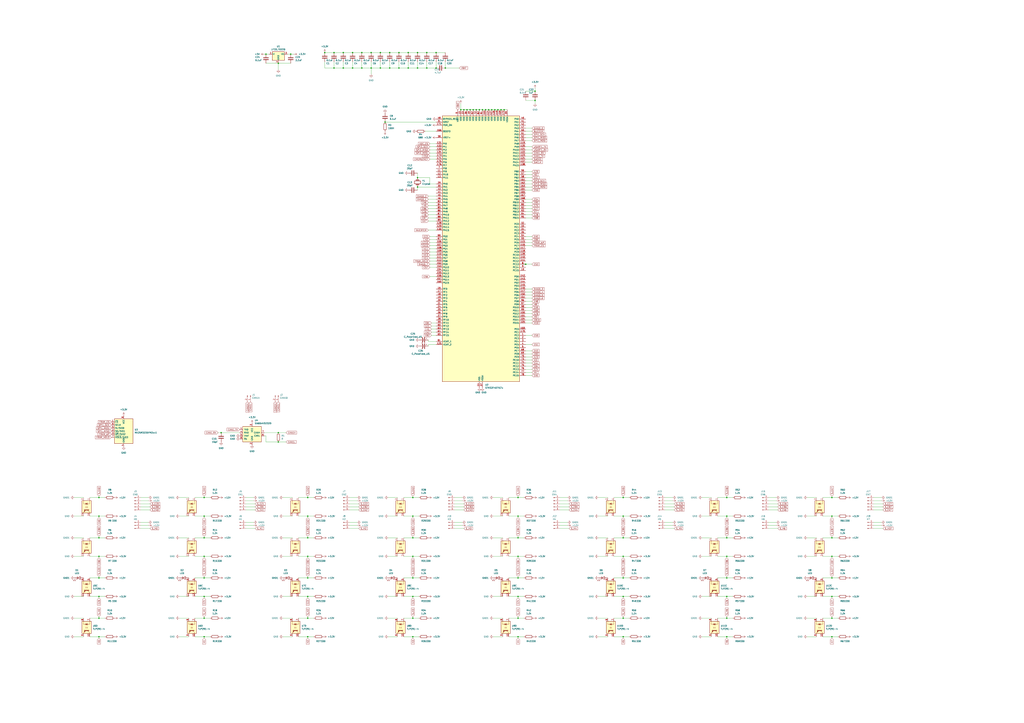
<source format=kicad_sch>
(kicad_sch (version 20230121) (generator eeschema)
  (paper "A1")
  (lib_symbols
    (symbol "Connector:Conn_01x02_Pin" (pin_names (offset 1.016) hide)
      (property "Reference" "J" (at 0 2.54 0))
      (property "Value" "Conn_01x02_Pin" (at 0 -5.08 0))
      (symbol "Conn_01x02_Pin_1_1"
        (pin passive line (at 5.08 0 180) (length 3.81) (name "Pin_1") (number "1"))
        (pin passive line (at 5.08 -2.54 180) (length 3.81) (name "Pin_2") (number "2"))
      )
    )
    (symbol "Connector:Conn_01x03_Pin" (pin_names (offset 1.016) hide)
      (property "Reference" "J" (at 0 5.08 0))
      (property "Value" "Conn_01x03_Pin" (at 0 -5.08 0))
      (symbol "Conn_01x03_Pin_1_1"
        (pin passive line (at 5.08 2.54 180) (length 3.81) (name "Pin_1") (number "1"))
        (pin passive line (at 5.08 0 180) (length 3.81) (name "Pin_2") (number "2"))
        (pin passive line (at 5.08 -2.54 180) (length 3.81) (name "Pin_3") (number "3"))
      )
    )
    (symbol "Connector:Conn_01x05_Pin" (pin_names (offset 1.016) hide)
      (property "Reference" "J" (at 0 7.62 0))
      (property "Value" "Conn_01x05_Pin" (at 0 -7.62 0))
      (symbol "Conn_01x05_Pin_1_1"
        (pin passive line (at 5.08 5.08 180) (length 3.81) (name "Pin_1") (number "1"))
        (pin passive line (at 5.08 2.54 180) (length 3.81) (name "Pin_2") (number "2"))
        (pin passive line (at 5.08 0 180) (length 3.81) (name "Pin_3") (number "3"))
        (pin passive line (at 5.08 -2.54 180) (length 3.81) (name "Pin_4") (number "4"))
        (pin passive line (at 5.08 -5.08 180) (length 3.81) (name "Pin_5") (number "5"))
      )
    )
    (symbol "Device:C" (pin_numbers hide) (pin_names (offset 0.254))
      (property "Reference" "C" (at 0.635 2.54 0))
      (property "Value" "C" (at 0.635 -2.54 0))
      (symbol "C_1_1"
        (pin passive line (at 0 3.81 270) (length 2.794) (name "~") (number "1"))
        (pin passive line (at 0 -3.81 90) (length 2.794) (name "~") (number "2"))
      )
    )
    (symbol "Device:C_Polarized_US" (pin_numbers hide) (pin_names (offset 0.254) hide)
      (property "Reference" "C" (at 0.635 2.54 0))
      (property "Value" "C_Polarized_US" (at 0.635 -2.54 0))
      (symbol "C_Polarized_US_1_1"
        (pin passive line (at 0 3.81 270) (length 2.794) (name "~") (number "1"))
        (pin passive line (at 0 -3.81 90) (length 3.302) (name "~") (number "2"))
      )
    )
    (symbol "Device:Crystal" (pin_numbers hide) (pin_names (offset 1.016) hide)
      (property "Reference" "Y" (at 0 3.81 0))
      (property "Value" "Crystal" (at 0 -3.81 0))
      (symbol "Crystal_1_1"
        (pin passive line (at -3.81 0 0) (length 1.27) (name "1") (number "1"))
        (pin passive line (at 3.81 0 180) (length 1.27) (name "2") (number "2"))
      )
    )
    (symbol "Device:LED" (pin_numbers hide) (pin_names (offset 1.016) hide)
      (property "Reference" "D" (at 0 2.54 0))
      (property "Value" "LED" (at 0 -2.54 0))
      (symbol "LED_1_1"
        (pin passive line (at -3.81 0 0) (length 2.54) (name "K") (number "1"))
        (pin passive line (at 3.81 0 180) (length 2.54) (name "A") (number "2"))
      )
    )
    (symbol "Device:R" (pin_numbers hide) (pin_names (offset 0))
      (property "Reference" "R" (at 2.032 0 90))
      (property "Value" "R" (at 0 0 90))
      (symbol "R_1_1"
        (pin passive line (at 0 3.81 270) (length 1.27) (name "~") (number "1"))
        (pin passive line (at 0 -3.81 90) (length 1.27) (name "~") (number "2"))
      )
    )
    (symbol "Interface_CAN_LIN:SN65HVD230" (pin_names (offset 1.016))
      (property "Reference" "U4" (at 2.1941 10.16 0))
      (property "Value" "SN65HVD232D" (at 2.1941 7.62 0))
      (symbol "SN65HVD230_1_1"
        (pin input line (at -10.16 2.54 0) (length 2.54) (name "TXD") (number "1"))
        (pin power_in line (at 0 -10.16 90) (length 2.54) (name "GND") (number "2"))
        (pin power_in line (at 0 7.62 270) (length 2.54) (name "VCC") (number "3"))
        (pin output line (at -10.16 0 0) (length 2.54) (name "RXD") (number "4"))
        (pin output line (at -10.16 -2.54 0) (length 2.54) (name "Vref") (number "5"))
        (pin bidirectional line (at 10.16 -2.54 180) (length 2.54) (name "CANL") (number "6"))
        (pin bidirectional line (at 10.16 0 180) (length 2.54) (name "CANH") (number "7"))
        (pin input line (at -10.16 -5.08 0) (length 2.54) (name "Rs") (number "8"))
      )
    )
    (symbol "Isolator:TLP291-4"
      (property "Reference" "U" (at -5.08 5.08 0))
      (property "Value" "TLP291-4" (at 0 5.08 0))
      (symbol "TLP291-4_1_1"
        (pin passive line (at -7.62 2.54 0) (length 2.54) (name "~") (number "1"))
        (pin passive line (at 7.62 -2.54 180) (length 2.54) (name "~") (number "15"))
        (pin passive line (at 7.62 2.54 180) (length 2.54) (name "~") (number "16"))
        (pin passive line (at -7.62 -2.54 0) (length 2.54) (name "~") (number "2"))
      )
      (symbol "TLP291-4_2_1"
        (pin passive line (at 7.62 -2.54 180) (length 2.54) (name "~") (number "13"))
        (pin passive line (at 7.62 2.54 180) (length 2.54) (name "~") (number "14"))
        (pin passive line (at -7.62 2.54 0) (length 2.54) (name "~") (number "3"))
        (pin passive line (at -7.62 -2.54 0) (length 2.54) (name "~") (number "4"))
      )
      (symbol "TLP291-4_3_1"
        (pin passive line (at 7.62 -2.54 180) (length 2.54) (name "~") (number "11"))
        (pin passive line (at 7.62 2.54 180) (length 2.54) (name "~") (number "12"))
        (pin passive line (at -7.62 2.54 0) (length 2.54) (name "~") (number "5"))
        (pin passive line (at -7.62 -2.54 0) (length 2.54) (name "~") (number "6"))
      )
      (symbol "TLP291-4_4_1"
        (pin passive line (at 7.62 2.54 180) (length 2.54) (name "~") (number "10"))
        (pin passive line (at -7.62 2.54 0) (length 2.54) (name "~") (number "7"))
        (pin passive line (at -7.62 -2.54 0) (length 2.54) (name "~") (number "8"))
        (pin passive line (at 7.62 -2.54 180) (length 2.54) (name "~") (number "9"))
      )
    )
    (symbol "MCU_ST_STM32F4:STM32F407IGTx"
      (property "Reference" "U" (at -30.48 110.49 0))
      (property "Value" "STM32F407IGTx" (at 25.4 110.49 0))
      (symbol "STM32F407IGTx_1_1"
        (pin bidirectional line (at 38.1 -71.12 180) (length 5.08) (name "PE2") (number "1"))
        (pin bidirectional line (at 38.1 -17.78 180) (length 5.08) (name "PC15") (number "10"))
        (pin bidirectional line (at 38.1 -53.34 180) (length 5.08) (name "PD12") (number "100"))
        (pin bidirectional line (at 38.1 -55.88 180) (length 5.08) (name "PD13") (number "101"))
        (pin passive line (at 0 -114.3 90) (length 5.08) hide (name "VSS") (number "102"))
        (pin power_in line (at 5.08 114.3 270) (length 5.08) (name "VDD") (number "103"))
        (pin bidirectional line (at 38.1 -58.42 180) (length 5.08) (name "PD14") (number "104"))
        (pin bidirectional line (at 38.1 -60.96 180) (length 5.08) (name "PD15") (number "105"))
        (pin bidirectional line (at -35.56 5.08 0) (length 5.08) (name "PG2") (number "106"))
        (pin bidirectional line (at -35.56 2.54 0) (length 5.08) (name "PG3") (number "107"))
        (pin bidirectional line (at -35.56 0 0) (length 5.08) (name "PG4") (number "108"))
        (pin bidirectional line (at -35.56 -2.54 0) (length 5.08) (name "PG5") (number "109"))
        (pin bidirectional line (at -35.56 63.5 0) (length 5.08) (name "PI9") (number "11"))
        (pin bidirectional line (at -35.56 -5.08 0) (length 5.08) (name "PG6") (number "110"))
        (pin bidirectional line (at -35.56 -7.62 0) (length 5.08) (name "PG7") (number "111"))
        (pin bidirectional line (at -35.56 -10.16 0) (length 5.08) (name "PG8") (number "112"))
        (pin passive line (at 0 -114.3 90) (length 5.08) hide (name "VSS") (number "113"))
        (pin power_in line (at 7.62 114.3 270) (length 5.08) (name "VDD") (number "114"))
        (pin bidirectional line (at 38.1 5.08 180) (length 5.08) (name "PC6") (number "115"))
        (pin bidirectional line (at 38.1 2.54 180) (length 5.08) (name "PC7") (number "116"))
        (pin bidirectional line (at 38.1 0 180) (length 5.08) (name "PC8") (number "117"))
        (pin bidirectional line (at 38.1 -2.54 180) (length 5.08) (name "PC9") (number "118"))
        (pin bidirectional line (at 38.1 86.36 180) (length 5.08) (name "PA8") (number "119"))
        (pin bidirectional line (at -35.56 60.96 0) (length 5.08) (name "PI10") (number "12"))
        (pin bidirectional line (at 38.1 83.82 180) (length 5.08) (name "PA9") (number "120"))
        (pin bidirectional line (at 38.1 81.28 180) (length 5.08) (name "PA10") (number "121"))
        (pin bidirectional line (at 38.1 78.74 180) (length 5.08) (name "PA11") (number "122"))
        (pin bidirectional line (at 38.1 76.2 180) (length 5.08) (name "PA12") (number "123"))
        (pin bidirectional line (at 38.1 73.66 180) (length 5.08) (name "PA13") (number "124"))
        (pin power_out line (at -35.56 -78.74 0) (length 5.08) (name "VCAP_2") (number "125"))
        (pin passive line (at 0 -114.3 90) (length 5.08) hide (name "VSS") (number "126"))
        (pin power_in line (at 10.16 114.3 270) (length 5.08) (name "VDD") (number "127"))
        (pin bidirectional line (at -35.56 20.32 0) (length 5.08) (name "PH13") (number "128"))
        (pin bidirectional line (at -35.56 17.78 0) (length 5.08) (name "PH14") (number "129"))
        (pin bidirectional line (at -35.56 58.42 0) (length 5.08) (name "PI11") (number "13"))
        (pin bidirectional line (at -35.56 15.24 0) (length 5.08) (name "PH15") (number "130"))
        (pin bidirectional line (at -35.56 86.36 0) (length 5.08) (name "PI0") (number "131"))
        (pin bidirectional line (at -35.56 83.82 0) (length 5.08) (name "PI1") (number "132"))
        (pin bidirectional line (at -35.56 81.28 0) (length 5.08) (name "PI2") (number "133"))
        (pin bidirectional line (at -35.56 78.74 0) (length 5.08) (name "PI3") (number "134"))
        (pin passive line (at 0 -114.3 90) (length 5.08) hide (name "VSS") (number "135"))
        (pin power_in line (at 12.7 114.3 270) (length 5.08) (name "VDD") (number "136"))
        (pin bidirectional line (at 38.1 71.12 180) (length 5.08) (name "PA14") (number "137"))
        (pin bidirectional line (at 38.1 68.58 180) (length 5.08) (name "PA15") (number "138"))
        (pin bidirectional line (at 38.1 -5.08 180) (length 5.08) (name "PC10") (number "139"))
        (pin power_in line (at 0 -114.3 90) (length 5.08) (name "VSS") (number "14"))
        (pin bidirectional line (at 38.1 -7.62 180) (length 5.08) (name "PC11") (number "140"))
        (pin bidirectional line (at 38.1 -10.16 180) (length 5.08) (name "PC12") (number "141"))
        (pin bidirectional line (at 38.1 -22.86 180) (length 5.08) (name "PD0") (number "142"))
        (pin bidirectional line (at 38.1 -25.4 180) (length 5.08) (name "PD1") (number "143"))
        (pin bidirectional line (at 38.1 -27.94 180) (length 5.08) (name "PD2") (number "144"))
        (pin bidirectional line (at 38.1 -30.48 180) (length 5.08) (name "PD3") (number "145"))
        (pin bidirectional line (at 38.1 -33.02 180) (length 5.08) (name "PD4") (number "146"))
        (pin bidirectional line (at 38.1 -35.56 180) (length 5.08) (name "PD5") (number "147"))
        (pin passive line (at 0 -114.3 90) (length 5.08) hide (name "VSS") (number "148"))
        (pin power_in line (at 15.24 114.3 270) (length 5.08) (name "VDD") (number "149"))
        (pin power_in line (at -15.24 114.3 270) (length 5.08) (name "VDD") (number "15"))
        (pin bidirectional line (at 38.1 -38.1 180) (length 5.08) (name "PD6") (number "150"))
        (pin bidirectional line (at 38.1 -40.64 180) (length 5.08) (name "PD7") (number "151"))
        (pin bidirectional line (at -35.56 -12.7 0) (length 5.08) (name "PG9") (number "152"))
        (pin bidirectional line (at -35.56 -15.24 0) (length 5.08) (name "PG10") (number "153"))
        (pin bidirectional line (at -35.56 -17.78 0) (length 5.08) (name "PG11") (number "154"))
        (pin bidirectional line (at -35.56 -20.32 0) (length 5.08) (name "PG12") (number "155"))
        (pin bidirectional line (at -35.56 -22.86 0) (length 5.08) (name "PG13") (number "156"))
        (pin bidirectional line (at -35.56 -25.4 0) (length 5.08) (name "PG14") (number "157"))
        (pin passive line (at 0 -114.3 90) (length 5.08) hide (name "VSS") (number "158"))
        (pin power_in line (at 17.78 114.3 270) (length 5.08) (name "VDD") (number "159"))
        (pin bidirectional line (at -35.56 -33.02 0) (length 5.08) (name "PF0") (number "16"))
        (pin bidirectional line (at -35.56 -27.94 0) (length 5.08) (name "PG15") (number "160"))
        (pin bidirectional line (at 38.1 55.88 180) (length 5.08) (name "PB3") (number "161"))
        (pin bidirectional line (at 38.1 53.34 180) (length 5.08) (name "PB4") (number "162"))
        (pin bidirectional line (at 38.1 50.8 180) (length 5.08) (name "PB5") (number "163"))
        (pin bidirectional line (at 38.1 48.26 180) (length 5.08) (name "PB6") (number "164"))
        (pin bidirectional line (at 38.1 45.72 180) (length 5.08) (name "PB7") (number "165"))
        (pin input line (at -35.56 96.52 0) (length 5.08) (name "BOOT0") (number "166"))
        (pin bidirectional line (at 38.1 43.18 180) (length 5.08) (name "PB8") (number "167"))
        (pin bidirectional line (at 38.1 40.64 180) (length 5.08) (name "PB9") (number "168"))
        (pin bidirectional line (at 38.1 -66.04 180) (length 5.08) (name "PE0") (number "169"))
        (pin bidirectional line (at -35.56 -35.56 0) (length 5.08) (name "PF1") (number "17"))
        (pin bidirectional line (at 38.1 -68.58 180) (length 5.08) (name "PE1") (number "170"))
        (pin input line (at -35.56 101.6 0) (length 5.08) (name "PDR_ON") (number "171"))
        (pin power_in line (at 20.32 114.3 270) (length 5.08) (name "VDD") (number "172"))
        (pin bidirectional line (at -35.56 76.2 0) (length 5.08) (name "PI4") (number "173"))
        (pin bidirectional line (at -35.56 73.66 0) (length 5.08) (name "PI5") (number "174"))
        (pin bidirectional line (at -35.56 71.12 0) (length 5.08) (name "PI6") (number "175"))
        (pin bidirectional line (at -35.56 68.58 0) (length 5.08) (name "PI7") (number "176"))
        (pin bidirectional line (at -35.56 -38.1 0) (length 5.08) (name "PF2") (number "18"))
        (pin bidirectional line (at -35.56 -40.64 0) (length 5.08) (name "PF3") (number "19"))
        (pin bidirectional line (at 38.1 -73.66 180) (length 5.08) (name "PE3") (number "2"))
        (pin bidirectional line (at -35.56 -43.18 0) (length 5.08) (name "PF4") (number "20"))
        (pin bidirectional line (at -35.56 -45.72 0) (length 5.08) (name "PF5") (number "21"))
        (pin passive line (at 0 -114.3 90) (length 5.08) hide (name "VSS") (number "22"))
        (pin power_in line (at -12.7 114.3 270) (length 5.08) (name "VDD") (number "23"))
        (pin bidirectional line (at -35.56 -48.26 0) (length 5.08) (name "PF6") (number "24"))
        (pin bidirectional line (at -35.56 -50.8 0) (length 5.08) (name "PF7") (number "25"))
        (pin bidirectional line (at -35.56 -53.34 0) (length 5.08) (name "PF8") (number "26"))
        (pin bidirectional line (at -35.56 -55.88 0) (length 5.08) (name "PF9") (number "27"))
        (pin bidirectional line (at -35.56 -58.42 0) (length 5.08) (name "PF10") (number "28"))
        (pin bidirectional line (at -35.56 53.34 0) (length 5.08) (name "PH0") (number "29"))
        (pin bidirectional line (at 38.1 -76.2 180) (length 5.08) (name "PE4") (number "3"))
        (pin bidirectional line (at -35.56 50.8 0) (length 5.08) (name "PH1") (number "30"))
        (pin input line (at -35.56 104.14 0) (length 5.08) (name "NRST") (number "31"))
        (pin bidirectional line (at 38.1 20.32 180) (length 5.08) (name "PC0") (number "32"))
        (pin bidirectional line (at 38.1 17.78 180) (length 5.08) (name "PC1") (number "33"))
        (pin bidirectional line (at 38.1 15.24 180) (length 5.08) (name "PC2") (number "34"))
        (pin bidirectional line (at 38.1 12.7 180) (length 5.08) (name "PC3") (number "35"))
        (pin power_in line (at -10.16 114.3 270) (length 5.08) (name "VDD") (number "36"))
        (pin power_in line (at 2.54 -114.3 90) (length 5.08) (name "VSSA") (number "37"))
        (pin input line (at -35.56 91.44 0) (length 5.08) (name "VREF+") (number "38"))
        (pin power_in line (at 22.86 114.3 270) (length 5.08) (name "VDDA") (number "39"))
        (pin bidirectional line (at 38.1 -78.74 180) (length 5.08) (name "PE5") (number "4"))
        (pin bidirectional line (at 38.1 106.68 180) (length 5.08) (name "PA0") (number "40"))
        (pin bidirectional line (at 38.1 104.14 180) (length 5.08) (name "PA1") (number "41"))
        (pin bidirectional line (at 38.1 101.6 180) (length 5.08) (name "PA2") (number "42"))
        (pin bidirectional line (at -35.56 48.26 0) (length 5.08) (name "PH2") (number "43"))
        (pin bidirectional line (at -35.56 45.72 0) (length 5.08) (name "PH3") (number "44"))
        (pin bidirectional line (at -35.56 43.18 0) (length 5.08) (name "PH4") (number "45"))
        (pin bidirectional line (at -35.56 40.64 0) (length 5.08) (name "PH5") (number "46"))
        (pin bidirectional line (at 38.1 99.06 180) (length 5.08) (name "PA3") (number "47"))
        (pin input line (at -35.56 106.68 0) (length 5.08) (name "BYPASS_REG") (number "48"))
        (pin power_in line (at -7.62 114.3 270) (length 5.08) (name "VDD") (number "49"))
        (pin bidirectional line (at 38.1 -81.28 180) (length 5.08) (name "PE6") (number "5"))
        (pin bidirectional line (at 38.1 96.52 180) (length 5.08) (name "PA4") (number "50"))
        (pin bidirectional line (at 38.1 93.98 180) (length 5.08) (name "PA5") (number "51"))
        (pin bidirectional line (at 38.1 91.44 180) (length 5.08) (name "PA6") (number "52"))
        (pin bidirectional line (at 38.1 88.9 180) (length 5.08) (name "PA7") (number "53"))
        (pin bidirectional line (at 38.1 10.16 180) (length 5.08) (name "PC4") (number "54"))
        (pin bidirectional line (at 38.1 7.62 180) (length 5.08) (name "PC5") (number "55"))
        (pin bidirectional line (at 38.1 63.5 180) (length 5.08) (name "PB0") (number "56"))
        (pin bidirectional line (at 38.1 60.96 180) (length 5.08) (name "PB1") (number "57"))
        (pin bidirectional line (at 38.1 58.42 180) (length 5.08) (name "PB2") (number "58"))
        (pin bidirectional line (at -35.56 -60.96 0) (length 5.08) (name "PF11") (number "59"))
        (pin power_in line (at -17.78 114.3 270) (length 5.08) (name "VBAT") (number "6"))
        (pin bidirectional line (at -35.56 -63.5 0) (length 5.08) (name "PF12") (number "60"))
        (pin passive line (at 0 -114.3 90) (length 5.08) hide (name "VSS") (number "61"))
        (pin power_in line (at -5.08 114.3 270) (length 5.08) (name "VDD") (number "62"))
        (pin bidirectional line (at -35.56 -66.04 0) (length 5.08) (name "PF13") (number "63"))
        (pin bidirectional line (at -35.56 -68.58 0) (length 5.08) (name "PF14") (number "64"))
        (pin bidirectional line (at -35.56 -71.12 0) (length 5.08) (name "PF15") (number "65"))
        (pin bidirectional line (at -35.56 10.16 0) (length 5.08) (name "PG0") (number "66"))
        (pin bidirectional line (at -35.56 7.62 0) (length 5.08) (name "PG1") (number "67"))
        (pin bidirectional line (at 38.1 -83.82 180) (length 5.08) (name "PE7") (number "68"))
        (pin bidirectional line (at 38.1 -86.36 180) (length 5.08) (name "PE8") (number "69"))
        (pin bidirectional line (at -35.56 66.04 0) (length 5.08) (name "PI8") (number "7"))
        (pin bidirectional line (at 38.1 -88.9 180) (length 5.08) (name "PE9") (number "70"))
        (pin passive line (at 0 -114.3 90) (length 5.08) hide (name "VSS") (number "71"))
        (pin power_in line (at -2.54 114.3 270) (length 5.08) (name "VDD") (number "72"))
        (pin bidirectional line (at 38.1 -91.44 180) (length 5.08) (name "PE10") (number "73"))
        (pin bidirectional line (at 38.1 -93.98 180) (length 5.08) (name "PE11") (number "74"))
        (pin bidirectional line (at 38.1 -96.52 180) (length 5.08) (name "PE12") (number "75"))
        (pin bidirectional line (at 38.1 -99.06 180) (length 5.08) (name "PE13") (number "76"))
        (pin bidirectional line (at 38.1 -101.6 180) (length 5.08) (name "PE14") (number "77"))
        (pin bidirectional line (at 38.1 -104.14 180) (length 5.08) (name "PE15") (number "78"))
        (pin bidirectional line (at 38.1 38.1 180) (length 5.08) (name "PB10") (number "79"))
        (pin bidirectional line (at 38.1 -12.7 180) (length 5.08) (name "PC13") (number "8"))
        (pin bidirectional line (at 38.1 35.56 180) (length 5.08) (name "PB11") (number "80"))
        (pin power_out line (at -35.56 -76.2 0) (length 5.08) (name "VCAP_1") (number "81"))
        (pin power_in line (at 0 114.3 270) (length 5.08) (name "VDD") (number "82"))
        (pin bidirectional line (at -35.56 38.1 0) (length 5.08) (name "PH6") (number "83"))
        (pin bidirectional line (at -35.56 35.56 0) (length 5.08) (name "PH7") (number "84"))
        (pin bidirectional line (at -35.56 33.02 0) (length 5.08) (name "PH8") (number "85"))
        (pin bidirectional line (at -35.56 30.48 0) (length 5.08) (name "PH9") (number "86"))
        (pin bidirectional line (at -35.56 27.94 0) (length 5.08) (name "PH10") (number "87"))
        (pin bidirectional line (at -35.56 25.4 0) (length 5.08) (name "PH11") (number "88"))
        (pin bidirectional line (at -35.56 22.86 0) (length 5.08) (name "PH12") (number "89"))
        (pin bidirectional line (at 38.1 -15.24 180) (length 5.08) (name "PC14") (number "9"))
        (pin passive line (at 0 -114.3 90) (length 5.08) hide (name "VSS") (number "90"))
        (pin power_in line (at 2.54 114.3 270) (length 5.08) (name "VDD") (number "91"))
        (pin bidirectional line (at 38.1 33.02 180) (length 5.08) (name "PB12") (number "92"))
        (pin bidirectional line (at 38.1 30.48 180) (length 5.08) (name "PB13") (number "93"))
        (pin bidirectional line (at 38.1 27.94 180) (length 5.08) (name "PB14") (number "94"))
        (pin bidirectional line (at 38.1 25.4 180) (length 5.08) (name "PB15") (number "95"))
        (pin bidirectional line (at 38.1 -43.18 180) (length 5.08) (name "PD8") (number "96"))
        (pin bidirectional line (at 38.1 -45.72 180) (length 5.08) (name "PD9") (number "97"))
        (pin bidirectional line (at 38.1 -48.26 180) (length 5.08) (name "PD10") (number "98"))
        (pin bidirectional line (at 38.1 -50.8 180) (length 5.08) (name "PD11") (number "99"))
      )
    )
    (symbol "Memory_Flash:MX25R3235FM2xx1"
      (property "Reference" "U" (at -5.08 11.43 0))
      (property "Value" "MX25R3235FM2xx1" (at 11.43 11.43 0))
      (symbol "MX25R3235FM2xx1_1_1"
        (pin input line (at -10.16 7.62 0) (length 2.54) (name "~{CS}") (number "1"))
        (pin bidirectional line (at -10.16 0 0) (length 2.54) (name "SO/SIO1") (number "2"))
        (pin bidirectional line (at -10.16 -2.54 0) (length 2.54) (name "~{WP}/SIO2") (number "3"))
        (pin power_in line (at 0 -12.7 90) (length 2.54) (name "GND") (number "4"))
        (pin bidirectional line (at -10.16 2.54 0) (length 2.54) (name "SI/SIO0") (number "5"))
        (pin input line (at -10.16 5.08 0) (length 2.54) (name "SCLK") (number "6"))
        (pin bidirectional line (at -10.16 -5.08 0) (length 2.54) (name "~{HOLD}/SIO3") (number "7"))
        (pin power_in line (at 0 12.7 270) (length 2.54) (name "VCC") (number "8"))
      )
    )
    (symbol "Regulator_Linear:LF33_TO220" (pin_names (offset 0.254))
      (property "Reference" "U" (at -3.81 3.175 0))
      (property "Value" "LF33_TO220" (at 0 3.175 0))
      (symbol "LF33_TO220_1_1"
        (pin power_in line (at -7.62 0 0) (length 2.54) (name "VI") (number "1"))
        (pin power_in line (at 0 -7.62 90) (length 2.54) (name "GND") (number "2"))
        (pin power_out line (at 7.62 0 180) (length 2.54) (name "VO") (number "3"))
      )
    )
    (symbol "power:+12V" (power) (pin_names (offset 0))
      (property "Value" "+12V" (at 0 3.556 0))
      (symbol "+12V_1_1"
        (pin power_in line (at 0 0 90) (length 0) hide (name "+12V") (number "1"))
      )
    )
    (symbol "power:+3.3V" (power) (pin_names (offset 0))
      (property "Value" "+3.3V" (at 0 3.556 0))
      (symbol "+3.3V_1_1"
        (pin power_in line (at 0 0 90) (length 0) hide (name "+3.3V") (number "1"))
      )
    )
    (symbol "power:+5V" (power) (pin_names (offset 0))
      (property "Value" "+5V" (at 0 3.556 0))
      (symbol "+5V_1_1"
        (pin power_in line (at 0 0 90) (length 0) hide (name "+5V") (number "1"))
      )
    )
    (symbol "power:GND" (power) (pin_names (offset 0))
      (property "Value" "GND" (at 0 -3.81 0))
      (symbol "GND_1_1"
        (pin power_in line (at 0 0 270) (length 0) hide (name "GND") (number "1"))
      )
    )
    (symbol "power:GND1" (power) (pin_names (offset 0))
      (property "Value" "GND1" (at 0 -3.81 0))
      (symbol "GND1_1_1"
        (pin power_in line (at 0 0 270) (length 0) hide (name "GND1") (number "1"))
      )
    )
  )
  (junction (at 81.28 474.98))
  (junction (at 167.64 490.22))
  (junction (at 252.73 523.24))
  (junction (at 401.32 90.17))
  (junction (at 511.81 408.94))
  (junction (at 339.09 490.22))
  (junction (at 167.64 523.24))
  (junction (at 81.28 508))
  (junction (at 342.9 43.18))
  (junction (at 414.02 90.17))
  (junction (at 439.42 74.93))
  (junction (at 297.18 43.18))
  (junction (at 167.64 441.96))
  (junction (at 396.24 90.17))
  (junction (at 339.09 408.94))
  (junction (at 683.26 508))
  (junction (at 431.8 217.17))
  (junction (at 683.26 424.18))
  (junction (at 425.45 474.98))
  (junction (at 274.32 55.88))
  (junction (at 596.9 474.98))
  (junction (at 238.76 44.45))
  (junction (at 228.6 363.22))
  (junction (at 342.9 153.67))
  (junction (at 511.81 441.96))
  (junction (at 425.45 523.24))
  (junction (at 304.8 55.88))
  (junction (at 358.14 55.88))
  (junction (at 408.94 90.17))
  (junction (at 252.73 457.2))
  (junction (at 289.56 55.88))
  (junction (at 339.09 523.24))
  (junction (at 596.9 490.22))
  (junction (at 350.52 55.88))
  (junction (at 281.94 55.88))
  (junction (at 228.6 355.6))
  (junction (at 81.28 424.18))
  (junction (at 312.42 55.88))
  (junction (at 316.23 100.33))
  (junction (at 365.76 55.88))
  (junction (at 342.9 146.05))
  (junction (at 596.9 523.24))
  (junction (at 511.81 490.22))
  (junction (at 511.81 508))
  (junction (at 425.45 441.96))
  (junction (at 683.26 490.22))
  (junction (at 327.66 43.18))
  (junction (at 683.26 441.96))
  (junction (at 339.09 508))
  (junction (at 266.7 43.18))
  (junction (at 596.9 424.18))
  (junction (at 339.09 441.96))
  (junction (at 167.64 424.18))
  (junction (at 391.16 90.17))
  (junction (at 312.42 43.18))
  (junction (at 511.81 424.18))
  (junction (at 406.4 90.17))
  (junction (at 511.81 523.24))
  (junction (at 383.54 90.17))
  (junction (at 167.64 474.98))
  (junction (at 511.81 457.2))
  (junction (at 596.9 441.96))
  (junction (at 596.9 508))
  (junction (at 335.28 55.88))
  (junction (at 167.64 457.2))
  (junction (at 339.09 424.18))
  (junction (at 683.26 523.24))
  (junction (at 386.08 90.17))
  (junction (at 398.78 90.17))
  (junction (at 425.45 408.94))
  (junction (at 81.28 408.94))
  (junction (at 320.04 43.18))
  (junction (at 411.48 90.17))
  (junction (at 350.52 43.18))
  (junction (at 252.73 408.94))
  (junction (at 252.73 441.96))
  (junction (at 683.26 474.98))
  (junction (at 393.7 90.17))
  (junction (at 81.28 523.24))
  (junction (at 252.73 490.22))
  (junction (at 425.45 457.2))
  (junction (at 252.73 424.18))
  (junction (at 381 90.17))
  (junction (at 425.45 490.22))
  (junction (at 425.45 508))
  (junction (at 439.42 82.55))
  (junction (at 297.18 55.88))
  (junction (at 228.6 52.07))
  (junction (at 511.81 474.98))
  (junction (at 181.61 355.6))
  (junction (at 274.32 43.18))
  (junction (at 683.26 408.94))
  (junction (at 358.14 43.18))
  (junction (at 335.28 43.18))
  (junction (at 167.64 508))
  (junction (at 167.64 408.94))
  (junction (at 339.09 474.98))
  (junction (at 403.86 90.17))
  (junction (at 81.28 490.22))
  (junction (at 596.9 408.94))
  (junction (at 304.8 43.18))
  (junction (at 218.44 44.45))
  (junction (at 342.9 55.88))
  (junction (at 81.28 457.2))
  (junction (at 388.62 90.17))
  (junction (at 252.73 474.98))
  (junction (at 281.94 43.18))
  (junction (at 327.66 55.88))
  (junction (at 289.56 43.18))
  (junction (at 339.09 457.2))
  (junction (at 81.28 441.96))
  (junction (at 683.26 457.2))
  (junction (at 252.73 508))
  (junction (at 425.45 424.18))
  (junction (at 378.46 90.17))
  (junction (at 596.9 457.2))
  (junction (at 320.04 55.88))
  (wire (pts (xy 436.88 265.43) (xy 431.8 265.43)))
  (wire (pts (xy 601.98 424.18) (xy 596.9 424.18)))
  (wire (pts (xy 552.45 431.8) (xy 546.1 431.8)))
  (wire (pts (xy 252.73 424.18) (xy 245.11 424.18)))
  (wire (pts (xy 491.49 424.18) (xy 499.11 424.18)))
  (wire (pts (xy 209.55 434.34) (xy 201.93 434.34)))
  (wire (pts (xy 353.06 199.39) (xy 358.14 199.39)))
  (wire (pts (xy 351.79 181.61) (xy 358.14 181.61)))
  (wire (pts (xy 339.09 474.98) (xy 331.47 474.98)))
  (wire (pts (xy 662.94 424.18) (xy 670.56 424.18)))
  (wire (pts (xy 425.45 523.24) (xy 430.53 523.24)))
  (wire (pts (xy 683.26 408.94) (xy 675.64 408.94)))
  (wire (pts (xy 335.28 50.8) (xy 335.28 55.88)))
  (wire (pts (xy 576.58 441.96) (xy 584.2 441.96)))
  (wire (pts (xy 638.81 419.1) (xy 631.19 419.1)))
  (wire (pts (xy 318.77 457.2) (xy 326.39 457.2)))
  (wire (pts (xy 365.76 55.88) (xy 365.76 50.8)))
  (wire (pts (xy 121.92 429.26) (xy 115.57 429.26)))
  (wire (pts (xy 596.9 523.24) (xy 601.98 523.24)))
  (wire (pts (xy 86.36 508) (xy 81.28 508)))
  (wire (pts (xy 318.77 424.18) (xy 326.39 424.18)))
  (wire (pts (xy 167.64 457.2) (xy 160.02 457.2)))
  (wire (pts (xy 293.37 431.8) (xy 287.02 431.8)))
  (wire (pts (xy 688.34 508) (xy 683.26 508)))
  (wire (pts (xy 354.33 273.05) (xy 358.14 273.05)))
  (wire (pts (xy 304.8 55.88) (xy 297.18 55.88)))
  (wire (pts (xy 351.79 166.37) (xy 358.14 166.37)))
  (wire (pts (xy 252.73 440.69) (xy 252.73 441.96)))
  (wire (pts (xy 425.45 458.47) (xy 425.45 457.2)))
  (wire (pts (xy 121.92 411.48) (xy 115.57 411.48)))
  (wire (pts (xy 339.09 490.22) (xy 331.47 490.22)))
  (wire (pts (xy 60.96 508) (xy 68.58 508)))
  (wire (pts (xy 147.32 457.2) (xy 154.94 457.2)))
  (wire (pts (xy 160.02 523.24) (xy 167.64 523.24)))
  (wire (pts (xy 576.58 457.2) (xy 584.2 457.2)))
  (wire (pts (xy 405.13 457.2) (xy 412.75 457.2)))
  (wire (pts (xy 436.88 107.95) (xy 431.8 107.95)))
  (wire (pts (xy 405.13 508) (xy 412.75 508)))
  (wire (pts (xy 425.45 407.67) (xy 425.45 408.94)))
  (wire (pts (xy 353.06 227.33) (xy 358.14 227.33)))
  (wire (pts (xy 511.81 425.45) (xy 511.81 424.18)))
  (wire (pts (xy 294.64 416.56) (xy 287.02 416.56)))
  (wire (pts (xy 683.26 474.98) (xy 675.64 474.98)))
  (wire (pts (xy 688.34 424.18) (xy 683.26 424.18)))
  (wire (pts (xy 351.79 179.07) (xy 358.14 179.07)))
  (wire (pts (xy 252.73 523.24) (xy 257.81 523.24)))
  (wire (pts (xy 320.04 50.8) (xy 320.04 55.88)))
  (wire (pts (xy 167.64 425.45) (xy 167.64 424.18)))
  (wire (pts (xy 516.89 490.22) (xy 511.81 490.22)))
  (wire (pts (xy 123.19 434.34) (xy 115.57 434.34)))
  (wire (pts (xy 167.64 524.51) (xy 167.64 523.24)))
  (wire (pts (xy 218.44 363.22) (xy 218.44 358.14)))
  (wire (pts (xy 172.72 441.96) (xy 167.64 441.96)))
  (wire (pts (xy 344.17 441.96) (xy 339.09 441.96)))
  (wire (pts (xy 245.11 523.24) (xy 252.73 523.24)))
  (wire (pts (xy 208.28 411.48) (xy 201.93 411.48)))
  (wire (pts (xy 257.81 441.96) (xy 252.73 441.96)))
  (wire (pts (xy 552.45 411.48) (xy 546.1 411.48)))
  (wire (pts (xy 274.32 43.18) (xy 281.94 43.18)))
  (wire (pts (xy 339.09 441.96) (xy 331.47 441.96)))
  (wire (pts (xy 86.36 474.98) (xy 81.28 474.98)))
  (wire (pts (xy 354.33 275.59) (xy 358.14 275.59)))
  (wire (pts (xy 294.64 434.34) (xy 287.02 434.34)))
  (wire (pts (xy 266.7 50.8) (xy 266.7 55.88)))
  (wire (pts (xy 358.14 151.13) (xy 353.06 151.13)))
  (wire (pts (xy 425.45 524.51) (xy 425.45 523.24)))
  (wire (pts (xy 266.7 43.18) (xy 274.32 43.18)))
  (wire (pts (xy 353.06 212.09) (xy 358.14 212.09)))
  (wire (pts (xy 552.45 429.26) (xy 546.1 429.26)))
  (wire (pts (xy 683.26 490.22) (xy 675.64 490.22)))
  (wire (pts (xy 436.88 252.73) (xy 431.8 252.73)))
  (wire (pts (xy 596.9 524.51) (xy 596.9 523.24)))
  (wire (pts (xy 516.89 457.2) (xy 511.81 457.2)))
  (wire (pts (xy 339.09 508) (xy 331.47 508)))
  (wire (pts (xy 436.88 153.67) (xy 431.8 153.67)))
  (wire (pts (xy 81.28 523.24) (xy 86.36 523.24)))
  (wire (pts (xy 429.26 217.17) (xy 431.8 217.17)))
  (wire (pts (xy 238.76 44.45) (xy 241.3 44.45)))
  (wire (pts (xy 436.88 146.05) (xy 431.8 146.05)))
  (wire (pts (xy 232.41 441.96) (xy 240.03 441.96)))
  (wire (pts (xy 576.58 508) (xy 584.2 508)))
  (wire (pts (xy 339.09 424.18) (xy 331.47 424.18)))
  (wire (pts (xy 436.88 120.65) (xy 431.8 120.65)))
  (wire (pts (xy 408.94 90.17) (xy 411.48 90.17)))
  (wire (pts (xy 683.26 508) (xy 675.64 508)))
  (wire (pts (xy 414.02 90.17) (xy 416.56 90.17)))
  (wire (pts (xy 167.64 458.47) (xy 167.64 457.2)))
  (wire (pts (xy 351.79 189.23) (xy 358.14 189.23)))
  (wire (pts (xy 293.37 411.48) (xy 287.02 411.48)))
  (wire (pts (xy 381 90.17) (xy 383.54 90.17)))
  (wire (pts (xy 436.88 255.27) (xy 431.8 255.27)))
  (wire (pts (xy 596.9 473.71) (xy 596.9 474.98)))
  (wire (pts (xy 339.09 491.49) (xy 339.09 490.22)))
  (wire (pts (xy 403.86 90.17) (xy 406.4 90.17)))
  (wire (pts (xy 281.94 43.18) (xy 289.56 43.18)))
  (wire (pts (xy 60.96 441.96) (xy 68.58 441.96)))
  (wire (pts (xy 436.88 130.81) (xy 431.8 130.81)))
  (wire (pts (xy 425.45 474.98) (xy 417.83 474.98)))
  (wire (pts (xy 257.81 508) (xy 252.73 508)))
  (wire (pts (xy 81.28 458.47) (xy 81.28 457.2)))
  (wire (pts (xy 596.9 407.67) (xy 596.9 408.94)))
  (wire (pts (xy 511.81 491.49) (xy 511.81 490.22)))
  (wire (pts (xy 378.46 90.17) (xy 381 90.17)))
  (wire (pts (xy 228.6 57.15) (xy 228.6 52.07)))
  (wire (pts (xy 436.88 128.27) (xy 431.8 128.27)))
  (wire (pts (xy 683.26 506.73) (xy 683.26 508)))
  (wire (pts (xy 381 416.56) (xy 373.38 416.56)))
  (wire (pts (xy 209.55 414.02) (xy 201.93 414.02)))
  (wire (pts (xy 436.88 201.93) (xy 431.8 201.93)))
  (wire (pts (xy 354.33 267.97) (xy 358.14 267.97)))
  (wire (pts (xy 683.26 407.67) (xy 683.26 408.94)))
  (wire (pts (xy 511.81 441.96) (xy 504.19 441.96)))
  (wire (pts (xy 596.9 490.22) (xy 589.28 490.22)))
  (wire (pts (xy 436.88 293.37) (xy 431.8 293.37)))
  (wire (pts (xy 339.09 407.67) (xy 339.09 408.94)))
  (wire (pts (xy 425.45 424.18) (xy 417.83 424.18)))
  (wire (pts (xy 318.77 408.94) (xy 326.39 408.94)))
  (wire (pts (xy 491.49 490.22) (xy 499.11 490.22)))
  (wire (pts (xy 436.88 242.57) (xy 431.8 242.57)))
  (wire (pts (xy 344.17 424.18) (xy 339.09 424.18)))
  (wire (pts (xy 257.81 424.18) (xy 252.73 424.18)))
  (wire (pts (xy 351.79 280.67) (xy 358.14 280.67)))
  (wire (pts (xy 342.9 156.21) (xy 342.9 153.67)))
  (wire (pts (xy 147.32 508) (xy 154.94 508)))
  (wire (pts (xy 430.53 408.94) (xy 425.45 408.94)))
  (wire (pts (xy 358.14 43.18) (xy 365.76 43.18)))
  (wire (pts (xy 596.9 491.49) (xy 596.9 490.22)))
  (wire (pts (xy 688.34 474.98) (xy 683.26 474.98)))
  (wire (pts (xy 274.32 55.88) (xy 266.7 55.88)))
  (wire (pts (xy 252.73 490.22) (xy 245.11 490.22)))
  (wire (pts (xy 436.88 171.45) (xy 431.8 171.45)))
  (wire (pts (xy 511.81 524.51) (xy 511.81 523.24)))
  (wire (pts (xy 344.17 508) (xy 339.09 508)))
  (wire (pts (xy 431.8 82.55) (xy 439.42 82.55)))
  (wire (pts (xy 436.88 173.99) (xy 431.8 173.99)))
  (wire (pts (xy 576.58 408.94) (xy 584.2 408.94)))
  (wire (pts (xy 172.72 424.18) (xy 167.64 424.18)))
  (wire (pts (xy 218.44 44.45) (xy 220.98 44.45)))
  (wire (pts (xy 172.72 457.2) (xy 167.64 457.2)))
  (wire (pts (xy 637.54 408.94) (xy 631.19 408.94)))
  (wire (pts (xy 683.26 441.96) (xy 675.64 441.96)))
  (wire (pts (xy 353.06 130.81) (xy 358.14 130.81)))
  (wire (pts (xy 234.95 363.22) (xy 228.6 363.22)))
  (wire (pts (xy 121.92 408.94) (xy 115.57 408.94)))
  (wire (pts (xy 414.02 90.17) (xy 411.48 90.17)))
  (wire (pts (xy 723.9 408.94) (xy 717.55 408.94)))
  (wire (pts (xy 425.45 425.45) (xy 425.45 424.18)))
  (wire (pts (xy 725.17 416.56) (xy 717.55 416.56)))
  (wire (pts (xy 167.64 508) (xy 160.02 508)))
  (wire (pts (xy 511.81 490.22) (xy 504.19 490.22)))
  (wire (pts (xy 353.06 151.13) (xy 353.06 146.05)))
  (wire (pts (xy 425.45 457.2) (xy 417.83 457.2)))
  (wire (pts (xy 335.28 55.88) (xy 327.66 55.88)))
  (wire (pts (xy 327.66 43.18) (xy 335.28 43.18)))
  (wire (pts (xy 436.88 247.65) (xy 431.8 247.65)))
  (wire (pts (xy 491.49 457.2) (xy 499.11 457.2)))
  (wire (pts (xy 379.73 408.94) (xy 373.38 408.94)))
  (wire (pts (xy 339.09 506.73) (xy 339.09 508)))
  (wire (pts (xy 339.09 523.24) (xy 344.17 523.24)))
  (wire (pts (xy 86.36 424.18) (xy 81.28 424.18)))
  (wire (pts (xy 381 434.34) (xy 373.38 434.34)))
  (wire (pts (xy 252.73 474.98) (xy 245.11 474.98)))
  (wire (pts (xy 257.81 474.98) (xy 252.73 474.98)))
  (wire (pts (xy 81.28 407.67) (xy 81.28 408.94)))
  (wire (pts (xy 430.53 508) (xy 425.45 508)))
  (wire (pts (xy 339.09 457.2) (xy 331.47 457.2)))
  (wire (pts (xy 289.56 43.18) (xy 297.18 43.18)))
  (wire (pts (xy 436.88 275.59) (xy 431.8 275.59)))
  (wire (pts (xy 381 414.02) (xy 373.38 414.02)))
  (wire (pts (xy 430.53 490.22) (xy 425.45 490.22)))
  (wire (pts (xy 436.88 295.91) (xy 431.8 295.91)))
  (wire (pts (xy 351.79 284.48) (xy 351.79 283.21)))
  (wire (pts (xy 637.54 411.48) (xy 631.19 411.48)))
  (wire (pts (xy 596.9 506.73) (xy 596.9 508)))
  (wire (pts (xy 339.09 408.94) (xy 331.47 408.94)))
  (wire (pts (xy 339.09 524.51) (xy 339.09 523.24)))
  (wire (pts (xy 228.6 355.6) (xy 217.17 355.6)))
  (wire (pts (xy 436.88 308.61) (xy 431.8 308.61)))
  (wire (pts (xy 234.95 355.6) (xy 228.6 355.6)))
  (wire (pts (xy 350.52 55.88) (xy 342.9 55.88)))
  (wire (pts (xy 596.9 458.47) (xy 596.9 457.2)))
  (wire (pts (xy 121.92 431.8) (xy 115.57 431.8)))
  (wire (pts (xy 467.36 419.1) (xy 459.74 419.1)))
  (wire (pts (xy 638.81 434.34) (xy 631.19 434.34)))
  (wire (pts (xy 683.26 424.18) (xy 675.64 424.18)))
  (wire (pts (xy 383.54 90.17) (xy 386.08 90.17)))
  (wire (pts (xy 436.88 240.03) (xy 431.8 240.03)))
  (wire (pts (xy 596.9 408.94) (xy 589.28 408.94)))
  (wire (pts (xy 553.72 416.56) (xy 546.1 416.56)))
  (wire (pts (xy 316.23 100.33) (xy 358.14 100.33)))
  (wire (pts (xy 436.88 257.81) (xy 431.8 257.81)))
  (wire (pts (xy 596.9 441.96) (xy 589.28 441.96)))
  (wire (pts (xy 297.18 50.8) (xy 297.18 55.88)))
  (wire (pts (xy 637.54 429.26) (xy 631.19 429.26)))
  (wire (pts (xy 436.88 306.07) (xy 431.8 306.07)))
  (wire (pts (xy 511.81 523.24) (xy 516.89 523.24)))
  (wire (pts (xy 339.09 425.45) (xy 339.09 424.18)))
  (wire (pts (xy 351.79 283.21) (xy 358.14 283.21)))
  (wire (pts (xy 396.24 90.17) (xy 398.78 90.17)))
  (wire (pts (xy 172.72 408.94) (xy 167.64 408.94)))
  (wire (pts (xy 318.77 441.96) (xy 326.39 441.96)))
  (wire (pts (xy 312.42 55.88) (xy 304.8 55.88)))
  (wire (pts (xy 86.36 408.94) (xy 81.28 408.94)))
  (wire (pts (xy 425.45 440.69) (xy 425.45 441.96)))
  (wire (pts (xy 439.42 72.39) (xy 439.42 74.93)))
  (wire (pts (xy 344.17 474.98) (xy 339.09 474.98)))
  (wire (pts (xy 232.41 490.22) (xy 240.03 490.22)))
  (wire (pts (xy 439.42 82.55) (xy 439.42 85.09)))
  (wire (pts (xy 167.64 490.22) (xy 160.02 490.22)))
  (wire (pts (xy 683.26 440.69) (xy 683.26 441.96)))
  (wire (pts (xy 638.81 414.02) (xy 631.19 414.02)))
  (wire (pts (xy 576.58 490.22) (xy 584.2 490.22)))
  (wire (pts (xy 381 419.1) (xy 373.38 419.1)))
  (wire (pts (xy 662.94 490.22) (xy 670.56 490.22)))
  (wire (pts (xy 393.7 90.17) (xy 396.24 90.17)))
  (wire (pts (xy 576.58 523.24) (xy 584.2 523.24)))
  (wire (pts (xy 342.9 50.8) (xy 342.9 55.88)))
  (wire (pts (xy 123.19 416.56) (xy 115.57 416.56)))
  (wire (pts (xy 511.81 508) (xy 504.19 508)))
  (wire (pts (xy 320.04 55.88) (xy 312.42 55.88)))
  (wire (pts (xy 436.88 113.03) (xy 431.8 113.03)))
  (wire (pts (xy 339.09 458.47) (xy 339.09 457.2)))
  (wire (pts (xy 589.28 523.24) (xy 596.9 523.24)))
  (wire (pts (xy 405.13 523.24) (xy 412.75 523.24)))
  (wire (pts (xy 167.64 474.98) (xy 160.02 474.98)))
  (wire (pts (xy 379.73 431.8) (xy 373.38 431.8)))
  (wire (pts (xy 436.88 166.37) (xy 431.8 166.37)))
  (wire (pts (xy 425.45 491.49) (xy 425.45 490.22)))
  (wire (pts (xy 232.41 523.24) (xy 240.03 523.24)))
  (wire (pts (xy 436.88 156.21) (xy 431.8 156.21)))
  (wire (pts (xy 596.9 474.98) (xy 589.28 474.98)))
  (wire (pts (xy 683.26 473.71) (xy 683.26 474.98)))
  (wire (pts (xy 351.79 173.99) (xy 358.14 173.99)))
  (wire (pts (xy 436.88 250.19) (xy 431.8 250.19)))
  (wire (pts (xy 147.32 490.22) (xy 154.94 490.22)))
  (wire (pts (xy 379.73 411.48) (xy 373.38 411.48)))
  (wire (pts (xy 436.88 262.89) (xy 431.8 262.89)))
  (wire (pts (xy 60.96 408.94) (xy 68.58 408.94)))
  (wire (pts (xy 662.94 457.2) (xy 670.56 457.2)))
  (wire (pts (xy 601.98 457.2) (xy 596.9 457.2)))
  (wire (pts (xy 466.09 411.48) (xy 459.74 411.48)))
  (wire (pts (xy 417.83 523.24) (xy 425.45 523.24)))
  (wire (pts (xy 436.88 105.41) (xy 431.8 105.41)))
  (wire (pts (xy 304.8 50.8) (xy 304.8 55.88)))
  (wire (pts (xy 596.9 457.2) (xy 589.28 457.2)))
  (wire (pts (xy 327.66 55.88) (xy 320.04 55.88)))
  (wire (pts (xy 81.28 424.18) (xy 73.66 424.18)))
  (wire (pts (xy 335.28 43.18) (xy 342.9 43.18)))
  (wire (pts (xy 354.33 265.43) (xy 358.14 265.43)))
  (wire (pts (xy 167.64 424.18) (xy 160.02 424.18)))
  (wire (pts (xy 436.88 196.85) (xy 431.8 196.85)))
  (wire (pts (xy 436.88 237.49) (xy 431.8 237.49)))
  (wire (pts (xy 172.72 474.98) (xy 167.64 474.98)))
  (wire (pts (xy 344.17 490.22) (xy 339.09 490.22)))
  (wire (pts (xy 252.73 457.2) (xy 245.11 457.2)))
  (wire (pts (xy 60.96 523.24) (xy 68.58 523.24)))
  (wire (pts (xy 425.45 508) (xy 417.83 508)))
  (wire (pts (xy 208.28 408.94) (xy 201.93 408.94)))
  (wire (pts (xy 491.49 408.94) (xy 499.11 408.94)))
  (wire (pts (xy 688.34 408.94) (xy 683.26 408.94)))
  (wire (pts (xy 688.34 490.22) (xy 683.26 490.22)))
  (wire (pts (xy 351.79 171.45) (xy 358.14 171.45)))
  (wire (pts (xy 257.81 408.94) (xy 252.73 408.94)))
  (wire (pts (xy 167.64 506.73) (xy 167.64 508)))
  (wire (pts (xy 252.73 524.51) (xy 252.73 523.24)))
  (wire (pts (xy 430.53 441.96) (xy 425.45 441.96)))
  (wire (pts (xy 436.88 123.19) (xy 431.8 123.19)))
  (wire (pts (xy 297.18 55.88) (xy 289.56 55.88)))
  (wire (pts (xy 179.07 355.6) (xy 181.61 355.6)))
  (wire (pts (xy 662.94 523.24) (xy 670.56 523.24)))
  (wire (pts (xy 60.96 457.2) (xy 68.58 457.2)))
  (wire (pts (xy 662.94 441.96) (xy 670.56 441.96)))
  (wire (pts (xy 318.77 490.22) (xy 326.39 490.22)))
  (wire (pts (xy 81.28 491.49) (xy 81.28 490.22)))
  (wire (pts (xy 466.09 408.94) (xy 459.74 408.94)))
  (wire (pts (xy 353.06 120.65) (xy 358.14 120.65)))
  (wire (pts (xy 123.19 419.1) (xy 115.57 419.1)))
  (wire (pts (xy 388.62 90.17) (xy 391.16 90.17)))
  (wire (pts (xy 491.49 523.24) (xy 499.11 523.24)))
  (wire (pts (xy 86.36 457.2) (xy 81.28 457.2)))
  (wire (pts (xy 406.4 90.17) (xy 408.94 90.17)))
  (wire (pts (xy 553.72 414.02) (xy 546.1 414.02)))
  (wire (pts (xy 81.28 440.69) (xy 81.28 441.96)))
  (wire (pts (xy 516.89 424.18) (xy 511.81 424.18)))
  (wire (pts (xy 683.26 458.47) (xy 683.26 457.2)))
  (wire (pts (xy 81.28 474.98) (xy 73.66 474.98)))
  (wire (pts (xy 405.13 490.22) (xy 412.75 490.22)))
  (wire (pts (xy 320.04 43.18) (xy 327.66 43.18)))
  (wire (pts (xy 430.53 457.2) (xy 425.45 457.2)))
  (wire (pts (xy 252.73 441.96) (xy 245.11 441.96)))
  (wire (pts (xy 252.73 425.45) (xy 252.73 424.18)))
  (wire (pts (xy 378.46 85.09) (xy 378.46 90.17)))
  (wire (pts (xy 436.88 151.13) (xy 431.8 151.13)))
  (wire (pts (xy 318.77 523.24) (xy 326.39 523.24)))
  (wire (pts (xy 353.06 217.17) (xy 358.14 217.17)))
  (wire (pts (xy 511.81 408.94) (xy 504.19 408.94)))
  (wire (pts (xy 436.88 260.35) (xy 431.8 260.35)))
  (wire (pts (xy 293.37 408.94) (xy 287.02 408.94)))
  (wire (pts (xy 365.76 55.88) (xy 377.19 55.88)))
  (wire (pts (xy 123.19 414.02) (xy 115.57 414.02)))
  (wire (pts (xy 81.28 508) (xy 73.66 508)))
  (wire (pts (xy 511.81 424.18) (xy 504.19 424.18)))
  (wire (pts (xy 511.81 506.73) (xy 511.81 508)))
  (wire (pts (xy 342.9 55.88) (xy 335.28 55.88)))
  (wire (pts (xy 601.98 508) (xy 596.9 508)))
  (wire (pts (xy 344.17 408.94) (xy 339.09 408.94)))
  (wire (pts (xy 637.54 431.8) (xy 631.19 431.8)))
  (wire (pts (xy 353.06 214.63) (xy 358.14 214.63)))
  (wire (pts (xy 353.06 204.47) (xy 358.14 204.47)))
  (wire (pts (xy 491.49 508) (xy 499.11 508)))
  (wire (pts (xy 467.36 414.02) (xy 459.74 414.02)))
  (wire (pts (xy 601.98 474.98) (xy 596.9 474.98)))
  (wire (pts (xy 431.8 217.17) (xy 436.88 217.17)))
  (wire (pts (xy 596.9 508) (xy 589.28 508)))
  (wire (pts (xy 209.55 419.1) (xy 201.93 419.1)))
  (wire (pts (xy 436.88 133.35) (xy 431.8 133.35)))
  (wire (pts (xy 683.26 425.45) (xy 683.26 424.18)))
  (wire (pts (xy 405.13 424.18) (xy 412.75 424.18)))
  (wire (pts (xy 436.88 298.45) (xy 431.8 298.45)))
  (wire (pts (xy 73.66 523.24) (xy 81.28 523.24)))
  (wire (pts (xy 353.06 219.71) (xy 358.14 219.71)))
  (wire (pts (xy 81.28 425.45) (xy 81.28 424.18)))
  (wire (pts (xy 167.64 523.24) (xy 172.72 523.24)))
  (wire (pts (xy 436.88 179.07) (xy 431.8 179.07)))
  (wire (pts (xy 218.44 52.07) (xy 228.6 52.07)))
  (wire (pts (xy 379.73 429.26) (xy 373.38 429.26)))
  (wire (pts (xy 516.89 441.96) (xy 511.81 441.96)))
  (wire (pts (xy 436.88 290.83) (xy 431.8 290.83)))
  (wire (pts (xy 723.9 411.48) (xy 717.55 411.48)))
  (wire (pts (xy 209.55 416.56) (xy 201.93 416.56)))
  (wire (pts (xy 436.88 125.73) (xy 431.8 125.73)))
  (wire (pts (xy 723.9 431.8) (xy 717.55 431.8)))
  (wire (pts (xy 351.79 279.4) (xy 351.79 280.67)))
  (wire (pts (xy 257.81 490.22) (xy 252.73 490.22)))
  (wire (pts (xy 683.26 524.51) (xy 683.26 523.24)))
  (wire (pts (xy 60.96 490.22) (xy 68.58 490.22)))
  (wire (pts (xy 358.14 55.88) (xy 350.52 55.88)))
  (wire (pts (xy 252.73 408.94) (xy 245.11 408.94)))
  (wire (pts (xy 294.64 419.1) (xy 287.02 419.1)))
  (wire (pts (xy 344.17 457.2) (xy 339.09 457.2)))
  (wire (pts (xy 86.36 441.96) (xy 81.28 441.96)))
  (wire (pts (xy 723.9 429.26) (xy 717.55 429.26)))
  (wire (pts (xy 304.8 60.96) (xy 304.8 55.88)))
  (wire (pts (xy 688.34 457.2) (xy 683.26 457.2)))
  (wire (pts (xy 405.13 408.94) (xy 412.75 408.94)))
  (wire (pts (xy 342.9 43.18) (xy 350.52 43.18)))
  (wire (pts (xy 252.73 491.49) (xy 252.73 490.22)))
  (wire (pts (xy 725.17 434.34) (xy 717.55 434.34)))
  (wire (pts (xy 425.45 506.73) (xy 425.45 508)))
  (wire (pts (xy 228.6 52.07) (xy 238.76 52.07)))
  (wire (pts (xy 147.32 424.18) (xy 154.94 424.18)))
  (wire (pts (xy 172.72 490.22) (xy 167.64 490.22)))
  (wire (pts (xy 181.61 355.6) (xy 196.85 355.6)))
  (wire (pts (xy 294.64 414.02) (xy 287.02 414.02)))
  (wire (pts (xy 304.8 43.18) (xy 312.42 43.18)))
  (wire (pts (xy 353.06 118.11) (xy 358.14 118.11)))
  (wire (pts (xy 218.44 358.14) (xy 217.17 358.14)))
  (wire (pts (xy 342.9 153.67) (xy 358.14 153.67)))
  (wire (pts (xy 436.88 140.97) (xy 431.8 140.97)))
  (wire (pts (xy 358.14 50.8) (xy 358.14 55.88)))
  (wire (pts (xy 405.13 441.96) (xy 412.75 441.96)))
  (wire (pts (xy 467.36 434.34) (xy 459.74 434.34)))
  (wire (pts (xy 553.72 434.34) (xy 546.1 434.34)))
  (wire (pts (xy 274.32 50.8) (xy 274.32 55.88)))
  (wire (pts (xy 331.47 523.24) (xy 339.09 523.24)))
  (wire (pts (xy 596.9 425.45) (xy 596.9 424.18)))
  (wire (pts (xy 425.45 490.22) (xy 417.83 490.22)))
  (wire (pts (xy 516.89 474.98) (xy 511.81 474.98)))
  (wire (pts (xy 167.64 473.71) (xy 167.64 474.98)))
  (wire (pts (xy 466.09 431.8) (xy 459.74 431.8)))
  (wire (pts (xy 252.73 508) (xy 245.11 508)))
  (wire (pts (xy 327.66 50.8) (xy 327.66 55.88)))
  (wire (pts (xy 683.26 523.24) (xy 688.34 523.24)))
  (wire (pts (xy 252.73 506.73) (xy 252.73 508)))
  (wire (pts (xy 353.06 209.55) (xy 358.14 209.55)))
  (wire (pts (xy 662.94 508) (xy 670.56 508)))
  (wire (pts (xy 81.28 490.22) (xy 73.66 490.22)))
  (wire (pts (xy 232.41 508) (xy 240.03 508)))
  (wire (pts (xy 147.32 441.96) (xy 154.94 441.96)))
  (wire (pts (xy 353.06 123.19) (xy 358.14 123.19)))
  (wire (pts (xy 353.06 201.93) (xy 358.14 201.93)))
  (wire (pts (xy 208.28 431.8) (xy 201.93 431.8)))
  (wire (pts (xy 436.88 176.53) (xy 431.8 176.53)))
  (wire (pts (xy 436.88 168.91) (xy 431.8 168.91)))
  (wire (pts (xy 596.9 440.69) (xy 596.9 441.96)))
  (wire (pts (xy 638.81 416.56) (xy 631.19 416.56)))
  (wire (pts (xy 297.18 43.18) (xy 304.8 43.18)))
  (wire (pts (xy 511.81 458.47) (xy 511.81 457.2)))
  (wire (pts (xy 436.88 110.49) (xy 431.8 110.49)))
  (wire (pts (xy 232.41 457.2) (xy 240.03 457.2)))
  (wire (pts (xy 430.53 474.98) (xy 425.45 474.98)))
  (wire (pts (xy 167.64 408.94) (xy 160.02 408.94)))
  (wire (pts (xy 252.73 407.67) (xy 252.73 408.94)))
  (wire (pts (xy 353.06 196.85) (xy 358.14 196.85)))
  (wire (pts (xy 289.56 50.8) (xy 289.56 55.88)))
  (wire (pts (xy 391.16 90.17) (xy 393.7 90.17)))
  (wire (pts (xy 511.81 407.67) (xy 511.81 408.94)))
  (wire (pts (xy 252.73 458.47) (xy 252.73 457.2)))
  (wire (pts (xy 318.77 508) (xy 326.39 508)))
  (wire (pts (xy 436.88 300.99) (xy 431.8 300.99)))
  (wire (pts (xy 576.58 424.18) (xy 584.2 424.18)))
  (wire (pts (xy 683.26 457.2) (xy 675.64 457.2)))
  (wire (pts (xy 466.09 429.26) (xy 459.74 429.26)))
  (wire (pts (xy 425.45 408.94) (xy 417.83 408.94)))
  (wire (pts (xy 683.26 491.49) (xy 683.26 490.22)))
  (wire (pts (xy 436.88 115.57) (xy 431.8 115.57)))
  (wire (pts (xy 431.8 74.93) (xy 439.42 74.93)))
  (wire (pts (xy 516.89 508) (xy 511.81 508)))
  (wire (pts (xy 354.33 270.51) (xy 358.14 270.51)))
  (wire (pts (xy 281.94 55.88) (xy 274.32 55.88)))
  (wire (pts (xy 436.88 283.21) (xy 431.8 283.21)))
  (wire (pts (xy 312.42 43.18) (xy 320.04 43.18)))
  (wire (pts (xy 504.19 523.24) (xy 511.81 523.24)))
  (wire (pts (xy 81.28 408.94) (xy 73.66 408.94)))
  (wire (pts (xy 353.06 194.31) (xy 358.14 194.31)))
  (wire (pts (xy 436.88 143.51) (xy 431.8 143.51)))
  (wire (pts (xy 436.88 303.53) (xy 431.8 303.53)))
  (wire (pts (xy 217.17 44.45) (xy 218.44 44.45)))
  (wire (pts (xy 675.64 523.24) (xy 683.26 523.24)))
  (wire (pts (xy 552.45 408.94) (xy 546.1 408.94)))
  (wire (pts (xy 436.88 194.31) (xy 431.8 194.31)))
  (wire (pts (xy 467.36 416.56) (xy 459.74 416.56)))
  (wire (pts (xy 293.37 429.26) (xy 287.02 429.26)))
  (wire (pts (xy 60.96 424.18) (xy 68.58 424.18)))
  (wire (pts (xy 351.79 161.29) (xy 358.14 161.29)))
  (wire (pts (xy 252.73 473.71) (xy 252.73 474.98)))
  (wire (pts (xy 662.94 408.94) (xy 670.56 408.94)))
  (wire (pts (xy 601.98 408.94) (xy 596.9 408.94)))
  (wire (pts (xy 425.45 441.96) (xy 417.83 441.96)))
  (wire (pts (xy 601.98 441.96) (xy 596.9 441.96)))
  (wire (pts (xy 208.28 429.26) (xy 201.93 429.26)))
  (wire (pts (xy 511.81 474.98) (xy 504.19 474.98)))
  (wire (pts (xy 601.98 490.22) (xy 596.9 490.22)))
  (wire (pts (xy 351.79 163.83) (xy 358.14 163.83)))
  (wire (pts (xy 147.32 523.24) (xy 154.94 523.24)))
  (wire (pts (xy 436.88 163.83) (xy 431.8 163.83)))
  (wire (pts (xy 81.28 473.71) (xy 81.28 474.98)))
  (wire (pts (xy 167.64 407.67) (xy 167.64 408.94)))
  (wire (pts (xy 351.79 176.53) (xy 358.14 176.53)))
  (wire (pts (xy 167.64 491.49) (xy 167.64 490.22)))
  (wire (pts (xy 350.52 43.18) (xy 358.14 43.18)))
  (wire (pts (xy 351.79 168.91) (xy 358.14 168.91)))
  (wire (pts (xy 511.81 440.69) (xy 511.81 441.96)))
  (wire (pts (xy 281.94 50.8) (xy 281.94 55.88)))
  (wire (pts (xy 725.17 419.1) (xy 717.55 419.1)))
  (wire (pts (xy 232.41 408.94) (xy 240.03 408.94)))
  (wire (pts (xy 511.81 473.71) (xy 511.81 474.98)))
  (wire (pts (xy 491.49 441.96) (xy 499.11 441.96)))
  (wire (pts (xy 172.72 508) (xy 167.64 508)))
  (wire (pts (xy 167.64 440.69) (xy 167.64 441.96)))
  (wire (pts (xy 436.88 245.11) (xy 431.8 245.11)))
  (wire (pts (xy 425.45 473.71) (xy 425.45 474.98)))
  (wire (pts (xy 81.28 457.2) (xy 73.66 457.2)))
  (wire (pts (xy 312.42 50.8) (xy 312.42 55.88)))
  (wire (pts (xy 167.64 441.96) (xy 160.02 441.96)))
  (wire (pts (xy 81.28 524.51) (xy 81.28 523.24)))
  (wire (pts (xy 401.32 90.17) (xy 403.86 90.17)))
  (wire (pts (xy 228.6 363.22) (xy 218.44 363.22)))
  (wire (pts (xy 436.88 199.39) (xy 431.8 199.39)))
  (wire (pts (xy 147.32 408.94) (xy 154.94 408.94)))
  (wire (pts (xy 725.17 414.02) (xy 717.55 414.02)))
  (wire (pts (xy 353.06 207.01) (xy 358.14 207.01)))
  (wire (pts (xy 688.34 441.96) (xy 683.26 441.96)))
  (wire (pts (xy 86.36 490.22) (xy 81.28 490.22)))
  (wire (pts (xy 236.22 44.45) (xy 238.76 44.45)))
  (wire (pts (xy 81.28 506.73) (xy 81.28 508)))
  (wire (pts (xy 339.09 440.69) (xy 339.09 441.96)))
  (wire (pts (xy 353.06 128.27) (xy 358.14 128.27)))
  (wire (pts (xy 339.09 473.71) (xy 339.09 474.98)))
  (wire (pts (xy 386.08 90.17) (xy 388.62 90.17)))
  (wire (pts (xy 350.52 50.8) (xy 350.52 55.88)))
  (wire (pts (xy 353.06 146.05) (xy 342.9 146.05)))
  (wire (pts (xy 516.89 408.94) (xy 511.81 408.94)))
  (wire (pts (xy 353.06 125.73) (xy 358.14 125.73)))
  (wire (pts (xy 511.81 457.2) (xy 504.19 457.2)))
  (wire (pts (xy 553.72 419.1) (xy 546.1 419.1)))
  (wire (pts (xy 257.81 457.2) (xy 252.73 457.2)))
  (wire (pts (xy 436.88 148.59) (xy 431.8 148.59)))
  (wire (pts (xy 349.25 107.95) (xy 358.14 107.95)))
  (wire (pts (xy 289.56 55.88) (xy 281.94 55.88)))
  (wire (pts (xy 398.78 90.17) (xy 401.32 90.17)))
  (wire (pts (xy 430.53 424.18) (xy 425.45 424.18)))
  (wire (pts (xy 81.28 441.96) (xy 73.66 441.96)))
  (wire (pts (xy 232.41 424.18) (xy 240.03 424.18)))
  (wire (pts (xy 342.9 142.24) (xy 342.9 146.05)))
  (wire (pts (xy 596.9 424.18) (xy 589.28 424.18)))
  (wire (pts (xy 436.88 288.29) (xy 431.8 288.29)))
  (global_label "EA4" (shape input) (at 425.45 425.45 270) (property "Intersheetrefs" "${INTERSHEET_REFS}" (effects hide)))
  (global_label "S_EB5" (shape input) (at 511.81 440.69 90) (property "Intersheetrefs" "${INTERSHEET_REFS}" (effects hide)))
  (global_label "CAN1_RX" (shape input) (at 179.07 355.6 180) (property "Intersheetrefs" "${INTERSHEET_REFS}" (effects hide)))
  (global_label "S_H3" (shape input) (at 381 434.34 0) (property "Intersheetrefs" "${INTERSHEET_REFS}" (effects hide)))
  (global_label "EZ0" (shape input) (at 81.28 491.49 270) (property "Intersheetrefs" "${INTERSHEET_REFS}" (effects hide)))
  (global_label "H6" (shape input) (at 596.9 524.51 270) (property "Intersheetrefs" "${INTERSHEET_REFS}" (effects hide)))
  (global_label "S_H2" (shape input) (at 294.64 434.34 0) (property "Intersheetrefs" "${INTERSHEET_REFS}" (effects hide)))
  (global_label "EZ2" (shape input) (at 353.06 194.31 180) (property "Intersheetrefs" "${INTERSHEET_REFS}" (effects hide)))
  (global_label "SWCLK" (shape input) (at 436.88 133.35 0) (property "Intersheetrefs" "${INTERSHEET_REFS}" (effects hide)))
  (global_label "S_EB6" (shape input) (at 638.81 416.56 0) (property "Intersheetrefs" "${INTERSHEET_REFS}" (effects hide)))
  (global_label "DIAG0_0" (shape input) (at 436.88 105.41 0) (property "Intersheetrefs" "${INTERSHEET_REFS}" (effects hide)))
  (global_label "S_EZ0" (shape input) (at 123.19 414.02 0) (property "Intersheetrefs" "${INTERSHEET_REFS}" (effects hide)))
  (global_label "EB7" (shape input) (at 683.26 458.47 270) (property "Intersheetrefs" "${INTERSHEET_REFS}" (effects hide)))
  (global_label "EB0" (shape input) (at 436.88 196.85 0) (property "Intersheetrefs" "${INTERSHEET_REFS}" (effects hide)))
  (global_label "FRAM_HOLD" (shape input) (at 353.06 214.63 180) (property "Intersheetrefs" "${INTERSHEET_REFS}" (effects hide)))
  (global_label "SPI1_MISO" (shape input) (at 91.44 354.33 180) (property "Intersheetrefs" "${INTERSHEET_REFS}" (effects hide)))
  (global_label "S_EZ6" (shape input) (at 638.81 414.02 0) (property "Intersheetrefs" "${INTERSHEET_REFS}" (effects hide)))
  (global_label "S_EA0" (shape input) (at 123.19 419.1 0) (property "Intersheetrefs" "${INTERSHEET_REFS}" (effects hide)))
  (global_label "EZ10" (shape input) (at 353.06 199.39 180) (property "Intersheetrefs" "${INTERSHEET_REFS}" (effects hide)))
  (global_label "CAN1L" (shape input) (at 205.74 330.2 270) (property "Intersheetrefs" "${INTERSHEET_REFS}" (effects hide)))
  (global_label "S_EA5" (shape input) (at 511.81 407.67 90) (property "Intersheetrefs" "${INTERSHEET_REFS}" (effects hide)))
  (global_label "SPI1_SCK" (shape input) (at 436.88 110.49 0) (property "Intersheetrefs" "${INTERSHEET_REFS}" (effects hide)))
  (global_label "S_H5" (shape input) (at 511.81 506.73 90) (property "Intersheetrefs" "${INTERSHEET_REFS}" (effects hide)))
  (global_label "CS2" (shape input) (at 436.88 217.17 0) (property "Intersheetrefs" "${INTERSHEET_REFS}" (effects hide)))
  (global_label "S_EB0" (shape input) (at 123.19 416.56 0) (property "Intersheetrefs" "${INTERSHEET_REFS}" (effects hide)))
  (global_label "S_EZ7" (shape input) (at 683.26 473.71 90) (property "Intersheetrefs" "${INTERSHEET_REFS}" (effects hide)))
  (global_label "DIAG0_6" (shape input) (at 436.88 245.11 0) (property "Intersheetrefs" "${INTERSHEET_REFS}" (effects hide)))
  (global_label "S_EZ6" (shape input) (at 596.9 473.71 90) (property "Intersheetrefs" "${INTERSHEET_REFS}" (effects hide)))
  (global_label "S_H0" (shape input) (at 81.28 506.73 90) (property "Intersheetrefs" "${INTERSHEET_REFS}" (effects hide)))
  (global_label "EZ3" (shape input) (at 339.09 491.49 270) (property "Intersheetrefs" "${INTERSHEET_REFS}" (effects hide)))
  (global_label "EZ7" (shape input) (at 683.26 491.49 270) (property "Intersheetrefs" "${INTERSHEET_REFS}" (effects hide)))
  (global_label "DIAG0_1" (shape input) (at 351.79 163.83 180) (property "Intersheetrefs" "${INTERSHEET_REFS}" (effects hide)))
  (global_label "CS7" (shape input) (at 353.06 219.71 180) (property "Intersheetrefs" "${INTERSHEET_REFS}" (effects hide)))
  (global_label "S_H1" (shape input) (at 209.55 434.34 0) (property "Intersheetrefs" "${INTERSHEET_REFS}" (effects hide)))
  (global_label "SPI2_SCK" (shape input) (at 353.06 120.65 180) (property "Intersheetrefs" "${INTERSHEET_REFS}" (effects hide)))
  (global_label "EZ0" (shape input) (at 436.88 140.97 0) (property "Intersheetrefs" "${INTERSHEET_REFS}" (effects hide)))
  (global_label "H1" (shape input) (at 167.64 524.51 270) (property "Intersheetrefs" "${INTERSHEET_REFS}" (effects hide)))
  (global_label "EA6" (shape input) (at 351.79 166.37 180) (property "Intersheetrefs" "${INTERSHEET_REFS}" (effects hide)))
  (global_label "EB0" (shape input) (at 81.28 458.47 270) (property "Intersheetrefs" "${INTERSHEET_REFS}" (effects hide)))
  (global_label "H14" (shape input) (at 353.06 212.09 180) (property "Intersheetrefs" "${INTERSHEET_REFS}" (effects hide)))
  (global_label "EB4" (shape input) (at 436.88 300.99 0) (property "Intersheetrefs" "${INTERSHEET_REFS}" (effects hide)))
  (global_label "EB10" (shape input) (at 436.88 262.89 0) (property "Intersheetrefs" "${INTERSHEET_REFS}" (effects hide)))
  (global_label "EA0" (shape input) (at 436.88 194.31 0) (property "Intersheetrefs" "${INTERSHEET_REFS}" (effects hide)))
  (global_label "S_EA3" (shape input) (at 339.09 407.67 90) (property "Intersheetrefs" "${INTERSHEET_REFS}" (effects hide)))
  (global_label "CS6" (shape input) (at 353.06 227.33 180) (property "Intersheetrefs" "${INTERSHEET_REFS}" (effects hide)))
  (global_label "S_EZ2" (shape input) (at 294.64 414.02 0) (property "Intersheetrefs" "${INTERSHEET_REFS}" (effects hide)))
  (global_label "S_H0" (shape input) (at 123.19 434.34 0) (property "Intersheetrefs" "${INTERSHEET_REFS}" (effects hide)))
  (global_label "INVERTER" (shape input) (at 351.79 189.23 180) (property "Intersheetrefs" "${INTERSHEET_REFS}" (effects hide)))
  (global_label "S_EA0" (shape input) (at 81.28 407.67 90) (property "Intersheetrefs" "${INTERSHEET_REFS}" (effects hide)))
  (global_label "CAN1_TX" (shape input) (at 436.88 128.27 0) (property "Intersheetrefs" "${INTERSHEET_REFS}" (effects hide)))
  (global_label "EB5" (shape input) (at 436.88 166.37 0) (property "Intersheetrefs" "${INTERSHEET_REFS}" (effects hide)))
  (global_label "EA8" (shape input) (at 436.88 247.65 0) (property "Intersheetrefs" "${INTERSHEET_REFS}" (effects hide)))
  (global_label "EB2" (shape input) (at 354.33 275.59 180) (property "Intersheetrefs" "${INTERSHEET_REFS}" (effects hide)))
  (global_label "SPI3_MISO" (shape input) (at 436.88 151.13 0) (property "Intersheetrefs" "${INTERSHEET_REFS}" (effects hide)))
  (global_label "H0" (shape input) (at 436.88 143.51 0) (property "Intersheetrefs" "${INTERSHEET_REFS}" (effects hide)))
  (global_label "CAN1H" (shape input) (at 203.2 330.2 270) (property "Intersheetrefs" "${INTERSHEET_REFS}" (effects hide)))
  (global_label "S_EZ5" (shape input) (at 511.81 473.71 90) (property "Intersheetrefs" "${INTERSHEET_REFS}" (effects hide)))
  (global_label "EB2" (shape input) (at 252.73 458.47 270) (property "Intersheetrefs" "${INTERSHEET_REFS}" (effects hide)))
  (global_label "S_EZ3" (shape input) (at 339.09 473.71 90) (property "Intersheetrefs" "${INTERSHEET_REFS}" (effects hide)))
  (global_label "S_EZ2" (shape input) (at 252.73 473.71 90) (property "Intersheetrefs" "${INTERSHEET_REFS}" (effects hide)))
  (global_label "S_H4" (shape input) (at 467.36 434.34 0) (property "Intersheetrefs" "${INTERSHEET_REFS}" (effects hide)))
  (global_label "FRAM_HOLD" (shape input) (at 91.44 359.41 180) (property "Intersheetrefs" "${INTERSHEET_REFS}" (effects hide)))
  (global_label "H11" (shape input) (at 353.06 204.47 180) (property "Intersheetrefs" "${INTERSHEET_REFS}" (effects hide)))
  (global_label "H2" (shape input) (at 252.73 524.51 270) (property "Intersheetrefs" "${INTERSHEET_REFS}" (effects hide)))
  (global_label "EB6" (shape input) (at 596.9 458.47 270) (property "Intersheetrefs" "${INTERSHEET_REFS}" (effects hide)))
  (global_label "S_EZ3" (shape input) (at 381 414.02 0) (property "Intersheetrefs" "${INTERSHEET_REFS}" (effects hide)))
  (global_label "CS4" (shape input) (at 436.88 163.83 0) (property "Intersheetrefs" "${INTERSHEET_REFS}" (effects hide)))
  (global_label "CAN1H" (shape input) (at 234.95 355.6 0) (property "Intersheetrefs" "${INTERSHEET_REFS}" (effects hide)))
  (global_label "EB9" (shape input) (at 436.88 255.27 0) (property "Intersheetrefs" "${INTERSHEET_REFS}" (effects hide)))
  (global_label "H10" (shape input) (at 436.88 265.43 0) (property "Intersheetrefs" "${INTERSHEET_REFS}" (effects hide)))
  (global_label "VBAT" (shape input) (at 375.92 90.17 90) (property "Intersheetrefs" "${INTERSHEET_REFS}" (effects hide)))
  (global_label "S_EB4" (shape input) (at 467.36 416.56 0) (property "Intersheetrefs" "${INTERSHEET_REFS}" (effects hide)))
  (global_label "SPI1_MISO" (shape input) (at 436.88 113.03 0) (property "Intersheetrefs" "${INTERSHEET_REFS}" (effects hide)))
  (global_label "S_EA1" (shape input) (at 167.64 407.67 90) (property "Intersheetrefs" "${INTERSHEET_REFS}" (effects hide)))
  (global_label "CS3" (shape input) (at 353.06 128.27 180) (property "Intersheetrefs" "${INTERSHEET_REFS}" (effects hide)))
  (global_label "DIAG0_5" (shape input) (at 436.88 242.57 0) (property "Intersheetrefs" "${INTERSHEET_REFS}" (effects hide)))
  (global_label "S_H5" (shape input) (at 553.72 434.34 0) (property "Intersheetrefs" "${INTERSHEET_REFS}" (effects hide)))
  (global_label "EZ9" (shape input) (at 436.88 257.81 0) (property "Intersheetrefs" "${INTERSHEET_REFS}" (effects hide)))
  (global_label "CS5" (shape input) (at 436.88 156.21 0) (property "Intersheetrefs" "${INTERSHEET_REFS}" (effects hide)))
  (global_label "CAN1L" (shape input) (at 234.95 363.22 0) (property "Intersheetrefs" "${INTERSHEET_REFS}" (effects hide)))
  (global_label "EB5" (shape input) (at 511.81 458.47 270) (property "Intersheetrefs" "${INTERSHEET_REFS}" (effects hide)))
  (global_label "H6" (shape input) (at 351.79 176.53 180) (property "Intersheetrefs" "${INTERSHEET_REFS}" (effects hide)))
  (global_label "S_EZ4" (shape input) (at 467.36 414.02 0) (property "Intersheetrefs" "${INTERSHEET_REFS}" (effects hide)))
  (global_label "FRAM_WP" (shape input) (at 91.44 356.87 180) (property "Intersheetrefs" "${INTERSHEET_REFS}" (effects hide)))
  (global_label "EA2" (shape input) (at 354.33 273.05 180) (property "Intersheetrefs" "${INTERSHEET_REFS}" (effects hide)))
  (global_label "S_EA7" (shape input) (at 683.26 407.67 90) (property "Intersheetrefs" "${INTERSHEET_REFS}" (effects hide)))
  (global_label "CAN1_RX" (shape input) (at 436.88 125.73 0) (property "Intersheetrefs" "${INTERSHEET_REFS}" (effects hide)))
  (global_label "S_EA3" (shape input) (at 381 419.1 0) (property "Intersheetrefs" "${INTERSHEET_REFS}" (effects hide)))
  (global_label "EB1" (shape input) (at 167.64 458.47 270) (property "Intersheetrefs" "${INTERSHEET_REFS}" (effects hide)))
  (global_label "EZ5" (shape input) (at 436.88 168.91 0) (property "Intersheetrefs" "${INTERSHEET_REFS}" (effects hide)))
  (global_label "EA2" (shape input) (at 252.73 425.45 270) (property "Intersheetrefs" "${INTERSHEET_REFS}" (effects hide)))
  (global_label "H12" (shape input) (at 353.06 207.01 180) (property "Intersheetrefs" "${INTERSHEET_REFS}" (effects hide)))
  (global_label "H2" (shape input) (at 353.06 196.85 180) (property "Intersheetrefs" "${INTERSHEET_REFS}" (effects hide)))
  (global_label "EZ4" (shape input) (at 425.45 491.49 270) (property "Intersheetrefs" "${INTERSHEET_REFS}" (effects hide)))
  (global_label "SWDIO" (shape input) (at 436.88 130.81 0) (property "Intersheetrefs" "${INTERSHEET_REFS}" (effects hide)))
  (global_label "S_EA7" (shape input) (at 725.17 419.1 0) (property "Intersheetrefs" "${INTERSHEET_REFS}" (effects hide)))
  (global_label "EZ1" (shape input) (at 167.64 491.49 270) (property "Intersheetrefs" "${INTERSHEET_REFS}" (effects hide)))
  (global_label "DIAG0_2" (shape input) (at 351.79 161.29 180) (property "Intersheetrefs" "${INTERSHEET_REFS}" (effects hide)))
  (global_label "S_H1" (shape input) (at 167.64 506.73 90) (property "Intersheetrefs" "${INTERSHEET_REFS}" (effects hide)))
  (global_label "S_EZ0" (shape input) (at 81.28 473.71 90) (property "Intersheetrefs" "${INTERSHEET_REFS}" (effects hide)))
  (global_label "FRAM_CS" (shape input) (at 436.88 201.93 0) (property "Intersheetrefs" "${INTERSHEET_REFS}" (effects hide)))
  (global_label "S_EB4" (shape input) (at 425.45 440.69 90) (property "Intersheetrefs" "${INTERSHEET_REFS}" (effects hide)))
  (global_label "S_EB7" (shape input) (at 683.26 440.69 90) (property "Intersheetrefs" "${INTERSHEET_REFS}" (effects hide)))
  (global_label "H4" (shape input) (at 436.88 306.07 0) (property "Intersheetrefs" "${INTERSHEET_REFS}" (effects hide)))
  (global_label "DIAG0_3" (shape input) (at 436.88 237.49 0) (property "Intersheetrefs" "${INTERSHEET_REFS}" (effects hide)))
  (global_label "EZ5" (shape input) (at 511.81 491.49 270) (property "Intersheetrefs" "${INTERSHEET_REFS}" (effects hide)))
  (global_label "S_H7" (shape input) (at 683.26 506.73 90) (property "Intersheetrefs" "${INTERSHEET_REFS}" (effects hide)))
  (global_label "USART1_TX" (shape input) (at 436.88 120.65 0) (property "Intersheetrefs" "${INTERSHEET_REFS}" (effects hide)))
  (global_label "EA10" (shape input) (at 353.06 201.93 180) (property "Intersheetrefs" "${INTERSHEET_REFS}" (effects hide)))
  (global_label "CAN1H" (shape input) (at 226.06 330.2 270) (property "Intersheetrefs" "${INTERSHEET_REFS}" (effects hide)))
  (global_label "H4" (shape input) (at 425.45 524.51 270) (property "Intersheetrefs" "${INTERSHEET_REFS}" (effects hide)))
  (global_label "EZ4" (shape input) (at 436.88 303.53 0) (property "Intersheetrefs" "${INTERSHEET_REFS}" (effects hide)))
  (global_label "EZ2" (shape input) (at 252.73 491.49 270) (property "Intersheetrefs" "${INTERSHEET_REFS}" (effects hide)))
  (global_label "S_EA6" (shape input) (at 596.9 407.67 90) (property "Intersheetrefs" "${INTERSHEET_REFS}" (effects hide)))
  (global_label "S_EB6" (shape input) (at 596.9 440.69 90) (property "Intersheetrefs" "${INTERSHEET_REFS}" (effects hide)))
  (global_label "S_EB0" (shape input) (at 81.28 440.69 90) (property "Intersheetrefs" "${INTERSHEET_REFS}" (effects hide)))
  (global_label "S_EA6" (shape input) (at 638.81 419.1 0) (property "Intersheetrefs" "${INTERSHEET_REFS}" (effects hide)))
  (global_label "S_EZ7" (shape input) (at 725.17 414.02 0) (property "Intersheetrefs" "${INTERSHEET_REFS}" (effects hide)))
  (global_label "H7" (shape input) (at 683.26 524.51 270) (property "Intersheetrefs" "${INTERSHEET_REFS}" (effects hide)))
  (global_label "S_EA4" (shape input) (at 425.45 407.67 90) (property "Intersheetrefs" "${INTERSHEET_REFS}" (effects hide)))
  (global_label "H0" (shape input) (at 81.28 524.51 270) (property "Intersheetrefs" "${INTERSHEET_REFS}" (effects hide)))
  (global_label "H13" (shape input) (at 353.06 209.55 180) (property "Intersheetrefs" "${INTERSHEET_REFS}" (effects hide)))
  (global_label "S_EA4" (shape input) (at 467.36 419.1 0) (property "Intersheetrefs" "${INTERSHEET_REFS}" (effects hide)))
  (global_label "H8" (shape input) (at 436.88 250.19 0) (property "Intersheetrefs" "${INTERSHEET_REFS}" (effects hide)))
  (global_label "S_EZ4" (shape input) (at 425.45 473.71 90) (property "Intersheetrefs" "${INTERSHEET_REFS}" (effects hide)))
  (global_label "S_EA2" (shape input) (at 252.73 407.67 90) (property "Intersheetrefs" "${INTERSHEET_REFS}" (effects hide)))
  (global_label "S_EB5" (shape input) (at 553.72 416.56 0) (property "Intersheetrefs" "${INTERSHEET_REFS}" (effects hide)))
  (global_label "S_EB2" (shape input) (at 294.64 416.56 0) (property "Intersheetrefs" "${INTERSHEET_REFS}" (effects hide)))
  (global_label "SPI1_MOSI" (shape input) (at 436.88 115.57 0) (property "Intersheetrefs" "${INTERSHEET_REFS}" (effects hide)))
  (global_label "S_EB3" (shape input) (at 381 416.56 0) (property "Intersheetrefs" "${INTERSHEET_REFS}" (effects hide)))
  (global_label "VBAT" (shape input) (at 377.19 55.88 0) (property "Intersheetrefs" "${INTERSHEET_REFS}" (effects hide)))
  (global_label "H7" (shape input) (at 436.88 173.99 0) (property "Intersheetrefs" "${INTERSHEET_REFS}" (effects hide)))
  (global_label "S_H6" (shape input) (at 596.9 506.73 90) (property "Intersheetrefs" "${INTERSHEET_REFS}" (effects hide)))
  (global_label "S_EB1" (shape input) (at 167.64 440.69 90) (property "Intersheetrefs" "${INTERSHEET_REFS}" (effects hide)))
  (global_label "EA5" (shape input) (at 511.81 425.45 270) (property "Intersheetrefs" "${INTERSHEET_REFS}" (effects hide)))
  (global_label "CS1" (shape input) (at 436.88 283.21 0) (property "Intersheetrefs" "${INTERSHEET_REFS}" (effects hide)))
  (global_label "S_H37" (shape input) (at 725.17 434.34 0) (property "Intersheetrefs" "${INTERSHEET_REFS}" (effects hide)))
  (global_label "EA6" (shape input) (at 596.9 425.45 270) (property "Intersheetrefs" "${INTERSHEET_REFS}" (effects hide)))
  (global_label "S_EB7" (shape input) (at 725.17 416.56 0) (property "Intersheetrefs" "${INTERSHEET_REFS}" (effects hide)))
  (global_label "SPI1_MOSI" (shape input) (at 91.44 351.79 180) (property "Intersheetrefs" "${INTERSHEET_REFS}" (effects hide)))
  (global_label "EZ6" (shape input) (at 351.79 173.99 180) (property "Intersheetrefs" "${INTERSHEET_REFS}" (effects hide)))
  (global_label "EZ1" (shape input) (at 354.33 267.97 180) (property "Intersheetrefs" "${INTERSHEET_REFS}" (effects hide)))
  (global_label "S_EZ1" (shape input) (at 209.55 414.02 0) (property "Intersheetrefs" "${INTERSHEET_REFS}" (effects hide)))
  (global_label "S_EA5" (shape input) (at 553.72 419.1 0) (property "Intersheetrefs" "${INTERSHEET_REFS}" (effects hide)))
  (global_label "EZ6" (shape input) (at 596.9 491.49 270) (property "Intersheetrefs" "${INTERSHEET_REFS}" (effects hide)))
  (global_label "SPI3_MOSI" (shape input) (at 436.88 153.67 0) (property "Intersheetrefs" "${INTERSHEET_REFS}" (effects hide)))
  (global_label "S_EB1" (shape input) (at 209.55 416.56 0) (property "Intersheetrefs" "${INTERSHEET_REFS}" (effects hide)))
  (global_label "EA0" (shape input) (at 81.28 425.45 270) (property "Intersheetrefs" "${INTERSHEET_REFS}" (effects hide)))
  (global_label "EA1" (shape input) (at 436.88 146.05 0) (property "Intersheetrefs" "${INTERSHEET_REFS}" (effects hide)))
  (global_label "ADC_CS" (shape input) (at 353.06 118.11 180) (property "Intersheetrefs" "${INTERSHEET_REFS}" (effects hide)))
  (global_label "EB1" (shape input) (at 354.33 265.43 180) (property "Intersheetrefs" "${INTERSHEET_REFS}" (effects hide)))
  (global_label "FRAM_CS" (shape input) (at 91.44 346.71 180) (property "Intersheetrefs" "${INTERSHEET_REFS}" (effects hide)))
  (global_label "H5" (shape input) (at 511.81 524.51 270) (property "Intersheetrefs" "${INTERSHEET_REFS}" (effects hide)))
  (global_label "H5" (shape input) (at 351.79 168.91 180) (property "Intersheetrefs" "${INTERSHEET_REFS}" (effects hide)))
  (global_label "EA4" (shape input) (at 436.88 298.45 0) (property "Intersheetrefs" "${INTERSHEET_REFS}" (effects hide)))
  (global_label "S_EA2" (shape input) (at 294.64 419.1 0) (property "Intersheetrefs" "${INTERSHEET_REFS}" (effects hide)))
  (global_label "EB3" (shape input) (at 339.09 458.47 270) (property "Intersheetrefs" "${INTERSHEET_REFS}" (effects hide)))
  (global_label "BUZZER" (shape input) (at 436.88 107.95 0) (property "Intersheetrefs" "${INTERSHEET_REFS}" (effects hide)))
  (global_label "EB7" (shape input) (at 351.79 179.07 180) (property "Intersheetrefs" "${INTERSHEET_REFS}" (effects hide)))
  (global_label "SPI2_MOSI" (shape input) (at 353.06 125.73 180) (property "Intersheetrefs" "${INTERSHEET_REFS}" (effects hide)))
  (global_label "CAN1_TX" (shape input) (at 196.85 353.06 180) (property "Intersheetrefs" "${INTERSHEET_REFS}" (effects hide)))
  (global_label "S_EZ5" (shape input) (at 553.72 414.02 0) (property "Intersheetrefs" "${INTERSHEET_REFS}" (effects hide)))
  (global_label "EZ7" (shape input) (at 436.88 171.45 0) (property "Intersheetrefs" "${INTERSHEET_REFS}" (effects hide)))
  (global_label "EB3" (shape input) (at 436.88 290.83 0) (property "Intersheetrefs" "${INTERSHEET_REFS}" (effects hide)))
  (global_label "S_EA1" (shape input) (at 209.55 419.1 0) (property "Intersheetrefs" "${INTERSHEET_REFS}" (effects hide)))
  (global_label "S_H3" (shape input) (at 339.09 506.73 90) (property "Intersheetrefs" "${INTERSHEET_REFS}" (effects hide)))
  (global_label "CS0" (shape input) (at 436.88 275.59 0) (property "Intersheetrefs" "${INTERSHEET_REFS}" (effects hide)))
  (global_label "SPI3_SCK" (shape input) (at 436.88 148.59 0) (property "Intersheetrefs" "${INTERSHEET_REFS}" (effects hide)))
  (global_label "USART1_RX" (shape input) (at 436.88 123.19 0) (property "Intersheetrefs" "${INTERSHEET_REFS}" (effects hide)))
  (global_label "EA1" (shape input) (at 167.64 425.45 270) (property "Intersheetrefs" "${INTERSHEET_REFS}" (effects hide)))
  (global_label "DIAG0_4" (shape input) (at 436.88 240.03 0) (property "Intersheetrefs" "${INTERSHEET_REFS}" (effects hide)))
  (global_label "EB8" (shape input) (at 436.88 179.07 0) (property "Intersheetrefs" "${INTERSHEET_REFS}" (effects hide)))
  (global_label "EA3" (shape input) (at 436.88 288.29 0) (property "Intersheetrefs" "${INTERSHEET_REFS}" (effects hide)))
  (global_label "EZ3" (shape input) (at 436.88 293.37 0) (property "Intersheetrefs" "${INTERSHEET_REFS}" (effects hide)))
  (global_label "EB4" (shape input) (at 425.45 458.47 270) (property "Intersheetrefs" "${INTERSHEET_REFS}" (effects hide)))
  (global_label "EZ8" (shape input) (at 436.88 176.53 0) (property "Intersheetrefs" "${INTERSHEET_REFS}" (effects hide)))
  (global_label "SPI2_MISO" (shape input) (at 353.06 123.19 180) (property "Intersheetrefs" "${INTERSHEET_REFS}" (effects hide)))
  (global_label "EMERGENCY" (shape input) (at 353.06 130.81 180) (property "Intersheetrefs" "${INTERSHEET_REFS}" (effects hide)))
  (global_label "EA9" (shape input) (at 436.88 252.73 0) (property "Intersheetrefs" "${INTERSHEET_REFS}" (effects hide)))
  (global_label "S_H2" (shape input) (at 252.73 506.73 90) (property "Intersheetrefs" "${INTERSHEET_REFS}" (effects hide)))
  (global_label "FRAM_WP" (shape input) (at 436.88 199.39 0) (property "Intersheetrefs" "${INTERSHEET_REFS}" (effects hide)))
  (global_label "S_EB2" (shape input) (at 252.73 440.69 90) (property "Intersheetrefs" "${INTERSHEET_REFS}" (effects hide)))
  (global_label "DIAG0_7" (shape input) (at 353.06 217.17 180) (property "Intersheetrefs" "${INTERSHEET_REFS}" (effects hide)))
  (global_label "H9" (shape input) (at 436.88 260.35 0) (property "Intersheetrefs" "${INTERSHEET_REFS}" (effects hide)))
  (global_label "EA7" (shape input) (at 351.79 181.61 180) (property "Intersheetrefs" "${INTERSHEET_REFS}" (effects hide)))
  (global_label "EA3" (shape input) (at 339.09 425.45 270) (property "Intersheetrefs" "${INTERSHEET_REFS}" (effects hide)))
  (global_label "H1" (shape input) (at 354.33 270.51 180) (property "Intersheetrefs" "${INTERSHEET_REFS}" (effects hide)))
  (global_label "EA5" (shape input) (at 436.88 308.61 0) (property "Intersheetrefs" "${INTERSHEET_REFS}" (effects hide)))
  (global_label "H3" (shape input) (at 436.88 295.91 0) (property "Intersheetrefs" "${INTERSHEET_REFS}" (effects hide)))
  (global_label "S_EB3" (shape input) (at 339.09 440.69 90) (property "Intersheetrefs" "${INTERSHEET_REFS}" (effects hide)))
  (global_label "S_H4" (shape input) (at 425.45 506.73 90) (property "Intersheetrefs" "${INTERSHEET_REFS}" (effects hide)))
  (global_label "SPI1_SCK" (shape input) (at 91.44 349.25 180) (property "Intersheetrefs" "${INTERSHEET_REFS}" (effects hide)))
  (global_label "S_H6" (shape input) (at 638.81 434.34 0) (property "Intersheetrefs" "${INTERSHEET_REFS}" (effects hide)))
  (global_label "EB6" (shape input) (at 351.79 171.45 180) (property "Intersheetrefs" "${INTERSHEET_REFS}" (effects hide)))
  (global_label "S_EZ1" (shape input) (at 167.64 473.71 90) (property "Intersheetrefs" "${INTERSHEET_REFS}" (effects hide)))
  (global_label "EA7" (shape input) (at 683.26 425.45 270) (property "Intersheetrefs" "${INTERSHEET_REFS}" (effects hide)))
  (global_label "CAN1L" (shape input) (at 228.6 330.2 270) (property "Intersheetrefs" "${INTERSHEET_REFS}" (effects hide)))
  (global_label "H3" (shape input) (at 339.09 524.51 270) (property "Intersheetrefs" "${INTERSHEET_REFS}" (effects hide)))
  (symbol (lib_id "power:GND1") (at 637.54 408.94 90) (unit 1)
    (property "Reference" "#PWR0164" (effects hide))
    (property "Value" "GND1" (at 641.35 408.94 90) (effects (justify right)))
  )
  (symbol (lib_id "power:+3.3V") (at 609.6 490.22 270) (unit 1)
    (property "Reference" "#PWR0161" (effects hide))
    (property "Value" "+3.3V" (at 613.41 490.22 90) (effects (justify left)))
  )
  (symbol (lib_id "Device:R") (at 261.62 408.94 90) (unit 1)
    (property "Reference" "R20" (at 261.62 402.59 90))
    (property "Value" "1.2k" (at 261.62 405.13 90))
    (property "Footprint" "Resistor_SMD:R_1206_3216Metric" (effects hide))
  )
  (symbol (lib_id "Connector:Conn_01x05_Pin") (at 110.49 414.02 0) (unit 1)
    (property "Reference" "J3" (at 111.125 403.86 0))
    (property "Value" "EN0" (at 111.125 406.4 0))
    (property "Footprint" "Connector_Molex:Molex_SPOX_5267-05A_1x05_P2.50mm_Vertical" (effects hide))
  )
  (symbol (lib_id "power:+3.3V") (at 378.46 85.09 0) (unit 1)
    (property "Reference" "#PWR0123" (effects hide))
    (property "Value" "+3.3V" (at 378.46 80.01 0))
  )
  (symbol (lib_id "Device:R") (at 261.62 424.18 90) (unit 1)
    (property "Reference" "R21" (at 261.62 427.99 90))
    (property "Value" "330" (at 265.43 427.99 90))
    (property "Footprint" "Resistor_SMD:R_0603_1608Metric_Pad0.98x0.95mm_HandSolder" (effects hide))
  )
  (symbol (lib_id "power:+3.3V") (at 93.98 424.18 270) (unit 1)
    (property "Reference" "#PWR020" (effects hide))
    (property "Value" "+3.3V" (at 97.79 424.18 90) (effects (justify left)))
  )
  (symbol (lib_id "Device:C") (at 358.14 46.99 0) (unit 1)
    (property "Reference" "C18" (at 359.41 52.07 0) (effects (justify left)))
    (property "Value" "0.1uF" (at 359.41 49.53 0) (effects (justify left)))
    (property "Footprint" "Capacitor_SMD:C_0603_1608Metric_Pad1.08x0.95mm_HandSolder" (effects hide))
  )
  (symbol (lib_id "Device:LED") (at 495.3 474.98 0) (unit 1)
    (property "Reference" "D6" (at 493.7125 468.63 0))
    (property "Value" "LED" (at 493.7125 471.17 0))
    (property "Footprint" "LED_SMD:LED_0805_2012Metric_Pad1.15x1.40mm_HandSolder" (effects hide))
  )
  (symbol (lib_id "power:GND1") (at 576.58 474.98 270) (unit 1)
    (property "Reference" "#PWR0152" (effects hide))
    (property "Value" "GND1" (at 572.77 474.98 90) (effects (justify right)))
  )
  (symbol (lib_id "Device:C") (at 316.23 96.52 0) (unit 1)
    (property "Reference" "C8" (at 320.04 95.25 0) (effects (justify left)))
    (property "Value" "0.1uF" (at 320.04 97.79 0) (effects (justify left)))
    (property "Footprint" "Capacitor_SMD:C_0603_1608Metric_Pad1.08x0.95mm_HandSolder" (effects hide))
  )
  (symbol (lib_id "power:GND") (at 576.58 424.18 270) (unit 1)
    (property "Reference" "#PWR0149" (effects hide))
    (property "Value" "GND" (at 572.77 424.18 90) (effects (justify right)))
  )
  (symbol (lib_id "Device:R") (at 692.15 457.2 90) (unit 1)
    (property "Reference" "R63" (at 692.15 461.01 90))
    (property "Value" "330" (at 695.96 461.01 90))
    (property "Footprint" "Resistor_SMD:R_0603_1608Metric_Pad0.98x0.95mm_HandSolder" (effects hide))
  )
  (symbol (lib_id "power:GND") (at 232.41 523.24 270) (unit 1)
    (property "Reference" "#PWR058" (effects hide))
    (property "Value" "GND" (at 228.6 523.24 90) (effects (justify right)))
  )
  (symbol (lib_id "power:GND1") (at 379.73 429.26 90) (unit 1)
    (property "Reference" "#PWR089" (effects hide))
    (property "Value" "GND1" (at 383.54 429.26 90) (effects (justify right)))
  )
  (symbol (lib_id "Device:C") (at 339.09 156.21 90) (unit 1)
    (property "Reference" "C13" (at 336.55 149.86 90))
    (property "Value" "20pF" (at 336.55 152.4 90))
    (property "Footprint" "Capacitor_SMD:C_0805_2012Metric_Pad1.18x1.45mm_HandSolder" (effects hide))
  )
  (symbol (lib_id "power:+3.3V") (at 93.98 490.22 270) (unit 1)
    (property "Reference" "#PWR014" (effects hide))
    (property "Value" "+3.3V" (at 97.79 490.22 90) (effects (justify left)))
  )
  (symbol (lib_id "Connector:Conn_01x05_Pin") (at 626.11 414.02 0) (unit 1)
    (property "Reference" "J15" (at 626.745 403.86 0))
    (property "Value" "EN6" (at 626.745 406.4 0))
    (property "Footprint" "Connector_Molex:Molex_SPOX_5267-05A_1x05_P2.50mm_Vertical" (effects hide))
  )
  (symbol (lib_id "Isolator:TLP291-4") (at 586.74 416.56 270) (unit 1)
    (property "Reference" "U11" (effects hide))
    (property "Value" "TLP291-4" (effects hide))
    (property "Footprint" "Package_SO:SOIC-16_4.55x10.3mm_P1.27mm" (effects hide))
    (property "Datasheet" "https://toshiba.semicon-storage.com/info/docget.jsp?did=12858&prodName=TLP291-4" (effects hide))
  )
  (symbol (lib_id "Isolator:TLP291-4") (at 157.48 449.58 270) (unit 2)
    (property "Reference" "U6" (effects hide))
    (property "Value" "TLP291-4" (effects hide))
    (property "Footprint" "Package_SO:SOIC-16_4.55x10.3mm_P1.27mm" (effects hide))
    (property "Datasheet" "https://toshiba.semicon-storage.com/info/docget.jsp?did=12858&prodName=TLP291-4" (effects hide))
  )
  (symbol (lib_id "power:+12V") (at 609.6 408.94 270) (unit 1)
    (property "Reference" "#PWR0156" (effects hide))
    (property "Value" "+12V" (at 613.41 408.94 90) (effects (justify left)))
  )
  (symbol (lib_id "power:+3.3V") (at 524.51 457.2 270) (unit 1)
    (property "Reference" "#PWR0139" (effects hide))
    (property "Value" "+3.3V" (at 528.32 457.2 90) (effects (justify left)))
  )
  (symbol (lib_id "Device:R") (at 176.53 408.94 90) (unit 1)
    (property "Reference" "R12" (at 176.53 402.59 90))
    (property "Value" "1.2k" (at 176.53 405.13 90))
    (property "Footprint" "Resistor_SMD:R_1206_3216Metric" (effects hide))
  )
  (symbol (lib_id "Device:R") (at 261.62 508 90) (unit 1)
    (property "Reference" "R26" (at 261.62 501.65 90))
    (property "Value" "1.2k" (at 261.62 504.19 90))
    (property "Footprint" "Resistor_SMD:R_1206_3216Metric" (effects hide))
  )
  (symbol (lib_id "Device:R") (at 692.15 490.22 90) (unit 1)
    (property "Reference" "R65" (at 692.15 494.03 90))
    (property "Value" "330" (at 695.96 494.03 90))
    (property "Footprint" "Resistor_SMD:R_0603_1608Metric_Pad0.98x0.95mm_HandSolder" (effects hide))
  )
  (symbol (lib_id "Device:R") (at 176.53 508 90) (unit 1)
    (property "Reference" "R18" (at 176.53 501.65 90))
    (property "Value" "1.2k" (at 176.53 504.19 90))
    (property "Footprint" "Resistor_SMD:R_1206_3216Metric" (effects hide))
  )
  (symbol (lib_id "Device:LED") (at 408.94 474.98 0) (unit 1)
    (property "Reference" "D5" (at 407.3525 468.63 0))
    (property "Value" "LED" (at 407.3525 471.17 0))
    (property "Footprint" "LED_SMD:LED_0805_2012Metric_Pad1.15x1.40mm_HandSolder" (effects hide))
  )
  (symbol (lib_id "power:GND1") (at 405.13 408.94 270) (unit 1)
    (property "Reference" "#PWR091" (effects hide))
    (property "Value" "GND1" (at 401.32 408.94 90) (effects (justify right)))
  )
  (symbol (lib_id "Device:C") (at 281.94 46.99 0) (unit 1)
    (property "Reference" "C3" (at 283.21 52.07 0) (effects (justify left)))
    (property "Value" "0.1uF" (at 283.21 49.53 0) (effects (justify left)))
    (property "Footprint" "Capacitor_SMD:C_0603_1608Metric_Pad1.08x0.95mm_HandSolder" (effects hide))
  )
  (symbol (lib_id "Device:C") (at 274.32 46.99 0) (unit 1)
    (property "Reference" "C2" (at 275.59 52.07 0) (effects (justify left)))
    (property "Value" "0.1uF" (at 275.59 49.53 0) (effects (justify left)))
    (property "Footprint" "Capacitor_SMD:C_0603_1608Metric_Pad1.08x0.95mm_HandSolder" (effects hide))
  )
  (symbol (lib_id "Isolator:TLP291-4") (at 586.74 515.62 270) (unit 4)
    (property "Reference" "U11" (at 591.82 514.35 90) (effects (justify left)))
    (property "Value" "TLP291-4" (at 591.82 516.89 90) (effects (justify left)))
    (property "Footprint" "Package_SO:SOIC-16_4.55x10.3mm_P1.27mm" (effects hide))
    (property "Datasheet" "https://toshiba.semicon-storage.com/info/docget.jsp?did=12858&prodName=TLP291-4" (effects hide))
  )
  (symbol (lib_id "power:GND") (at 304.8 60.96 0) (unit 1)
    (property "Reference" "#PWR0126" (effects hide))
    (property "Value" "GND" (at 304.8 66.04 0))
  )
  (symbol (lib_id "Device:R") (at 434.34 490.22 90) (unit 1)
    (property "Reference" "R41" (at 434.34 494.03 90))
    (property "Value" "330" (at 438.15 494.03 90))
    (property "Footprint" "Resistor_SMD:R_0603_1608Metric_Pad0.98x0.95mm_HandSolder" (effects hide))
  )
  (symbol (lib_id "power:+3.3V") (at 695.96 490.22 270) (unit 1)
    (property "Reference" "#PWR0181" (effects hide))
    (property "Value" "+3.3V" (at 699.77 490.22 90) (effects (justify left)))
  )
  (symbol (lib_id "power:+12V") (at 351.79 441.96 270) (unit 1)
    (property "Reference" "#PWR081" (effects hide))
    (property "Value" "+12V" (at 355.6 441.96 90) (effects (justify left)))
  )
  (symbol (lib_id "Device:C") (at 238.76 48.26 0) (unit 1)
    (property "Reference" "C23" (at 242.57 46.99 0) (effects (justify left)))
    (property "Value" "2.2uF" (at 242.57 49.53 0) (effects (justify left)))
    (property "Footprint" "Capacitor_THT:CP_Radial_D8.0mm_P5.00mm" (effects hide))
  )
  (symbol (lib_id "power:GND") (at 232.41 457.2 270) (unit 1)
    (property "Reference" "#PWR054" (effects hide))
    (property "Value" "GND" (at 228.6 457.2 90) (effects (justify right)))
  )
  (symbol (lib_id "power:GND1") (at 293.37 429.26 90) (unit 1)
    (property "Reference" "#PWR069" (effects hide))
    (property "Value" "GND1" (at 297.18 429.26 90) (effects (justify right)))
  )
  (symbol (lib_id "Isolator:TLP291-4") (at 673.1 449.58 270) (unit 2)
    (property "Reference" "U12" (effects hide))
    (property "Value" "TLP291-4" (effects hide))
    (property "Footprint" "Package_SO:SOIC-16_4.55x10.3mm_P1.27mm" (effects hide))
    (property "Datasheet" "https://toshiba.semicon-storage.com/info/docget.jsp?did=12858&prodName=TLP291-4" (effects hide))
  )
  (symbol (lib_id "power:GND") (at 491.49 457.2 270) (unit 1)
    (property "Reference" "#PWR0131" (effects hide))
    (property "Value" "GND" (at 487.68 457.2 90) (effects (justify right)))
  )
  (symbol (lib_id "power:GND") (at 405.13 424.18 270) (unit 1)
    (property "Reference" "#PWR092" (effects hide))
    (property "Value" "GND" (at 401.32 424.18 90) (effects (justify right)))
  )
  (symbol (lib_id "Device:R") (at 692.15 523.24 90) (unit 1)
    (property "Reference" "R67" (at 692.15 527.05 90))
    (property "Value" "330" (at 695.96 527.05 90))
    (property "Footprint" "Resistor_SMD:R_0603_1608Metric_Pad0.98x0.95mm_HandSolder" (effects hide))
  )
  (symbol (lib_id "power:+3.3V") (at 101.6 341.63 0) (unit 1)
    (property "Reference" "#PWR04" (effects hide))
    (property "Value" "+3.3V" (at 101.6 336.55 0))
  )
  (symbol (lib_id "power:GND1") (at 60.96 441.96 270) (unit 1)
    (property "Reference" "#PWR017" (effects hide))
    (property "Value" "GND1" (at 57.15 441.96 90) (effects (justify right)))
  )
  (symbol (lib_id "power:GND1") (at 208.28 408.94 90) (unit 1)
    (property "Reference" "#PWR047" (effects hide))
    (property "Value" "GND1" (at 212.09 408.94 90) (effects (justify right)))
  )
  (symbol (lib_id "power:+12V") (at 93.98 441.96 270) (unit 1)
    (property "Reference" "#PWR015" (effects hide))
    (property "Value" "+12V" (at 97.79 441.96 90) (effects (justify left)))
  )
  (symbol (lib_id "Device:C") (at 361.95 55.88 270) (unit 1)
    (property "Reference" "C19" (at 356.87 57.15 90) (effects (justify left)))
    (property "Value" "4.7uF" (at 356.87 59.69 90) (effects (justify left)))
    (property "Footprint" "Capacitor_SMD:C_0603_1608Metric_Pad1.08x0.95mm_HandSolder" (effects hide))
  )
  (symbol (lib_id "power:GND1") (at 552.45 429.26 90) (unit 1)
    (property "Reference" "#PWR0146" (effects hide))
    (property "Value" "GND1" (at 556.26 429.26 90) (effects (justify right)))
  )
  (symbol (lib_id "Device:R") (at 605.79 457.2 90) (unit 1)
    (property "Reference" "R55" (at 605.79 461.01 90))
    (property "Value" "330" (at 609.6 461.01 90))
    (property "Footprint" "Resistor_SMD:R_0603_1608Metric_Pad0.98x0.95mm_HandSolder" (effects hide))
  )
  (symbol (lib_id "power:GND1") (at 662.94 508 270) (unit 1)
    (property "Reference" "#PWR0174" (effects hide))
    (property "Value" "GND1" (at 659.13 508 90) (effects (justify right)))
  )
  (symbol (lib_id "Device:R") (at 692.15 474.98 90) (unit 1)
    (property "Reference" "R64" (at 692.15 468.63 90))
    (property "Value" "1.2k" (at 692.15 471.17 90))
    (property "Footprint" "Resistor_SMD:R_1206_3216Metric" (effects hide))
  )
  (symbol (lib_id "power:+12V") (at 524.51 408.94 270) (unit 1)
    (property "Reference" "#PWR0136" (effects hide))
    (property "Value" "+12V" (at 528.32 408.94 90) (effects (justify left)))
  )
  (symbol (lib_id "Connector:Conn_01x05_Pin") (at 196.85 414.02 0) (unit 1)
    (property "Reference" "J5" (at 197.485 403.86 0))
    (property "Value" "EN1" (at 197.485 406.4 0))
    (property "Footprint" "Connector_Molex:Molex_SPOX_5267-05A_1x05_P2.50mm_Vertical" (effects hide))
  )
  (symbol (lib_id "Isolator:TLP291-4") (at 673.1 482.6 270) (unit 3)
    (property "Reference" "U12" (at 678.18 481.33 90) (effects (justify left)))
    (property "Value" "TLP291-4" (at 678.18 483.87 90) (effects (justify left)))
    (property "Footprint" "Package_SO:SOIC-16_4.55x10.3mm_P1.27mm" (effects hide))
    (property "Datasheet" "https://toshiba.semicon-storage.com/info/docget.jsp?did=12858&prodName=TLP291-4" (effects hide))
  )
  (symbol (lib_id "power:+3.3V") (at 695.96 424.18 270) (unit 1)
    (property "Reference" "#PWR0177" (effects hide))
    (property "Value" "+3.3V" (at 699.77 424.18 90) (effects (justify left)))
  )
  (symbol (lib_id "Isolator:TLP291-4") (at 328.93 482.6 270) (unit 3)
    (property "Reference" "U8" (at 334.01 481.33 90) (effects (justify left)))
    (property "Value" "TLP291-4" (at 334.01 483.87 90) (effects (justify left)))
    (property "Footprint" "Package_SO:SOIC-16_4.55x10.3mm_P1.27mm" (effects hide))
    (property "Datasheet" "https://toshiba.semicon-storage.com/info/docget.jsp?did=12858&prodName=TLP291-4" (effects hide))
  )
  (symbol (lib_id "Device:R") (at 347.98 408.94 90) (unit 1)
    (property "Reference" "R28" (at 347.98 402.59 90))
    (property "Value" "1.2k" (at 347.98 405.13 90))
    (property "Footprint" "Resistor_SMD:R_1206_3216Metric" (effects hide))
  )
  (symbol (lib_id "Connector:Conn_01x02_Pin") (at 228.6 325.12 270) (unit 1)
    (property "Reference" "J2" (at 229.87 324.485 90) (effects (justify left)))
    (property "Value" "CAN1B" (at 229.87 327.025 90) (effects (justify left)))
    (property "Footprint" "Connector_Molex:Molex_SPOX_5267-02A_1x02_P2.50mm_Vertical" (effects hide))
  )
  (symbol (lib_id "power:GND") (at 147.32 523.24 270) (unit 1)
    (property "Reference" "#PWR038" (effects hide))
    (property "Value" "GND" (at 143.51 523.24 90) (effects (justify right)))
  )
  (symbol (lib_id "power:+3.3V") (at 351.79 424.18 270) (unit 1)
    (property "Reference" "#PWR080" (effects hide))
    (property "Value" "+3.3V" (at 355.6 424.18 90) (effects (justify left)))
  )
  (symbol (lib_id "power:GND") (at 228.6 57.15 0) (unit 1)
    (property "Reference" "#PWR01" (effects hide))
    (property "Value" "GND" (at 228.6 62.23 0))
  )
  (symbol (lib_id "power:GND") (at 60.96 457.2 270) (unit 1)
    (property "Reference" "#PWR018" (effects hide))
    (property "Value" "GND" (at 57.15 457.2 90) (effects (justify right)))
  )
  (symbol (lib_id "Device:R") (at 434.34 474.98 90) (unit 1)
    (property "Reference" "R40" (at 434.34 468.63 90))
    (property "Value" "1.2k" (at 434.34 471.17 90))
    (property "Footprint" "Resistor_SMD:R_1206_3216Metric" (effects hide))
  )
  (symbol (lib_id "Device:R") (at 520.7 424.18 90) (unit 1)
    (property "Reference" "R45" (at 520.7 427.99 90))
    (property "Value" "330" (at 524.51 427.99 90))
    (property "Footprint" "Resistor_SMD:R_0603_1608Metric_Pad0.98x0.95mm_HandSolder" (effects hide))
  )
  (symbol (lib_id "Connector:Conn_01x02_Pin") (at 205.74 325.12 270) (unit 1)
    (property "Reference" "J1" (at 207.01 324.485 90) (effects (justify left)))
    (property "Value" "CAN1A" (at 207.01 327.025 90) (effects (justify left)))
    (property "Footprint" "Connector_Molex:Molex_SPOX_5267-02A_1x02_P2.50mm_Vertical" (effects hide))
  )
  (symbol (lib_id "power:GND1") (at 662.94 408.94 270) (unit 1)
    (property "Reference" "#PWR0168" (effects hide))
    (property "Value" "GND1" (at 659.13 408.94 90) (effects (justify right)))
  )
  (symbol (lib_id "Device:R") (at 434.34 408.94 90) (unit 1)
    (property "Reference" "R36" (at 434.34 402.59 90))
    (property "Value" "1.2k" (at 434.34 405.13 90))
    (property "Footprint" "Resistor_SMD:R_1206_3216Metric" (effects hide))
  )
  (symbol (lib_id "power:+12V") (at 180.34 408.94 270) (unit 1)
    (property "Reference" "#PWR039" (effects hide))
    (property "Value" "+12V" (at 184.15 408.94 90) (effects (justify left)))
  )
  (symbol (lib_id "power:GND1") (at 379.73 408.94 90) (unit 1)
    (property "Reference" "#PWR087" (effects hide))
    (property "Value" "GND1" (at 383.54 408.94 90) (effects (justify right)))
  )
  (symbol (lib_id "Isolator:TLP291-4") (at 673.1 416.56 270) (unit 1)
    (property "Reference" "U12" (effects hide))
    (property "Value" "TLP291-4" (effects hide))
    (property "Footprint" "Package_SO:SOIC-16_4.55x10.3mm_P1.27mm" (effects hide))
    (property "Datasheet" "https://toshiba.semicon-storage.com/info/docget.jsp?did=12858&prodName=TLP291-4" (effects hide))
  )
  (symbol (lib_id "Device:R") (at 261.62 474.98 90) (unit 1)
    (property "Reference" "R24" (at 261.62 468.63 90))
    (property "Value" "1.2k" (at 261.62 471.17 90))
    (property "Footprint" "Resistor_SMD:R_1206_3216Metric" (effects hide))
  )
  (symbol (lib_id "power:+3.3V") (at 524.51 523.24 270) (unit 1)
    (property "Reference" "#PWR0143" (effects hide))
    (property "Value" "+3.3V" (at 528.32 523.24 90) (effects (justify left)))
  )
  (symbol (lib_id "power:+12V") (at 695.96 408.94 270) (unit 1)
    (property "Reference" "#PWR0176" (effects hide))
    (property "Value" "+12V" (at 699.77 408.94 90) (effects (justify left)))
  )
  (symbol (lib_id "Isolator:TLP291-4") (at 586.74 482.6 270) (unit 3)
    (property "Reference" "U11" (at 591.82 481.33 90) (effects (justify left)))
    (property "Value" "TLP291-4" (at 591.82 483.87 90) (effects (justify left)))
    (property "Footprint" "Package_SO:SOIC-16_4.55x10.3mm_P1.27mm" (effects hide))
    (property "Datasheet" "https://toshiba.semicon-storage.com/info/docget.jsp?did=12858&prodName=TLP291-4" (effects hide))
  )
  (symbol (lib_id "Device:R") (at 520.7 441.96 90) (unit 1)
    (property "Reference" "R46" (at 520.7 435.61 90))
    (property "Value" "1.2k" (at 520.7 438.15 90))
    (property "Footprint" "Resistor_SMD:R_1206_3216Metric" (effects hide))
  )
  (symbol (lib_id "power:+12V") (at 93.98 474.98 270) (unit 1)
    (property "Reference" "#PWR011" (effects hide))
    (property "Value" "+12V" (at 97.79 474.98 90) (effects (justify left)))
  )
  (symbol (lib_id "power:GND1") (at 318.77 441.96 270) (unit 1)
    (property "Reference" "#PWR073" (effects hide))
    (property "Value" "GND1" (at 314.96 441.96 90) (effects (justify right)))
  )
  (symbol (lib_id "Isolator:TLP291-4") (at 586.74 449.58 270) (unit 2)
    (property "Reference" "U11" (effects hide))
    (property "Value" "TLP291-4" (effects hide))
    (property "Footprint" "Package_SO:SOIC-16_4.55x10.3mm_P1.27mm" (effects hide))
    (property "Datasheet" "https://toshiba.semicon-storage.com/info/docget.jsp?did=12858&prodName=TLP291-4" (effects hide))
  )
  (symbol (lib_id "Device:C") (at 289.56 46.99 0) (unit 1)
    (property "Reference" "C4" (at 290.83 52.07 0) (effects (justify left)))
    (property "Value" "0.1uF" (at 290.83 49.53 0) (effects (justify left)))
    (property "Footprint" "Capacitor_SMD:C_0603_1608Metric_Pad1.08x0.95mm_HandSolder" (effects hide))
  )
  (symbol (lib_id "power:GND") (at 181.61 363.22 0) (unit 1)
    (property "Reference" "#PWR06" (effects hide))
    (property "Value" "GND" (at 181.61 368.3 0))
  )
  (symbol (lib_id "Isolator:TLP291-4") (at 157.48 416.56 270) (unit 1)
    (property "Reference" "U6" (effects hide))
    (property "Value" "TLP291-4" (effects hide))
    (property "Footprint" "Package_SO:SOIC-16_4.55x10.3mm_P1.27mm" (effects hide))
    (property "Datasheet" "https://toshiba.semicon-storage.com/info/docget.jsp?did=12858&prodName=TLP291-4" (effects hide))
  )
  (symbol (lib_id "Device:R") (at 176.53 474.98 90) (unit 1)
    (property "Reference" "R16" (at 176.53 468.63 90))
    (property "Value" "1.2k" (at 176.53 471.17 90))
    (property "Footprint" "Resistor_SMD:R_1206_3216Metric" (effects hide))
  )
  (symbol (lib_id "MCU_ST_STM32F4:STM32F407IGTx") (at 393.7 204.47 0) (unit 1)
    (property "Reference" "U2" (at 398.4341 316.23 0) (effects (justify left)))
    (property "Value" "STM32F407IGTx" (at 398.4341 318.77 0) (effects (justify left)))
    (property "Footprint" "Package_QFP:LQFP-176_24x24mm_P0.5mm" (effects hide))
    (property "Datasheet" "https://www.st.com/resource/en/datasheet/stm32f407ig.pdf" (effects hide))
  )
  (symbol (lib_id "power:+3.3V") (at 351.79 523.24 270) (unit 1)
    (property "Reference" "#PWR086" (effects hide))
    (property "Value" "+3.3V" (at 355.6 523.24 90) (effects (justify left)))
  )
  (symbol (lib_id "power:+12V") (at 379.73 431.8 270) (unit 1)
    (property "Reference" "#PWR090" (effects hide))
    (property "Value" "+12V" (at 383.54 431.8 90) (effects (justify left)))
  )
  (symbol (lib_id "Device:R") (at 520.7 457.2 90) (unit 1)
    (property "Reference" "R47" (at 520.7 461.01 90))
    (property "Value" "330" (at 524.51 461.01 90))
    (property "Footprint" "Resistor_SMD:R_0603_1608Metric_Pad0.98x0.95mm_HandSolder" (effects hide))
  )
  (symbol (lib_id "power:GND") (at 335.28 156.21 270) (unit 1)
    (property "Reference" "#PWR0119" (effects hide))
    (property "Value" "GND" (at 331.47 156.21 90) (effects (justify right)))
  )
  (symbol (lib_id "power:GND") (at 662.94 523.24 270) (unit 1)
    (property "Reference" "#PWR0175" (effects hide))
    (property "Value" "GND" (at 659.13 523.24 90) (effects (justify right)))
  )
  (symbol (lib_id "Isolator:TLP291-4") (at 501.65 416.56 270) (unit 1)
    (property "Reference" "U10" (effects hide))
    (property "Value" "TLP291-4" (effects hide))
    (property "Footprint" "Package_SO:SOIC-16_4.55x10.3mm_P1.27mm" (effects hide))
    (property "Datasheet" "https://toshiba.semicon-storage.com/info/docget.jsp?did=12858&prodName=TLP291-4" (effects hide))
  )
  (symbol (lib_id "Connector:Conn_01x05_Pin") (at 712.47 414.02 0) (unit 1)
    (property "Reference" "J17" (at 713.105 403.86 0))
    (property "Value" "EN7" (at 713.105 406.4 0))
    (property "Footprint" "Connector_Molex:Molex_SPOX_5267-05A_1x05_P2.50mm_Vertical" (effects hide))
  )
  (symbol (lib_id "Device:R") (at 176.53 441.96 90) (unit 1)
    (property "Reference" "R14" (at 176.53 435.61 90))
    (property "Value" "1.2k" (at 176.53 438.15 90))
    (property "Footprint" "Resistor_SMD:R_1206_3216Metric" (effects hide))
  )
  (symbol (lib_id "power:+12V") (at 438.15 474.98 270) (unit 1)
    (property "Reference" "#PWR0103" (effects hide))
    (property "Value" "+12V" (at 441.96 474.98 90) (effects (justify left)))
  )
  (symbol (lib_id "power:GND") (at 316.23 92.71 180) (unit 1)
    (property "Reference" "#PWR0128" (effects hide))
    (property "Value" "GND" (at 316.23 87.63 0))
  )
  (symbol (lib_id "power:+12V") (at 293.37 411.48 270) (unit 1)
    (property "Reference" "#PWR068" (effects hide))
    (property "Value" "+12V" (at 297.18 411.48 90) (effects (justify left)))
  )
  (symbol (lib_id "Isolator:TLP291-4") (at 415.29 416.56 270) (unit 1)
    (property "Reference" "U9" (effects hide))
    (property "Value" "TLP291-4" (effects hide))
    (property "Footprint" "Package_SO:SOIC-16_4.55x10.3mm_P1.27mm" (effects hide))
    (property "Datasheet" "https://toshiba.semicon-storage.com/info/docget.jsp?did=12858&prodName=TLP291-4" (effects hide))
  )
  (symbol (lib_id "Device:R") (at 434.34 441.96 90) (unit 1)
    (property "Reference" "R38" (at 434.34 435.61 90))
    (property "Value" "1.2k" (at 434.34 438.15 90))
    (property "Footprint" "Resistor_SMD:R_1206_3216Metric" (effects hide))
  )
  (symbol (lib_id "Device:C") (at 431.8 78.74 0) (unit 1)
    (property "Reference" "C21" (at 426.72 73.66 0) (effects (justify left)))
    (property "Value" "0.1uF" (at 426.72 76.2 0) (effects (justify left)))
    (property "Footprint" "Capacitor_SMD:C_0603_1608Metric_Pad1.08x0.95mm_HandSolder" (effects hide))
  )
  (symbol (lib_id "power:+3.3V") (at 695.96 523.24 270) (unit 1)
    (property "Reference" "#PWR0183" (effects hide))
    (property "Value" "+3.3V" (at 699.77 523.24 90) (effects (justify left)))
  )
  (symbol (lib_id "Device:R") (at 347.98 474.98 90) (unit 1)
    (property "Reference" "R32" (at 347.98 468.63 90))
    (property "Value" "1.2k" (at 347.98 471.17 90))
    (property "Footprint" "Resistor_SMD:R_1206_3216Metric" (effects hide))
  )
  (symbol (lib_id "Device:C") (at 297.18 46.99 0) (unit 1)
    (property "Reference" "C5" (at 298.45 52.07 0) (effects (justify left)))
    (property "Value" "0.1uF" (at 298.45 49.53 0) (effects (justify left)))
    (property "Footprint" "Capacitor_SMD:C_0603_1608Metric_Pad1.08x0.95mm_HandSolder" (effects hide))
  )
  (symbol (lib_id "power:GND") (at 341.63 107.95 270) (unit 1)
    (property "Reference" "#PWR0122" (effects hide))
    (property "Value" "GND" (at 337.82 107.95 90) (effects (justify right)))
  )
  (symbol (lib_id "Isolator:TLP291-4") (at 71.12 449.58 270) (unit 2)
    (property "Reference" "U5" (effects hide))
    (property "Value" "TLP291-4" (effects hide))
    (property "Footprint" "Package_SO:SOIC-16_4.55x10.3mm_P1.27mm" (effects hide))
    (property "Datasheet" "https://toshiba.semicon-storage.com/info/docget.jsp?did=12858&prodName=TLP291-4" (effects hide))
  )
  (symbol (lib_id "Device:C") (at 335.28 46.99 0) (unit 1)
    (property "Reference" "C11" (at 336.55 52.07 0) (effects (justify left)))
    (property "Value" "0.1uF" (at 336.55 49.53 0) (effects (justify left)))
    (property "Footprint" "Capacitor_SMD:C_0603_1608Metric_Pad1.08x0.95mm_HandSolder" (effects hide))
  )
  (symbol (lib_id "Device:R") (at 261.62 457.2 90) (unit 1)
    (property "Reference" "R23" (at 261.62 461.01 90))
    (property "Value" "330" (at 265.43 461.01 90))
    (property "Footprint" "Resistor_SMD:R_0603_1608Metric_Pad0.98x0.95mm_HandSolder" (effects hide))
  )
  (symbol (lib_id "power:GND1") (at 491.49 408.94 270) (unit 1)
    (property "Reference" "#PWR0111" (effects hide))
    (property "Value" "GND1" (at 487.68 408.94 90) (effects (justify right)))
  )
  (symbol (lib_id "power:GND") (at 60.96 523.24 270) (unit 1)
    (property "Reference" "#PWR024" (effects hide))
    (property "Value" "GND" (at 57.15 523.24 90) (effects (justify right)))
  )
  (symbol (lib_id "Device:Crystal") (at 342.9 149.86 90) (unit 1)
    (property "Reference" "Y1" (at 346.71 148.59 90) (effects (justify right)))
    (property "Value" "Crystal" (at 346.71 151.13 90) (effects (justify right)))
    (property "Footprint" "Crystal:Crystal_HC52-6mm_Vertical" (effects hide))
  )
  (symbol (lib_id "power:GND") (at 576.58 523.24 270) (unit 1)
    (property "Reference" "#PWR0155" (effects hide))
    (property "Value" "GND" (at 572.77 523.24 90) (effects (justify right)))
  )
  (symbol (lib_id "power:GND") (at 196.85 360.68 270) (unit 1)
    (property "Reference" "#PWR08" (effects hide))
    (property "Value" "GND" (at 193.04 360.68 90) (effects (justify right)))
  )
  (symbol (lib_id "power:GND") (at 207.01 365.76 0) (unit 1)
    (property "Reference" "#PWR010" (effects hide))
    (property "Value" "GND" (at 207.01 370.84 0))
  )
  (symbol (lib_id "Device:R") (at 434.34 523.24 90) (unit 1)
    (property "Reference" "R43" (at 434.34 527.05 90))
    (property "Value" "330" (at 438.15 527.05 90))
    (property "Footprint" "Resistor_SMD:R_0603_1608Metric_Pad0.98x0.95mm_HandSolder" (effects hide))
  )
  (symbol (lib_id "Device:LED") (at 666.75 474.98 0) (unit 1)
    (property "Reference" "D8" (at 665.1625 468.63 0))
    (property "Value" "LED" (at 665.1625 471.17 0))
    (property "Footprint" "LED_SMD:LED_0805_2012Metric_Pad1.15x1.40mm_HandSolder" (effects hide))
  )
  (symbol (lib_id "Device:R") (at 90.17 490.22 90) (unit 1)
    (property "Reference" "R5" (at 90.17 494.03 90))
    (property "Value" "330" (at 93.98 494.03 90))
    (property "Footprint" "Resistor_SMD:R_0603_1608Metric_Pad0.98x0.95mm_HandSolder" (effects hide))
  )
  (symbol (lib_id "power:GND1") (at 121.92 429.26 90) (unit 1)
    (property "Reference" "#PWR029" (effects hide))
    (property "Value" "GND1" (at 125.73 429.26 90) (effects (justify right)))
  )
  (symbol (lib_id "Device:R") (at 90.17 424.18 90) (unit 1)
    (property "Reference" "R9" (at 90.17 427.99 90))
    (property "Value" "330" (at 93.98 427.99 90))
    (property "Footprint" "Resistor_SMD:R_0603_1608Metric_Pad0.98x0.95mm_HandSolder" (effects hide))
  )
  (symbol (lib_id "power:GND1") (at 318.77 408.94 270) (unit 1)
    (property "Reference" "#PWR071" (effects hide))
    (property "Value" "GND1" (at 314.96 408.94 90) (effects (justify right)))
  )
  (symbol (lib_id "Connector:Conn_01x03_Pin") (at 196.85 431.8 0) (unit 1)
    (property "Reference" "J6" (at 197.485 424.18 0))
    (property "Value" "H1" (at 197.485 426.72 0))
    (property "Footprint" "Connector_Molex:Molex_SPOX_5267-03A_1x03_P2.50mm_Vertical" (effects hide))
  )
  (symbol (lib_id "power:GND1") (at 232.41 441.96 270) (unit 1)
    (property "Reference" "#PWR053" (effects hide))
    (property "Value" "GND1" (at 228.6 441.96 90) (effects (justify right)))
  )
  (symbol (lib_id "power:GND") (at 318.77 523.24 270) (unit 1)
    (property "Reference" "#PWR078" (effects hide))
    (property "Value" "GND" (at 314.96 523.24 90) (effects (justify right)))
  )
  (symbol (lib_id "Device:R") (at 90.17 474.98 90) (unit 1)
    (property "Reference" "R2" (at 90.17 468.63 90))
    (property "Value" "1.2k" (at 90.17 471.17 90))
    (property "Footprint" "Resistor_SMD:R_1206_3216Metric" (effects hide))
  )
  (symbol (lib_id "Device:R") (at 347.98 441.96 90) (unit 1)
    (property "Reference" "R30" (at 347.98 435.61 90))
    (property "Value" "1.2k" (at 347.98 438.15 90))
    (property "Footprint" "Resistor_SMD:R_1206_3216Metric" (effects hide))
  )
  (symbol (lib_id "Device:C_Polarized_US") (at 347.98 284.48 270) (unit 1)
    (property "Reference" "C26" (at 345.44 288.29 90))
    (property "Value" "C_Polarized_US" (at 345.44 290.83 90))
    (property "Footprint" "Capacitor_Tantalum_SMD:CP_EIA-3216-18_Kemet-A" (effects hide))
  )
  (symbol (lib_id "power:+3.3V") (at 358.14 102.87 90) (unit 1)
    (property "Reference" "#PWR0125" (effects hide))
    (property "Value" "+3.3V" (at 354.33 102.87 90) (effects (justify left)))
  )
  (symbol (lib_id "power:+3.3V") (at 609.6 424.18 270) (unit 1)
    (property "Reference" "#PWR0157" (effects hide))
    (property "Value" "+3.3V" (at 613.41 424.18 90) (effects (justify left)))
  )
  (symbol (lib_id "Isolator:TLP291-4") (at 501.65 449.58 270) (unit 2)
    (property "Reference" "U10" (effects hide))
    (property "Value" "TLP291-4" (effects hide))
    (property "Footprint" "Package_SO:SOIC-16_4.55x10.3mm_P1.27mm" (effects hide))
    (property "Datasheet" "https://toshiba.semicon-storage.com/info/docget.jsp?did=12858&prodName=TLP291-4" (effects hide))
  )
  (symbol (lib_id "Device:R") (at 605.79 408.94 90) (unit 1)
    (property "Reference" "R52" (at 605.79 402.59 90))
    (property "Value" "1.2k" (at 605.79 405.13 90))
    (property "Footprint" "Resistor_SMD:R_1206_3216Metric" (effects hide))
  )
  (symbol (lib_id "power:GND1") (at 318.77 474.98 270) (unit 1)
    (property "Reference" "#PWR075" (effects hide))
    (property "Value" "GND1" (at 314.96 474.98 90) (effects (justify right)))
  )
  (symbol (lib_id "power:+12V") (at 93.98 408.94 270) (unit 1)
    (property "Reference" "#PWR019" (effects hide))
    (property "Value" "+12V" (at 97.79 408.94 90) (effects (justify left)))
  )
  (symbol (lib_id "Isolator:TLP291-4") (at 71.12 515.62 270) (unit 4)
    (property "Reference" "U5" (at 76.2 514.35 90) (effects (justify left)))
    (property "Value" "TLP291-4" (at 76.2 516.89 90) (effects (justify left)))
    (property "Footprint" "Package_SO:SOIC-16_4.55x10.3mm_P1.27mm" (effects hide))
    (property "Datasheet" "https://toshiba.semicon-storage.com/info/docget.jsp?did=12858&prodName=TLP291-4" (effects hide))
  )
  (symbol (lib_id "Isolator:TLP291-4") (at 71.12 482.6 270) (unit 3)
    (property "Reference" "U5" (at 76.2 481.33 90) (effects (justify left)))
    (property "Value" "TLP291-4" (at 76.2 483.87 90) (effects (justify left)))
    (property "Footprint" "Package_SO:SOIC-16_4.55x10.3mm_P1.27mm" (effects hide))
    (property "Datasheet" "https://toshiba.semicon-storage.com/info/docget.jsp?did=12858&prodName=TLP291-4" (effects hide))
  )
  (symbol (lib_id "Isolator:TLP291-4") (at 242.57 449.58 270) (unit 2)
    (property "Reference" "U7" (effects hide))
    (property "Value" "TLP291-4" (effects hide))
    (property "Footprint" "Package_SO:SOIC-16_4.55x10.3mm_P1.27mm" (effects hide))
    (property "Datasheet" "https://toshiba.semicon-storage.com/info/docget.jsp?did=12858&prodName=TLP291-4" (effects hide))
  )
  (symbol (lib_id "power:GND1") (at 662.94 474.98 270) (unit 1)
    (property "Reference" "#PWR0172" (effects hide))
    (property "Value" "GND1" (at 659.13 474.98 90) (effects (justify right)))
  )
  (symbol (lib_id "Device:R") (at 261.62 441.96 90) (unit 1)
    (property "Reference" "R22" (at 261.62 435.61 90))
    (property "Value" "1.2k" (at 261.62 438.15 90))
    (property "Footprint" "Resistor_SMD:R_1206_3216Metric" (effects hide))
  )
  (symbol (lib_id "Device:C") (at 304.8 46.99 0) (unit 1)
    (property "Reference" "C6" (at 306.07 52.07 0) (effects (justify left)))
    (property "Value" "0.1uF" (at 306.07 49.53 0) (effects (justify left)))
    (property "Footprint" "Capacitor_SMD:C_0603_1608Metric_Pad1.08x0.95mm_HandSolder" (effects hide))
  )
  (symbol (lib_id "power:+3.3V") (at 180.34 490.22 270) (unit 1)
    (property "Reference" "#PWR044" (effects hide))
    (property "Value" "+3.3V" (at 184.15 490.22 90) (effects (justify left)))
  )
  (symbol (lib_id "Isolator:TLP291-4") (at 157.48 482.6 270) (unit 3)
    (property "Reference" "U6" (at 162.56 481.33 90) (effects (justify left)))
    (property "Value" "TLP291-4" (at 162.56 483.87 90) (effects (justify left)))
    (property "Footprint" "Package_SO:SOIC-16_4.55x10.3mm_P1.27mm" (effects hide))
    (property "Datasheet" "https://toshiba.semicon-storage.com/info/docget.jsp?did=12858&prodName=TLP291-4" (effects hide))
  )
  (symbol (lib_id "power:+3.3V") (at 265.43 457.2 270) (unit 1)
    (property "Reference" "#PWR062" (effects hide))
    (property "Value" "+3.3V" (at 269.24 457.2 90) (effects (justify left)))
  )
  (symbol (lib_id "power:+3.3V") (at 265.43 490.22 270) (unit 1)
    (property "Reference" "#PWR064" (effects hide))
    (property "Value" "+3.3V" (at 269.24 490.22 90) (effects (justify left)))
  )
  (symbol (lib_id "power:GND1") (at 60.96 474.98 270) (unit 1)
    (property "Reference" "#PWR012" (effects hide))
    (property "Value" "GND1" (at 57.15 474.98 90) (effects (justify right)))
  )
  (symbol (lib_id "Isolator:TLP291-4") (at 242.57 515.62 270) (unit 4)
    (property "Reference" "U7" (at 247.65 514.35 90) (effects (justify left)))
    (property "Value" "TLP291-4" (at 247.65 516.89 90) (effects (justify left)))
    (property "Footprint" "Package_SO:SOIC-16_4.55x10.3mm_P1.27mm" (effects hide))
    (property "Datasheet" "https://toshiba.semicon-storage.com/info/docget.jsp?did=12858&prodName=TLP291-4" (effects hide))
  )
  (symbol (lib_id "Device:R") (at 692.15 508 90) (unit 1)
    (property "Reference" "R66" (at 692.15 501.65 90))
    (property "Value" "1.2k" (at 692.15 504.19 90))
    (property "Footprint" "Resistor_SMD:R_1206_3216Metric" (effects hide))
  )
  (symbol (lib_id "Device:C") (at 327.66 46.99 0) (unit 1)
    (property "Reference" "C10" (at 328.93 52.07 0) (effects (justify left)))
    (property "Value" "0.1uF" (at 328.93 49.53 0) (effects (justify left)))
    (property "Footprint" "Capacitor_SMD:C_0603_1608Metric_Pad1.08x0.95mm_HandSolder" (effects hide))
  )
  (symbol (lib_id "Device:R") (at 434.34 508 90) (unit 1)
    (property "Reference" "R42" (at 434.34 501.65 90))
    (property "Value" "1.2k" (at 434.34 504.19 90))
    (property "Footprint" "Resistor_SMD:R_1206_3216Metric" (effects hide))
  )
  (symbol (lib_id "power:GND") (at 576.58 457.2 270) (unit 1)
    (property "Reference" "#PWR0151" (effects hide))
    (property "Value" "GND" (at 572.77 457.2 90) (effects (justify right)))
  )
  (symbol (lib_id "power:GND") (at 405.13 457.2 270) (unit 1)
    (property "Reference" "#PWR094" (effects hide))
    (property "Value" "GND" (at 401.32 457.2 90) (effects (justify right)))
  )
  (symbol (lib_id "Device:R") (at 90.17 408.94 90) (unit 1)
    (property "Reference" "R8" (at 90.17 402.59 90))
    (property "Value" "1.2k" (at 90.17 405.13 90))
    (property "Footprint" "Resistor_SMD:R_1206_3216Metric" (effects hide))
  )
  (symbol (lib_id "power:GND") (at 101.6 367.03 0) (unit 1)
    (property "Reference" "#PWR05" (effects hide))
    (property "Value" "GND" (at 101.6 372.11 0))
  )
  (symbol (lib_id "Device:R") (at 605.79 474.98 90) (unit 1)
    (property "Reference" "R56" (at 605.79 468.63 90))
    (property "Value" "1.2k" (at 605.79 471.17 90))
    (property "Footprint" "Resistor_SMD:R_1206_3216Metric" (effects hide))
  )
  (symbol (lib_id "power:+12V") (at 524.51 441.96 270) (unit 1)
    (property "Reference" "#PWR0138" (effects hide))
    (property "Value" "+12V" (at 528.32 441.96 90) (effects (justify left)))
  )
  (symbol (lib_id "Device:R") (at 692.15 424.18 90) (unit 1)
    (property "Reference" "R61" (at 692.15 427.99 90))
    (property "Value" "330" (at 695.96 427.99 90))
    (property "Footprint" "Resistor_SMD:R_0603_1608Metric_Pad0.98x0.95mm_HandSolder" (effects hide))
  )
  (symbol (lib_id "power:GND1") (at 576.58 508 270) (unit 1)
    (property "Reference" "#PWR0154" (effects hide))
    (property "Value" "GND1" (at 572.77 508 90) (effects (justify right)))
  )
  (symbol (lib_id "power:+12V") (at 293.37 431.8 270) (unit 1)
    (property "Reference" "#PWR070" (effects hide))
    (property "Value" "+12V" (at 297.18 431.8 90) (effects (justify left)))
  )
  (symbol (lib_id "power:+12V") (at 438.15 508 270) (unit 1)
    (property "Reference" "#PWR0105" (effects hide))
    (property "Value" "+12V" (at 441.96 508 90) (effects (justify left)))
  )
  (symbol (lib_id "power:+3.3V") (at 524.51 424.18 270) (unit 1)
    (property "Reference" "#PWR0137" (effects hide))
    (property "Value" "+3.3V" (at 528.32 424.18 90) (effects (justify left)))
  )
  (symbol (lib_id "power:GND") (at 405.13 490.22 270) (unit 1)
    (property "Reference" "#PWR096" (effects hide))
    (property "Value" "GND" (at 401.32 490.22 90) (effects (justify right)))
  )
  (symbol (lib_id "power:GND1") (at 147.32 508 270) (unit 1)
    (property "Reference" "#PWR037" (effects hide))
    (property "Value" "GND1" (at 143.51 508 90) (effects (justify right)))
  )
  (symbol (lib_id "power:+12V") (at 180.34 474.98 270) (unit 1)
    (property "Reference" "#PWR043" (effects hide))
    (property "Value" "+12V" (at 184.15 474.98 90) (effects (justify left)))
  )
  (symbol (lib_id "power:+3.3V") (at 316.23 107.95 180) (unit 1)
    (property "Reference" "#PWR0127" (effects hide))
    (property "Value" "+3.3V" (at 316.23 113.03 0))
  )
  (symbol (lib_id "Device:C") (at 439.42 78.74 0) (unit 1)
    (property "Reference" "C22" (at 434.34 73.66 0) (effects (justify left)))
    (property "Value" "1uF" (at 434.34 76.2 0) (effects (justify left)))
    (property "Footprint" "Capacitor_SMD:C_0603_1608Metric_Pad1.08x0.95mm_HandSolder" (effects hide))
  )
  (symbol (lib_id "power:GND1") (at 147.32 408.94 270) (unit 1)
    (property "Reference" "#PWR031" (effects hide))
    (property "Value" "GND1" (at 143.51 408.94 90) (effects (justify right)))
  )
  (symbol (lib_id "power:+12V") (at 723.9 411.48 270) (unit 1)
    (property "Reference" "#PWR0185" (effects hide))
    (property "Value" "+12V" (at 727.71 411.48 90) (effects (justify left)))
  )
  (symbol (lib_id "power:+12V") (at 723.9 431.8 270) (unit 1)
    (property "Reference" "#PWR0187" (effects hide))
    (property "Value" "+12V" (at 727.71 431.8 90) (effects (justify left)))
  )
  (symbol (lib_id "Device:C") (at 365.76 46.99 0) (unit 1)
    (property "Reference" "C20" (at 367.03 52.07 0) (effects (justify left)))
    (property "Value" "0.1uF" (at 367.03 49.53 0) (effects (justify left)))
    (property "Footprint" "Capacitor_SMD:C_0603_1608Metric_Pad1.08x0.95mm_HandSolder" (effects hide))
  )
  (symbol (lib_id "Isolator:TLP291-4") (at 71.12 416.56 270) (unit 1)
    (property "Reference" "U5" (effects hide))
    (property "Value" "TLP291-4" (effects hide))
    (property "Footprint" "Package_SO:SOIC-16_4.55x10.3mm_P1.27mm" (effects hide))
    (property "Datasheet" "https://toshiba.semicon-storage.com/info/docget.jsp?did=12858&prodName=TLP291-4" (effects hide))
  )
  (symbol (lib_id "power:+3.3V") (at 524.51 490.22 270) (unit 1)
    (property "Reference" "#PWR0141" (effects hide))
    (property "Value" "+3.3V" (at 528.32 490.22 90) (effects (justify left)))
  )
  (symbol (lib_id "power:GND1") (at 208.28 429.26 90) (unit 1)
    (property "Reference" "#PWR049" (effects hide))
    (property "Value" "GND1" (at 212.09 429.26 90) (effects (justify right)))
  )
  (symbol (lib_id "power:+12V") (at 93.98 508 270) (unit 1)
    (property "Reference" "#PWR025" (effects hide))
    (property "Value" "+12V" (at 97.79 508 90) (effects (justify left)))
  )
  (symbol (lib_id "power:GND") (at 335.28 142.24 270) (unit 1)
    (property "Reference" "#PWR0120" (effects hide))
    (property "Value" "GND" (at 331.47 142.24 90) (effects (justify right)))
  )
  (symbol (lib_id "power:GND1") (at 232.41 408.94 270) (unit 1)
    (property "Reference" "#PWR051" (effects hide))
    (property "Value" "GND1" (at 228.6 408.94 90) (effects (justify right)))
  )
  (symbol (lib_id "power:+12V") (at 637.54 431.8 270) (unit 1)
    (property "Reference" "#PWR0167" (effects hide))
    (property "Value" "+12V" (at 641.35 431.8 90) (effects (justify left)))
  )
  (symbol (lib_id "Device:LED") (at 236.22 474.98 0) (unit 1)
    (property "Reference" "D3" (at 234.6325 468.63 0))
    (property "Value" "LED" (at 234.6325 471.17 0))
    (property "Footprint" "LED_SMD:LED_0805_2012Metric_Pad1.15x1.40mm_HandSolder" (effects hide))
  )
  (symbol (lib_id "power:+12V") (at 438.15 441.96 270) (unit 1)
    (property "Reference" "#PWR0101" (effects hide))
    (property "Value" "+12V" (at 441.96 441.96 90) (effects (justify left)))
  )
  (symbol (lib_id "Isolator:TLP291-4") (at 673.1 515.62 270) (unit 4)
    (property "Reference" "U12" (at 678.18 514.35 90) (effects (justify left)))
    (property "Value" "TLP291-4" (at 678.18 516.89 90) (effects (justify left)))
    (property "Footprint" "Package_SO:SOIC-16_4.55x10.3mm_P1.27mm" (effects hide))
    (property "Datasheet" "https://toshiba.semicon-storage.com/info/docget.jsp?did=12858&prodName=TLP291-4" (effects hide))
  )
  (symbol (lib_id "Connector:Conn_01x03_Pin") (at 110.49 431.8 0) (unit 1)
    (property "Reference" "J4" (at 111.125 424.18 0))
    (property "Value" "H0" (at 111.125 426.72 0))
    (property "Footprint" "Connector_Molex:Molex_SPOX_5267-03A_1x03_P2.50mm_Vertical" (effects hide))
  )
  (symbol (lib_id "power:+12V") (at 351.79 408.94 270) (unit 1)
    (property "Reference" "#PWR079" (effects hide))
    (property "Value" "+12V" (at 355.6 408.94 90) (effects (justify left)))
  )
  (symbol (lib_id "Device:C") (at 339.09 142.24 90) (unit 1)
    (property "Reference" "C12" (at 336.55 135.89 90))
    (property "Value" "20pF" (at 336.55 138.43 90))
    (property "Footprint" "Capacitor_SMD:C_0805_2012Metric_Pad1.18x1.45mm_HandSolder" (effects hide))
  )
  (symbol (lib_id "power:+12V") (at 524.51 508 270) (unit 1)
    (property "Reference" "#PWR0142" (effects hide))
    (property "Value" "+12V" (at 528.32 508 90) (effects (justify left)))
  )
  (symbol (lib_id "Memory_Flash:MX25R3235FM2xx1") (at 101.6 354.33 0) (unit 1)
    (property "Reference" "U3" (at 110.49 353.06 0) (effects (justify left)))
    (property "Value" "MX25R3235FM2xx1" (at 110.49 355.6 0) (effects (justify left)))
    (property "Footprint" "Package_SO:SOIC-8_3.9x4.9mm_P1.27mm" (effects hide))
    (property "Datasheet" "http://www.macronix.com/Lists/Datasheet/Attachments/7534/MX25R3235F,%20Wide%20Range,%2032Mb,%20v1.6.pdf" (effects hide))
  )
  (symbol (lib_id "power:+12V") (at 524.51 474.98 270) (unit 1)
    (property "Reference" "#PWR0140" (effects hide))
    (property "Value" "+12V" (at 528.32 474.98 90) (effects (justify left)))
  )
  (symbol (lib_id "power:GND1") (at 491.49 508 270) (unit 1)
    (property "Reference" "#PWR0134" (effects hide))
    (property "Value" "GND1" (at 487.68 508 90) (effects (justify right)))
  )
  (symbol (lib_id "Device:C") (at 350.52 46.99 0) (unit 1)
    (property "Reference" "C17" (at 351.79 52.07 0) (effects (justify left)))
    (property "Value" "0.1uF" (at 351.79 49.53 0) (effects (justify left)))
    (property "Footprint" "Capacitor_SMD:C_0603_1608Metric_Pad1.08x0.95mm_HandSolder" (effects hide))
  )
  (symbol (lib_id "power:+3.3V") (at 438.15 490.22 270) (unit 1)
    (property "Reference" "#PWR0104" (effects hide))
    (property "Value" "+3.3V" (at 441.96 490.22 90) (effects (justify left)))
  )
  (symbol (lib_id "Device:R") (at 347.98 490.22 90) (unit 1)
    (property "Reference" "R33" (at 347.98 494.03 90))
    (property "Value" "330" (at 351.79 494.03 90))
    (property "Footprint" "Resistor_SMD:R_0603_1608Metric_Pad0.98x0.95mm_HandSolder" (effects hide))
  )
  (symbol (lib_id "Device:R") (at 605.79 490.22 90) (unit 1)
    (property "Reference" "R57" (at 605.79 494.03 90))
    (property "Value" "330" (at 609.6 494.03 90))
    (property "Footprint" "Resistor_SMD:R_0603_1608Metric_Pad0.98x0.95mm_HandSolder" (effects hide))
  )
  (symbol (lib_id "power:GND") (at 147.32 424.18 270) (unit 1)
    (property "Reference" "#PWR032" (effects hide))
    (property "Value" "GND" (at 143.51 424.18 90) (effects (justify right)))
  )
  (symbol (lib_id "power:+3.3V") (at 609.6 457.2 270) (unit 1)
    (property "Reference" "#PWR0159" (effects hide))
    (property "Value" "+3.3V" (at 613.41 457.2 90) (effects (justify left)))
  )
  (symbol (lib_id "Device:LED") (at 322.58 474.98 0) (unit 1)
    (property "Reference" "D4" (at 320.9925 468.63 0))
    (property "Value" "LED" (at 320.9925 471.17 0))
    (property "Footprint" "LED_SMD:LED_0805_2012Metric_Pad1.15x1.40mm_HandSolder" (effects hide))
  )
  (symbol (lib_id "Connector:Conn_01x03_Pin") (at 626.11 431.8 0) (unit 1)
    (property "Reference" "J16" (at 626.745 424.18 0))
    (property "Value" "H6" (at 626.745 426.72 0))
    (property "Footprint" "Connector_Molex:Molex_SPOX_5267-03A_1x03_P2.50mm_Vertical" (effects hide))
  )
  (symbol (lib_id "Device:C") (at 342.9 46.99 0) (unit 1)
    (property "Reference" "C14" (at 344.17 52.07 0) (effects (justify left)))
    (property "Value" "0.1uF" (at 344.17 49.53 0) (effects (justify left)))
    (property "Footprint" "Capacitor_SMD:C_0603_1608Metric_Pad1.08x0.95mm_HandSolder" (effects hide))
  )
  (symbol (lib_id "power:GND1") (at 576.58 441.96 270) (unit 1)
    (property "Reference" "#PWR0150" (effects hide))
    (property "Value" "GND1" (at 572.77 441.96 90) (effects (justify right)))
  )
  (symbol (lib_id "Device:R") (at 90.17 523.24 90) (unit 1)
    (property "Reference" "R11" (at 90.17 527.05 90))
    (property "Value" "330" (at 93.98 527.05 90))
    (property "Footprint" "Resistor_SMD:R_0603_1608Metric_Pad0.98x0.95mm_HandSolder" (effects hide))
  )
  (symbol (lib_id "power:+3.3V") (at 241.3 44.45 270) (unit 1)
    (property "Reference" "#PWR02" (effects hide))
    (property "Value" "+3.3V" (at 245.11 44.45 90) (effects (justify left)))
  )
  (symbol (lib_id "power:+3.3V") (at 439.42 72.39 0) (unit 1)
    (property "Reference" "#PWR0114" (effects hide))
    (property "Value" "+3.3V" (at 439.42 67.31 0))
  )
  (symbol (lib_id "Device:R") (at 176.53 457.2 90) (unit 1)
    (property "Reference" "R15" (at 176.53 461.01 90))
    (property "Value" "330" (at 180.34 461.01 90))
    (property "Footprint" "Resistor_SMD:R_0603_1608Metric_Pad0.98x0.95mm_HandSolder" (effects hide))
  )
  (symbol (lib_id "power:GND") (at 344.17 284.48 270) (unit 1)
    (property "Reference" "#PWR0116" (effects hide))
    (property "Value" "GND" (at 340.36 284.48 90) (effects (justify right)))
  )
  (symbol (lib_id "power:+12V") (at 180.34 441.96 270) (unit 1)
    (property "Reference" "#PWR041" (effects hide))
    (property "Value" "+12V" (at 184.15 441.96 90) (effects (justify left)))
  )
  (symbol (lib_id "power:GND1") (at 405.13 508 270) (unit 1)
    (property "Reference" "#PWR097" (effects hide))
    (property "Value" "GND1" (at 401.32 508 90) (effects (justify right)))
  )
  (symbol (lib_id "power:GND") (at 318.77 424.18 270) (unit 1)
    (property "Reference" "#PWR072" (effects hide))
    (property "Value" "GND" (at 314.96 424.18 90) (effects (justify right)))
  )
  (symbol (lib_id "power:+12V") (at 637.54 411.48 270) (unit 1)
    (property "Reference" "#PWR0165" (effects hide))
    (property "Value" "+12V" (at 641.35 411.48 90) (effects (justify left)))
  )
  (symbol (lib_id "Device:R") (at 345.44 107.95 90) (unit 1)
    (property "Reference" "R4" (at 345.44 110.49 90))
    (property "Value" "680" (at 345.44 113.03 90))
    (property "Footprint" "Resistor_SMD:R_0603_1608Metric_Pad0.98x0.95mm_HandSolder" (effects hide))
  )
  (symbol (lib_id "power:+12V") (at 265.43 474.98 270) (unit 1)
    (property "Reference" "#PWR063" (effects hide))
    (property "Value" "+12V" (at 269.24 474.98 90) (effects (justify left)))
  )
  (symbol (lib_id "power:+3.3V") (at 695.96 457.2 270) (unit 1)
    (property "Reference" "#PWR0179" (effects hide))
    (property "Value" "+3.3V" (at 699.77 457.2 90) (effects (justify left)))
  )
  (symbol (lib_id "power:GND") (at 662.94 424.18 270) (unit 1)
    (property "Reference" "#PWR0169" (effects hide))
    (property "Value" "GND" (at 659.13 424.18 90) (effects (justify right)))
  )
  (symbol (lib_id "power:+3.3V") (at 351.79 490.22 270) (unit 1)
    (property "Reference" "#PWR084" (effects hide))
    (property "Value" "+3.3V" (at 355.6 490.22 90) (effects (justify left)))
  )
  (symbol (lib_id "Device:R") (at 520.7 474.98 90) (unit 1)
    (property "Reference" "R48" (at 520.7 468.63 90))
    (property "Value" "1.2k" (at 520.7 471.17 90))
    (property "Footprint" "Resistor_SMD:R_1206_3216Metric" (effects hide))
  )
  (symbol (lib_id "Isolator:TLP291-4") (at 501.65 515.62 270) (unit 4)
    (property "Reference" "U10" (at 506.73 514.35 90) (effects (justify left)))
    (property "Value" "TLP291-4" (at 506.73 516.89 90) (effects (justify left)))
    (property "Footprint" "Package_SO:SOIC-16_4.55x10.3mm_P1.27mm" (effects hide))
    (property "Datasheet" "https://toshiba.semicon-storage.com/info/docget.jsp?did=12858&prodName=TLP291-4" (effects hide))
  )
  (symbol (lib_id "power:GND1") (at 318.77 508 270) (unit 1)
    (property "Reference" "#PWR077" (effects hide))
    (property "Value" "GND1" (at 314.96 508 90) (effects (justify right)))
  )
  (symbol (lib_id "power:+12V") (at 208.28 411.48 270) (unit 1)
    (property "Reference" "#PWR048" (effects hide))
    (property "Value" "+12V" (at 212.09 411.48 90) (effects (justify left)))
  )
  (symbol (lib_id "power:GND") (at 576.58 490.22 270) (unit 1)
    (property "Reference" "#PWR0153" (effects hide))
    (property "Value" "GND" (at 572.77 490.22 90) (effects (justify right)))
  )
  (symbol (lib_id "Device:R") (at 316.23 104.14 0) (unit 1)
    (property "Reference" "R3" (at 318.77 102.87 0) (effects (justify left)))
    (property "Value" "100K" (at 318.77 105.41 0) (effects (justify left)))
    (property "Footprint" "Resistor_SMD:R_0805_2012Metric_Pad1.20x1.40mm_HandSolder" (effects hide))
  )
  (symbol (lib_id "power:+3.3V") (at 207.01 347.98 0) (unit 1)
    (property "Reference" "#PWR09" (effects hide))
    (property "Value" "+3.3V" (at 207.01 342.9 0))
  )
  (symbol (lib_id "power:+12V") (at 121.92 431.8 270) (unit 1)
    (property "Reference" "#PWR030" (effects hide))
    (property "Value" "+12V" (at 125.73 431.8 90) (effects (justify left)))
  )
  (symbol (lib_id "Device:LED") (at 580.39 474.98 0) (unit 1)
    (property "Reference" "D7" (at 578.8025 468.63 0))
    (property "Value" "LED" (at 578.8025 471.17 0))
    (property "Footprint" "LED_SMD:LED_0805_2012Metric_Pad1.15x1.40mm_HandSolder" (effects hide))
  )
  (symbol (lib_id "power:GND") (at 147.32 490.22 270) (unit 1)
    (property "Reference" "#PWR036" (effects hide))
    (property "Value" "GND" (at 143.51 490.22 90) (effects (justify right)))
  )
  (symbol (lib_id "power:GND") (at 405.13 523.24 270) (unit 1)
    (property "Reference" "#PWR098" (effects hide))
    (property "Value" "GND" (at 401.32 523.24 90) (effects (justify right)))
  )
  (symbol (lib_id "Isolator:TLP291-4") (at 242.57 482.6 270) (unit 3)
    (property "Reference" "U7" (at 247.65 481.33 90) (effects (justify left)))
    (property "Value" "TLP291-4" (at 247.65 483.87 90) (effects (justify left)))
    (property "Footprint" "Package_SO:SOIC-16_4.55x10.3mm_P1.27mm" (effects hide))
    (property "Datasheet" "https://toshiba.semicon-storage.com/info/docget.jsp?did=12858&prodName=TLP291-4" (effects hide))
  )
  (symbol (lib_id "power:+12V") (at 351.79 508 270) (unit 1)
    (property "Reference" "#PWR085" (effects hide))
    (property "Value" "+12V" (at 355.6 508 90) (effects (justify left)))
  )
  (symbol (lib_id "Isolator:TLP291-4") (at 328.93 515.62 270) (unit 4)
    (property "Reference" "U8" (at 334.01 514.35 90) (effects (justify left)))
    (property "Value" "TLP291-4" (at 334.01 516.89 90) (effects (justify left)))
    (property "Footprint" "Package_SO:SOIC-16_4.55x10.3mm_P1.27mm" (effects hide))
    (property "Datasheet" "https://toshiba.semicon-storage.com/info/docget.jsp?did=12858&prodName=TLP291-4" (effects hide))
  )
  (symbol (lib_id "power:GND1") (at 637.54 429.26 90) (unit 1)
    (property "Reference" "#PWR0166" (effects hide))
    (property "Value" "GND1" (at 641.35 429.26 90) (effects (justify right)))
  )
  (symbol (lib_id "power:+12V") (at 265.43 408.94 270) (unit 1)
    (property "Reference" "#PWR059" (effects hide))
    (property "Value" "+12V" (at 269.24 408.94 90) (effects (justify left)))
  )
  (symbol (lib_id "power:+12V") (at 552.45 411.48 270) (unit 1)
    (property "Reference" "#PWR0145" (effects hide))
    (property "Value" "+12V" (at 556.26 411.48 90) (effects (justify left)))
  )
  (symbol (lib_id "Device:R") (at 176.53 424.18 90) (unit 1)
    (property "Reference" "R13" (at 176.53 427.99 90))
    (property "Value" "330" (at 180.34 427.99 90))
    (property "Footprint" "Resistor_SMD:R_0603_1608Metric_Pad0.98x0.95mm_HandSolder" (effects hide))
  )
  (symbol (lib_id "Device:R") (at 605.79 508 90) (unit 1)
    (property "Reference" "R58" (at 605.79 501.65 90))
    (property "Value" "1.2k" (at 605.79 504.19 90))
    (property "Footprint" "Resistor_SMD:R_1206_3216Metric" (effects hide))
  )
  (symbol (lib_id "Device:R") (at 347.98 457.2 90) (unit 1)
    (property "Reference" "R31" (at 347.98 461.01 90))
    (property "Value" "330" (at 351.79 461.01 90))
    (property "Footprint" "Resistor_SMD:R_0603_1608Metric_Pad0.98x0.95mm_HandSolder" (effects hide))
  )
  (symbol (lib_id "Device:R") (at 605.79 424.18 90) (unit 1)
    (property "Reference" "R53" (at 605.79 427.99 90))
    (property "Value" "330" (at 609.6 427.99 90))
    (property "Footprint" "Resistor_SMD:R_0603_1608Metric_Pad0.98x0.95mm_HandSolder" (effects hide))
  )
  (symbol (lib_id "Device:R") (at 605.79 523.24 90) (unit 1)
    (property "Reference" "R59" (at 605.79 527.05 90))
    (property "Value" "330" (at 609.6 527.05 90))
    (property "Footprint" "Resistor_SMD:R_0603_1608Metric_Pad0.98x0.95mm_HandSolder" (effects hide))
  )
  (symbol (lib_id "power:GND1") (at 405.13 441.96 270) (unit 1)
    (property "Reference" "#PWR093" (effects hide))
    (property "Value" "GND1" (at 401.32 441.96 90) (effects (justify right)))
  )
  (symbol (lib_id "Isolator:TLP291-4") (at 415.29 449.58 270) (unit 2)
    (property "Reference" "U9" (effects hide))
    (property "Value" "TLP291-4" (effects hide))
    (property "Footprint" "Package_SO:SOIC-16_4.55x10.3mm_P1.27mm" (effects hide))
    (property "Datasheet" "https://toshiba.semicon-storage.com/info/docget.jsp?did=12858&prodName=TLP291-4" (effects hide))
  )
  (symbol (lib_id "Device:R") (at 692.15 408.94 90) (unit 1)
    (property "Reference" "R60" (at 692.15 402.59 90))
    (property "Value" "1.2k" (at 692.15 405.13 90))
    (property "Footprint" "Resistor_SMD:R_1206_3216Metric" (effects hide))
  )
  (symbol (lib_id "Isolator:TLP291-4") (at 242.57 416.56 270) (unit 1)
    (property "Reference" "U7" (effects hide))
    (property "Value" "TLP291-4" (effects hide))
    (property "Footprint" "Package_SO:SOIC-16_4.55x10.3mm_P1.27mm" (effects hide))
    (property "Datasheet" "https://toshiba.semicon-storage.com/info/docget.jsp?did=12858&prodName=TLP291-4" (effects hide))
  )
  (symbol (lib_id "Device:R") (at 692.15 441.96 90) (unit 1)
    (property "Reference" "R62" (at 692.15 435.61 90))
    (property "Value" "1.2k" (at 692.15 438.15 90))
    (property "Footprint" "Resistor_SMD:R_1206_3216Metric" (effects hide))
  )
  (symbol (lib_id "Device:R") (at 176.53 490.22 90) (unit 1)
    (property "Reference" "R17" (at 176.53 494.03 90))
    (property "Value" "330" (at 180.34 494.03 90))
    (property "Footprint" "Resistor_SMD:R_0603_1608Metric_Pad0.98x0.95mm_HandSolder" (effects hide))
  )
  (symbol (lib_id "power:+3.3V") (at 180.34 523.24 270) (unit 1)
    (property "Reference" "#PWR046" (effects hide))
    (property "Value" "+3.3V" (at 184.15 523.24 90) (effects (justify left)))
  )
  (symbol (lib_id "power:+3.3V") (at 438.15 424.18 270) (unit 1)
    (property "Reference" "#PWR0100" (effects hide))
    (property "Value" "+3.3V" (at 441.96 424.18 90) (effects (justify left)))
  )
  (symbol (lib_id "power:GND") (at 232.41 490.22 270) (unit 1)
    (property "Reference" "#PWR056" (effects hide))
    (property "Value" "GND" (at 228.6 490.22 90) (effects (justify right)))
  )
  (symbol (lib_id "Device:R") (at 520.7 490.22 90) (unit 1)
    (property "Reference" "R49" (at 520.7 494.03 90))
    (property "Value" "330" (at 524.51 494.03 90))
    (property "Footprint" "Resistor_SMD:R_0603_1608Metric_Pad0.98x0.95mm_HandSolder" (effects hide))
  )
  (symbol (lib_id "power:GND1") (at 232.41 508 270) (unit 1)
    (property "Reference" "#PWR057" (effects hide))
    (property "Value" "GND1" (at 228.6 508 90) (effects (justify right)))
  )
  (symbol (lib_id "Connector:Conn_01x03_Pin") (at 281.94 431.8 0) (unit 1)
    (property "Reference" "J8" (at 282.575 424.18 0))
    (property "Value" "H2" (at 282.575 426.72 0))
    (property "Footprint" "Connector_Molex:Molex_SPOX_5267-03A_1x03_P2.50mm_Vertical" (effects hide))
  )
  (symbol (lib_id "power:GND") (at 60.96 490.22 270) (unit 1)
    (property "Reference" "#PWR013" (effects hide))
    (property "Value" "GND" (at 57.15 490.22 90) (effects (justify right)))
  )
  (symbol (lib_id "Isolator:TLP291-4") (at 501.65 482.6 270) (unit 3)
    (property "Reference" "U10" (at 506.73 481.33 90) (effects (justify left)))
    (property "Value" "TLP291-4" (at 506.73 483.87 90) (effects (justify left)))
    (property "Footprint" "Package_SO:SOIC-16_4.55x10.3mm_P1.27mm" (effects hide))
    (property "Datasheet" "https://toshiba.semicon-storage.com/info/docget.jsp?did=12858&prodName=TLP291-4" (effects hide))
  )
  (symbol (lib_id "power:+12V") (at 265.43 441.96 270) (unit 1)
    (property "Reference" "#PWR061" (effects hide))
    (property "Value" "+12V" (at 269.24 441.96 90) (effects (justify left)))
  )
  (symbol (lib_id "power:+3.3V") (at 358.14 113.03 90) (unit 1)
    (property "Reference" "#PWR0121" (effects hide))
    (property "Value" "+3.3V" (at 354.33 113.03 90) (effects (justify left)))
  )
  (symbol (lib_id "Device:R") (at 347.98 424.18 90) (unit 1)
    (property "Reference" "R29" (at 347.98 427.99 90))
    (property "Value" "330" (at 351.79 427.99 90))
    (property "Footprint" "Resistor_SMD:R_0603_1608Metric_Pad0.98x0.95mm_HandSolder" (effects hide))
  )
  (symbol (lib_id "Connector:Conn_01x03_Pin") (at 712.47 431.8 0) (unit 1)
    (property "Reference" "J18" (at 713.105 424.18 0))
    (property "Value" "H7" (at 713.105 426.72 0))
    (property "Footprint" "Connector_Molex:Molex_SPOX_5267-03A_1x03_P2.50mm_Vertical" (effects hide))
  )
  (symbol (lib_id "Device:R") (at 90.17 508 90) (unit 1)
    (property "Reference" "R10" (at 90.17 501.65 90))
    (property "Value" "1.2k" (at 90.17 504.19 90))
    (property "Footprint" "Resistor_SMD:R_1206_3216Metric" (effects hide))
  )
  (symbol (lib_id "Device:R") (at 520.7 523.24 90) (unit 1)
    (property "Reference" "R51" (at 520.7 527.05 90))
    (property "Value" "330" (at 524.51 527.05 90))
    (property "Footprint" "Resistor_SMD:R_0603_1608Metric_Pad0.98x0.95mm_HandSolder" (effects hide))
  )
  (symbol (lib_id "Device:LED") (at 151.13 474.98 0) (unit 1)
    (property "Reference" "D2" (at 149.5425 468.63 0))
    (property "Value" "LED" (at 149.5425 471.17 0))
    (property "Footprint" "LED_SMD:LED_0805_2012Metric_Pad1.15x1.40mm_HandSolder" (effects hide))
  )
  (symbol (lib_id "power:GND") (at 196.85 358.14 270) (unit 1)
    (property "Reference" "#PWR07" (effects hide))
    (property "Value" "GND" (at 193.04 358.14 90) (effects (justify right)))
  )
  (symbol (lib_id "power:GND1") (at 147.32 441.96 270) (unit 1)
    (property "Reference" "#PWR033" (effects hide))
    (property "Value" "GND1" (at 143.51 441.96 90) (effects (justify right)))
  )
  (symbol (lib_id "power:+12V") (at 208.28 431.8 270) (unit 1)
    (property "Reference" "#PWR050" (effects hide))
    (property "Value" "+12V" (at 212.09 431.8 90) (effects (justify left)))
  )
  (symbol (lib_id "Connector:Conn_01x03_Pin") (at 541.02 431.8 0) (unit 1)
    (property "Reference" "J14" (at 541.655 424.18 0))
    (property "Value" "H5" (at 541.655 426.72 0))
    (property "Footprint" "Connector_Molex:Molex_SPOX_5267-03A_1x03_P2.50mm_Vertical" (effects hide))
  )
  (symbol (lib_id "Device:R") (at 261.62 490.22 90) (unit 1)
    (property "Reference" "R25" (at 261.62 494.03 90))
    (property "Value" "330" (at 265.43 494.03 90))
    (property "Footprint" "Resistor_SMD:R_0603_1608Metric_Pad0.98x0.95mm_HandSolder" (effects hide))
  )
  (symbol (lib_id "power:GND") (at 662.94 457.2 270) (unit 1)
    (property "Reference" "#PWR0171" (effects hide))
    (property "Value" "GND" (at 659.13 457.2 90) (effects (justify right)))
  )
  (symbol (lib_id "power:GND1") (at 723.9 429.26 90) (unit 1)
    (property "Reference" "#PWR0186" (effects hide))
    (property "Value" "GND1" (at 727.71 429.26 90) (effects (justify right)))
  )
  (symbol (lib_id "Device:C") (at 181.61 359.41 0) (unit 1)
    (property "Reference" "C15" (at 173.99 360.68 0) (effects (justify left)))
    (property "Value" "15pF" (at 173.99 363.22 0) (effects (justify left)))
    (property "Footprint" "Capacitor_SMD:C_0603_1608Metric_Pad1.08x0.95mm_HandSolder" (effects hide))
  )
  (symbol (lib_id "power:GND") (at 232.41 424.18 270) (unit 1)
    (property "Reference" "#PWR052" (effects hide))
    (property "Value" "GND" (at 228.6 424.18 90) (effects (justify right)))
  )
  (symbol (lib_id "power:+12V") (at 121.92 411.48 270) (unit 1)
    (property "Reference" "#PWR028" (effects hide))
    (property "Value" "+12V" (at 125.73 411.48 90) (effects (justify left)))
  )
  (symbol (lib_id "power:+3.3V") (at 93.98 523.24 270) (unit 1)
    (property "Reference" "#PWR026" (effects hide))
    (property "Value" "+3.3V" (at 97.79 523.24 90) (effects (justify left)))
  )
  (symbol (lib_id "power:+12V") (at 609.6 474.98 270) (unit 1)
    (property "Reference" "#PWR0160" (effects hide))
    (property "Value" "+12V" (at 613.41 474.98 90) (effects (justify left)))
  )
  (symbol (lib_id "power:GND") (at 491.49 523.24 270) (unit 1)
    (property "Reference" "#PWR0135" (effects hide))
    (property "Value" "GND" (at 487.68 523.24 90) (effects (justify right)))
  )
  (symbol (lib_id "Connector:Conn_01x05_Pin") (at 541.02 414.02 0) (unit 1)
    (property "Reference" "J13" (at 541.655 403.86 0))
    (property "Value" "EN5" (at 541.655 406.4 0))
    (property "Footprint" "Connector_Molex:Molex_SPOX_5267-05A_1x05_P2.50mm_Vertical" (effects hide))
  )
  (symbol (lib_id "power:+12V") (at 609.6 441.96 270) (unit 1)
    (property "Reference" "#PWR0158" (effects hide))
    (property "Value" "+12V" (at 613.41 441.96 90) (effects (justify left)))
  )
  (symbol (lib_id "Device:R") (at 90.17 441.96 90) (unit 1)
    (property "Reference" "R6" (at 90.17 435.61 90))
    (property "Value" "1.2k" (at 90.17 438.15 90))
    (property "Footprint" "Resistor_SMD:R_1206_3216Metric" (effects hide))
  )
  (symbol (lib_id "Isolator:TLP291-4") (at 415.29 515.62 270) (unit 4)
    (property "Reference" "U9" (at 420.37 514.35 90) (effects (justify left)))
    (property "Value" "TLP291-4" (at 420.37 516.89 90) (effects (justify left)))
    (property "Footprint" "Package_SO:SOIC-16_4.55x10.3mm_P1.27mm" (effects hide))
    (property "Datasheet" "https://toshiba.semicon-storage.com/info/docget.jsp?did=12858&prodName=TLP291-4" (effects hide))
  )
  (symbol (lib_id "power:GND1") (at 60.96 408.94 270) (unit 1)
    (property "Reference" "#PWR021" (effects hide))
    (property "Value" "GND1" (at 57.15 408.94 90) (effects (justify right)))
  )
  (symbol (lib_id "power:GND") (at 439.42 85.09 0) (unit 1)
    (property "Reference" "#PWR0113" (effects hide))
    (property "Value" "GND" (at 439.42 90.17 0))
  )
  (symbol (lib_id "power:+12V") (at 695.96 508 270) (unit 1)
    (property "Reference" "#PWR0182" (effects hide))
    (property "Value" "+12V" (at 699.77 508 90) (effects (justify left)))
  )
  (symbol (lib_id "Device:R") (at 228.6 359.41 0) (unit 1)
    (property "Reference" "R1" (at 231.14 358.14 0) (effects (justify left)))
    (property "Value" "R" (at 231.14 360.68 0) (effects (justify left)))
    (property "Footprint" "Resistor_SMD:R_0603_1608Metric_Pad0.98x0.95mm_HandSolder" (effects hide))
  )
  (symbol (lib_id "Connector:Conn_01x03_Pin") (at 368.3 431.8 0) (unit 1)
    (property "Reference" "J10" (at 368.935 424.18 0))
    (property "Value" "H3" (at 368.935 426.72 0))
    (property "Footprint" "Connector_Molex:Molex_SPOX_5267-03A_1x03_P2.50mm_Vertical" (effects hide))
  )
  (symbol (lib_id "power:+12V") (at 695.96 441.96 270) (unit 1)
    (property "Reference" "#PWR0178" (effects hide))
    (property "Value" "+12V" (at 699.77 441.96 90) (effects (justify left)))
  )
  (symbol (lib_id "power:+3.3V") (at 266.7 43.18 0) (unit 1)
    (property "Reference" "#PWR0129" (effects hide))
    (property "Value" "+3.3V" (at 266.7 38.1 0))
  )
  (symbol (lib_id "power:GND1") (at 405.13 474.98 270) (unit 1)
    (property "Reference" "#PWR095" (effects hide))
    (property "Value" "GND1" (at 401.32 474.98 90) (effects (justify right)))
  )
  (symbol (lib_id "Isolator:TLP291-4") (at 157.48 515.62 270) (unit 4)
    (property "Reference" "U6" (at 162.56 514.35 90) (effects (justify left)))
    (property "Value" "TLP291-4" (at 162.56 516.89 90) (effects (justify left)))
    (property "Footprint" "Package_SO:SOIC-16_4.55x10.3mm_P1.27mm" (effects hide))
    (property "Datasheet" "https://toshiba.semicon-storage.com/info/docget.jsp?did=12858&prodName=TLP291-4" (effects hide))
  )
  (symbol (lib_id "Device:R") (at 347.98 523.24 90) (unit 1)
    (property "Reference" "R35" (at 347.98 527.05 90))
    (property "Value" "330" (at 351.79 527.05 90))
    (property "Footprint" "Resistor_SMD:R_0603_1608Metric_Pad0.98x0.95mm_HandSolder" (effects hide))
  )
  (symbol (lib_id "power:+12V") (at 379.73 411.48 270) (unit 1)
    (property "Reference" "#PWR088" (effects hide))
    (property "Value" "+12V" (at 383.54 411.48 90) (effects (justify left)))
  )
  (symbol (lib_id "power:+3.3V") (at 93.98 457.2 270) (unit 1)
    (property "Reference" "#PWR016" (effects hide))
    (property "Value" "+3.3V" (at 97.79 457.2 90) (effects (justify left)))
  )
  (symbol (lib_id "Device:R") (at 605.79 441.96 90) (unit 1)
    (property "Reference" "R54" (at 605.79 435.61 90))
    (property "Value" "1.2k" (at 605.79 438.15 90))
    (property "Footprint" "Resistor_SMD:R_1206_3216Metric" (effects hide))
  )
  (symbol (lib_id "Device:LED") (at 64.77 474.98 0) (unit 1)
    (property "Reference" "D1" (at 63.1825 468.63 0))
    (property "Value" "LED" (at 63.1825 471.17 0))
    (property "Footprint" "LED_SMD:LED_0805_2012Metric_Pad1.15x1.40mm_HandSolder" (effects hide))
  )
  (symbol (lib_id "power:+12V") (at 695.96 474.98 270) (unit 1)
    (property "Reference" "#PWR0180" (effects hide))
    (property "Value" "+12V" (at 699.77 474.98 90) (effects (justify left)))
  )
  (symbol (lib_id "Device:C_Polarized_US") (at 347.98 279.4 270) (unit 1)
    (property "Reference" "C25" (at 339.09 274.32 90))
    (property "Value" "C_Polarized_US" (at 339.09 276.86 90))
    (property "Footprint" "Capacitor_Tantalum_SMD:CP_EIA-3216-18_Kemet-A" (effects hide))
  )
  (symbol (lib_id "Device:R") (at 347.98 508 90) (unit 1)
    (property "Reference" "R34" (at 347.98 501.65 90))
    (property "Value" "1.2k" (at 347.98 504.19 90))
    (property "Footprint" "Resistor_SMD:R_1206_3216Metric" (effects hide))
  )
  (symbol (lib_id "power:+3.3V") (at 180.34 457.2 270) (unit 1)
    (property "Reference" "#PWR042" (effects hide))
    (property "Value" "+3.3V" (at 184.15 457.2 90) (effects (justify left)))
  )
  (symbol (lib_id "power:GND") (at 318.77 490.22 270) (unit 1)
    (property "Reference" "#PWR076" (effects hide))
    (property "Value" "GND" (at 314.96 490.22 90) (effects (justify right)))
  )
  (symbol (lib_id "power:+3.3V") (at 438.15 523.24 270) (unit 1)
    (property "Reference" "#PWR0106" (effects hide))
    (property "Value" "+3.3V" (at 441.96 523.24 90) (effects (justify left)))
  )
  (symbol (lib_id "power:+12V") (at 552.45 431.8 270) (unit 1)
    (property "Reference" "#PWR0147" (effects hide))
    (property "Value" "+12V" (at 556.26 431.8 90) (effects (justify left)))
  )
  (symbol (lib_id "power:GND") (at 491.49 490.22 270) (unit 1)
    (property "Reference" "#PWR0133" (effects hide))
    (property "Value" "GND" (at 487.68 490.22 90) (effects (justify right)))
  )
  (symbol (lib_id "Connector:Conn_01x05_Pin") (at 281.94 414.02 0) (unit 1)
    (property "Reference" "J7" (at 282.575 403.86 0))
    (property "Value" "EN2" (at 282.575 406.4 0))
    (property "Footprint" "Connector_Molex:Molex_SPOX_5267-05A_1x05_P2.50mm_Vertical" (effects hide))
  )
  (symbol (lib_id "power:+12V") (at 180.34 508 270) (unit 1)
    (property "Reference" "#PWR045" (effects hide))
    (property "Value" "+12V" (at 184.15 508 90) (effects (justify left)))
  )
  (symbol (lib_id "Device:R") (at 434.34 424.18 90) (unit 1)
    (property "Reference" "R37" (at 434.34 427.99 90))
    (property "Value" "330" (at 438.15 427.99 90))
    (property "Footprint" "Resistor_SMD:R_0603_1608Metric_Pad0.98x0.95mm_HandSolder" (effects hide))
  )
  (symbol (lib_id "power:GND") (at 396.24 318.77 0) (unit 1)
    (property "Reference" "#PWR0117" (effects hide))
    (property "Value" "GND" (at 397.51 322.58 0))
  )
  (symbol (lib_id "power:+12V") (at 609.6 508 270) (unit 1)
    (property "Reference" "#PWR0162" (effects hide))
    (property "Value" "+12V" (at 613.41 508 90) (effects (justify left)))
  )
  (symbol (lib_id "power:GND") (at 358.14 97.79 270) (unit 1)
    (property "Reference" "#PWR0124" (effects hide))
    (property "Value" "GND" (at 354.33 97.79 90) (effects (justify right)))
  )
  (symbol (lib_id "power:GND") (at 147.32 457.2 270) (unit 1)
    (property "Reference" "#PWR034" (effects hide))
    (property "Value" "GND" (at 143.51 457.2 90) (effects (justify right)))
  )
  (symbol (lib_id "power:GND") (at 491.49 424.18 270) (unit 1)
    (property "Reference" "#PWR0112" (effects hide))
    (property "Value" "GND" (at 487.68 424.18 90) (effects (justify right)))
  )
  (symbol (lib_id "Device:C") (at 218.44 48.26 0) (unit 1)
    (property "Reference" "C24" (at 209.55 46.99 0) (effects (justify left)))
    (property "Value" "0.1uF" (at 209.55 49.53 0) (effects (justify left)))
    (property "Footprint" "Capacitor_SMD:C_0603_1608Metric_Pad1.08x0.95mm_HandSolder" (effects hide))
  )
  (symbol (lib_id "power:GND") (at 318.77 457.2 270) (unit 1)
    (property "Reference" "#PWR074" (effects hide))
    (property "Value" "GND" (at 314.96 457.2 90) (effects (justify right)))
  )
  (symbol (lib_id "power:+12V") (at 438.15 408.94 270) (unit 1)
    (property "Reference" "#PWR099" (effects hide))
    (property "Value" "+12V" (at 441.96 408.94 90) (effects (justify left)))
  )
  (symbol (lib_id "power:GND") (at 60.96 424.18 270) (unit 1)
    (property "Reference" "#PWR022" (effects hide))
    (property "Value" "GND" (at 57.15 424.18 90) (effects (justify right)))
  )
  (symbol (lib_id "power:+12V") (at 265.43 508 270) (unit 1)
    (property "Reference" "#PWR065" (effects hide))
    (property "Value" "+12V" (at 269.24 508 90) (effects (justify left)))
  )
  (symbol (lib_id "power:GND1") (at 662.94 441.96 270) (unit 1)
    (property "Reference" "#PWR0170" (effects hide))
    (property "Value" "GND1" (at 659.13 441.96 90) (effects (justify right)))
  )
  (symbol (lib_id "power:+3.3V") (at 180.34 424.18 270) (unit 1)
    (property "Reference" "#PWR040" (effects hide))
    (property "Value" "+3.3V" (at 184.15 424.18 90) (effects (justify left)))
  )
  (symbol (lib_id "Interface_CAN_LIN:SN65HVD230") (at 207.01 355.6 0) (unit 1)
    (property "Reference" "U4" (at 209.2041 345.44 0) (effects (justify left)))
    (property "Value" "SN65HVD232D" (at 209.2041 347.98 0) (effects (justify left)))
    (property "Footprint" "Package_SO:SOIC-8_3.9x4.9mm_P1.27mm" (effects hide))
    (property "Datasheet" "http://www.ti.com/lit/ds/symlink/sn65hvd230.pdf" (effects hide))
  )
  (symbol (lib_id "Device:R") (at 176.53 523.24 90) (unit 1)
    (property "Reference" "R19" (at 176.53 527.05 90))
    (property "Value" "330" (at 180.34 527.05 90))
    (property "Footprint" "Resistor_SMD:R_0603_1608Metric_Pad0.98x0.95mm_HandSolder" (effects hide))
  )
  (symbol (lib_id "power:+12V") (at 466.09 431.8 270) (unit 1)
    (property "Reference" "#PWR0110" (effects hide))
    (property "Value" "+12V" (at 469.9 431.8 90) (effects (justify left)))
  )
  (symbol (lib_id "power:GND1") (at 552.45 408.94 90) (unit 1)
    (property "Reference" "#PWR0144" (effects hide))
    (property "Value" "GND1" (at 556.26 408.94 90) (effects (justify right)))
  )
  (symbol (lib_id "Device:C") (at 266.7 46.99 0) (unit 1)
    (property "Reference" "C1" (at 267.97 52.07 0) (effects (justify left)))
    (property "Value" "0.1uF" (at 267.97 49.53 0) (effects (justify left)))
    (property "Footprint" "Capacitor_SMD:C_0603_1608Metric_Pad1.08x0.95mm_HandSolder" (effects hide))
  )
  (symbol (lib_id "power:GND1") (at 293.37 408.94 90) (unit 1)
    (property "Reference" "#PWR067" (effects hide))
    (property "Value" "GND1" (at 297.18 408.94 90) (effects (justify right)))
  )
  (symbol (lib_id "Connector:Conn_01x03_Pin") (at 454.66 431.8 0) (unit 1)
    (property "Reference" "J12" (at 455.295 424.18 0))
    (property "Value" "H4" (at 455.295 426.72 0))
    (property "Footprint" "Connector_Molex:Molex_SPOX_5267-03A_1x03_P2.50mm_Vertical" (effects hide))
  )
  (symbol (lib_id "Connector:Conn_01x05_Pin") (at 368.3 414.02 0) (unit 1)
    (property "Reference" "J9" (at 368.935 403.86 0))
    (property "Value" "EN3" (at 368.935 406.4 0))
    (property "Footprint" "Connector_Molex:Molex_SPOX_5267-05A_1x05_P2.50mm_Vertical" (effects hide))
  )
  (symbol (lib_id "power:+3.3V") (at 609.6 523.24 270) (unit 1)
    (property "Reference" "#PWR0163" (effects hide))
    (property "Value" "+3.3V" (at 613.41 523.24 90) (effects (justify left)))
  )
  (symbol (lib_id "power:GND1") (at 147.32 474.98 270) (unit 1)
    (property "Reference" "#PWR035" (effects hide))
    (property "Value" "GND1" (at 143.51 474.98 90) (effects (justify right)))
  )
  (symbol (lib_id "Device:C") (at 312.42 46.99 0) (unit 1)
    (property "Reference" "C7" (at 313.69 52.07 0) (effects (justify left)))
    (property "Value" "0.1uF" (at 313.69 49.53 0) (effects (justify left)))
    (property "Footprint" "Capacitor_SMD:C_0603_1608Metric_Pad1.08x0.95mm_HandSolder" (effects hide))
  )
  (symbol (lib_id "Isolator:TLP291-4") (at 328.93 449.58 270) (unit 2)
    (property "Reference" "U8" (effects hide))
    (property "Value" "TLP291-4" (effects hide))
    (property "Footprint" "Package_SO:SOIC-16_4.55x10.3mm_P1.27mm" (effects hide))
    (property "Datasheet" "https://toshiba.semicon-storage.com/info/docget.jsp?did=12858&prodName=TLP291-4" (effects hide))
  )
  (symbol (lib_id "power:GND1") (at 576.58 408.94 270) (unit 1)
    (property "Reference" "#PWR0148" (effects hide))
    (property "Value" "GND1" (at 572.77 408.94 90) (effects (justify right)))
  )
  (symbol (lib_id "power:GND1") (at 466.09 408.94 90) (unit 1)
    (property "Reference" "#PWR0107" (effects hide))
    (property "Value" "GND1" (at 469.9 408.94 90) (effects (justify right)))
  )
  (symbol (lib_id "Device:R") (at 520.7 408.94 90) (unit 1)
    (property "Reference" "R44" (at 520.7 402.59 90))
    (property "Value" "1.2k" (at 520.7 405.13 90))
    (property "Footprint" "Resistor_SMD:R_1206_3216Metric" (effects hide))
  )
  (symbol (lib_id "power:+3.3V") (at 351.79 457.2 270) (unit 1)
    (property "Reference" "#PWR082" (effects hide))
    (property "Value" "+3.3V" (at 355.6 457.2 90) (effects (justify left)))
  )
  (symbol (lib_id "power:+12V") (at 466.09 411.48 270) (unit 1)
    (property "Reference" "#PWR0108" (effects hide))
    (property "Value" "+12V" (at 469.9 411.48 90) (effects (justify left)))
  )
  (symbol (lib_id "power:GND1") (at 60.96 508 270) (unit 1)
    (property "Reference" "#PWR023" (effects hide))
    (property "Value" "GND1" (at 57.15 508 90) (effects (justify right)))
  )
  (symbol (lib_id "power:GND") (at 393.7 318.77 0) (unit 1)
    (property "Reference" "#PWR0118" (effects hide))
    (property "Value" "GND" (at 392.43 322.58 0))
  )
  (symbol (lib_id "Device:R") (at 520.7 508 90) (unit 1)
    (property "Reference" "R50" (at 520.7 501.65 90))
    (property "Value" "1.2k" (at 520.7 504.19 90))
    (property "Footprint" "Resistor_SMD:R_1206_3216Metric" (effects hide))
  )
  (symbol (lib_id "power:+3.3V") (at 438.15 457.2 270) (unit 1)
    (property "Reference" "#PWR0102" (effects hide))
    (property "Value" "+3.3V" (at 441.96 457.2 90) (effects (justify left)))
  )
  (symbol (lib_id "power:GND1") (at 491.49 474.98 270) (unit 1)
    (property "Reference" "#PWR0132" (effects hide))
    (property "Value" "GND1" (at 487.68 474.98 90) (effects (justify right)))
  )
  (symbol (lib_id "Isolator:TLP291-4") (at 415.29 482.6 270) (unit 3)
    (property "Reference" "U9" (at 420.37 481.33 90) (effects (justify left)))
    (property "Value" "TLP291-4" (at 420.37 483.87 90) (effects (justify left)))
    (property "Footprint" "Package_SO:SOIC-16_4.55x10.3mm_P1.27mm" (effects hide))
    (property "Datasheet" "https://toshiba.semicon-storage.com/info/docget.jsp?did=12858&prodName=TLP291-4" (effects hide))
  )
  (symbol (lib_id "power:GND") (at 662.94 490.22 270) (unit 1)
    (property "Reference" "#PWR0173" (effects hide))
    (property "Value" "GND" (at 659.13 490.22 90) (effects (justify right)))
  )
  (symbol (lib_id "power:GND") (at 344.17 279.4 270) (unit 1)
    (property "Reference" "#PWR0115" (effects hide))
    (property "Value" "GND" (at 340.36 279.4 90) (effects (justify right)))
  )
  (symbol (lib_id "power:GND1") (at 723.9 408.94 90) (unit 1)
    (property "Reference" "#PWR0184" (effects hide))
    (property "Value" "GND1" (at 727.71 408.94 90) (effects (justify right)))
  )
  (symbol (lib_id "Connector:Conn_01x05_Pin") (at 454.66 414.02 0) (unit 1)
    (property "Reference" "J11" (at 455.295 403.86 0))
    (property "Value" "EN4" (at 455.295 406.4 0))
    (property "Footprint" "Connector_Molex:Molex_SPOX_5267-05A_1x05_P2.50mm_Vertical" (effects hide))
  )
  (symbol (lib_id "Device:C") (at 320.04 46.99 0) (unit 1)
    (property "Reference" "C9" (at 321.31 52.07 0) (effects (justify left)))
    (property "Value" "0.1uF" (at 321.31 49.53 0) (effects (justify left)))
    (property "Footprint" "Capacitor_SMD:C_0603_1608Metric_Pad1.08x0.95mm_HandSolder" (effects hide))
  )
  (symbol (lib_id "power:+12V") (at 351.79 474.98 270) (unit 1)
    (property "Reference" "#PWR083" (effects hide))
    (property "Value" "+12V" (at 355.6 474.98 90) (effects (justify left)))
  )
  (symbol (lib_id "power:GND1") (at 466.09 429.26 90) (unit 1)
    (property "Reference" "#PWR0109" (effects hide))
    (property "Value" "GND1" (at 469.9 429.26 90) (effects (justify right)))
  )
  (symbol (lib_id "Isolator:TLP291-4") (at 328.93 416.56 270) (unit 1)
    (property "Reference" "U8" (effects hide))
    (property "Value" "TLP291-4" (effects hide))
    (property "Footprint" "Package_SO:SOIC-16_4.55x10.3mm_P1.27mm" (effects hide))
    (property "Datasheet" "https://toshiba.semicon-storage.com/info/docget.jsp?did=12858&prodName=TLP291-4" (effects hide))
  )
  (symbol (lib_id "power:+3.3V") (at 265.43 523.24 270) (unit 1)
    (property "Reference" "#PWR066" (effects hide))
    (property "Value" "+3.3V" (at 269.24 523.24 90) (effects (justify left)))
  )
  (symbol (lib_id "Device:R") (at 90.17 457.2 90) (unit 1)
    (property "Reference" "R7" (at 90.17 461.01 90))
    (property "Value" "330" (at 93.98 461.01 90))
    (property "Footprint" "Resistor_SMD:R_0603_1608Metric_Pad0.98x0.95mm_HandSolder" (effects hide))
  )
  (symbol (lib_id "power:+3.3V") (at 265.43 424.18 270) (unit 1)
    (property "Reference" "#PWR060" (effects hide))
    (property "Value" "+3.3V" (at 269.24 424.18 90) (effects (justify left)))
  )
  (symbol (lib_id "power:+5V") (at 217.17 44.45 90) (unit 1)
    (property "Reference" "#PWR03" (effects hide))
    (property "Value" "+5V" (at 213.36 44.45 90) (effects (justify left)))
  )
  (symbol (lib_id "power:GND1") (at 491.49 441.96 270) (unit 1)
    (property "Reference" "#PWR0130" (effects hide))
    (property "Value" "GND1" (at 487.68 441.96 90) (effects (justify right)))
  )
  (symbol (lib_id "Device:R") (at 261.62 523.24 90) (unit 1)
    (property "Reference" "R27" (at 261.62 527.05 90))
    (property "Value" "330" (at 265.43 527.05 90))
    (property "Footprint" "Resistor_SMD:R_0603_1608Metric_Pad0.98x0.95mm_HandSolder" (effects hide))
  )
  (symbol (lib_id "power:GND1") (at 232.41 474.98 270) (unit 1)
    (property "Reference" "#PWR055" (effects hide))
    (property "Value" "GND1" (at 228.6 474.98 90) (effects (justify right)))
  )
  (symbol (lib_id "Regulator_Linear:LF33_TO220") (at 228.6 44.45 0) (unit 1)
    (property "Reference" "U1" (at 228.6 38.1 0))
    (property "Value" "LF33_TO220" (at 228.6 40.64 0))
    (property "Footprint" "Package_TO_SOT_THT:TO-220-3_Vertical" (effects hide))
    (property "Datasheet" "http://www.st.com/content/ccc/resource/technical/document/datasheet/c4/0e/7e/2a/be/bc/4c/bd/CD00000546.pdf/files/CD00000546.pdf/jcr:content/translations/en.CD00000546.pdf" (effects hide))
  )
  (symbol (lib_id "Device:R") (at 434.34 457.2 90) (unit 1)
    (property "Reference" "R39" (at 434.34 461.01 90))
    (property "Value" "330" (at 438.15 461.01 90))
    (property "Footprint" "Resistor_SMD:R_0603_1608Metric_Pad0.98x0.95mm_HandSolder" (effects hide))
  )
  (symbol (lib_id "power:GND1") (at 121.92 408.94 90) (unit 1)
    (property "Reference" "#PWR027" (effects hide))
    (property "Value" "GND1" (at 125.73 408.94 90) (effects (justify right)))
  )
)
</source>
